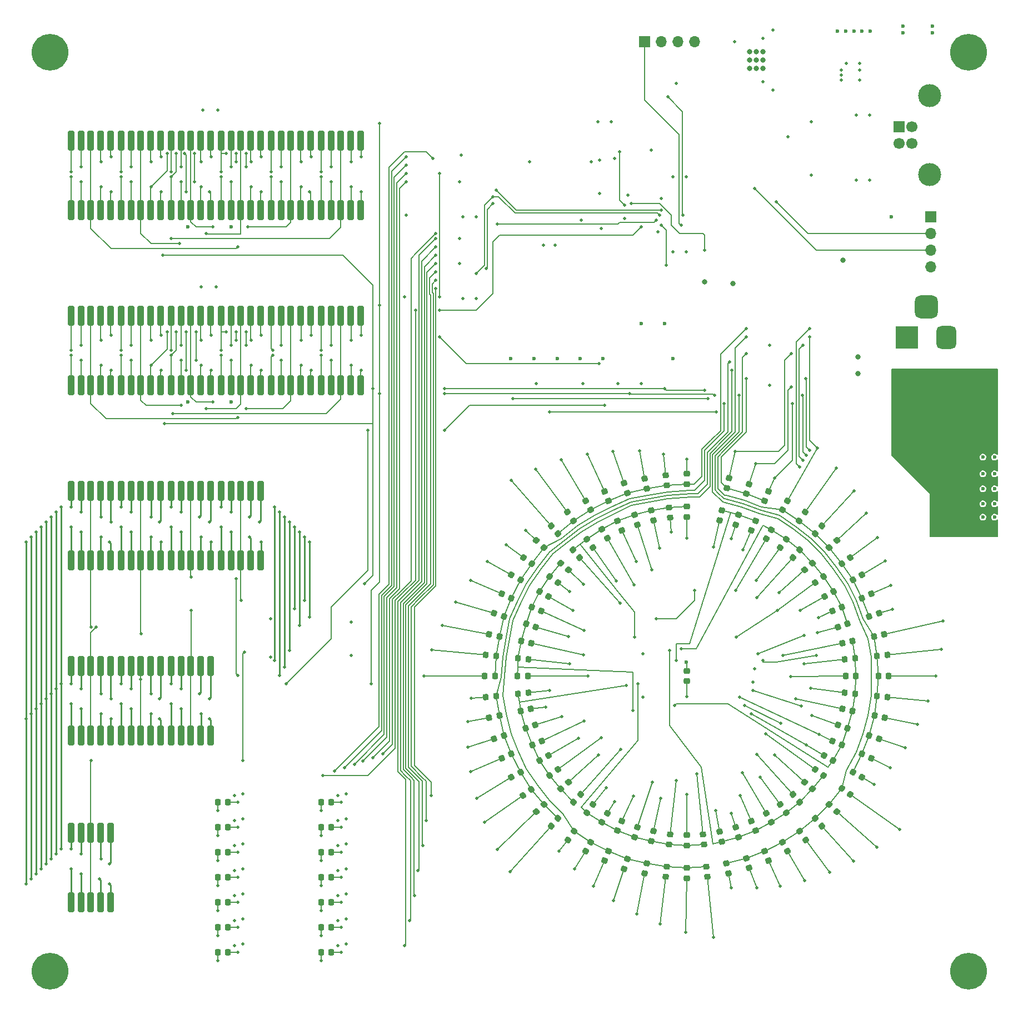
<source format=gbr>
%TF.GenerationSoftware,KiCad,Pcbnew,6.0.7-f9a2dced07~116~ubuntu20.04.1*%
%TF.CreationDate,2022-10-07T18:50:10+02:00*%
%TF.ProjectId,dcf77,64636637-372e-46b6-9963-61645f706362,rev?*%
%TF.SameCoordinates,Original*%
%TF.FileFunction,Copper,L4,Bot*%
%TF.FilePolarity,Positive*%
%FSLAX46Y46*%
G04 Gerber Fmt 4.6, Leading zero omitted, Abs format (unit mm)*
G04 Created by KiCad (PCBNEW 6.0.7-f9a2dced07~116~ubuntu20.04.1) date 2022-10-07 18:50:10*
%MOMM*%
%LPD*%
G01*
G04 APERTURE LIST*
G04 Aperture macros list*
%AMRoundRect*
0 Rectangle with rounded corners*
0 $1 Rounding radius*
0 $2 $3 $4 $5 $6 $7 $8 $9 X,Y pos of 4 corners*
0 Add a 4 corners polygon primitive as box body*
4,1,4,$2,$3,$4,$5,$6,$7,$8,$9,$2,$3,0*
0 Add four circle primitives for the rounded corners*
1,1,$1+$1,$2,$3*
1,1,$1+$1,$4,$5*
1,1,$1+$1,$6,$7*
1,1,$1+$1,$8,$9*
0 Add four rect primitives between the rounded corners*
20,1,$1+$1,$2,$3,$4,$5,0*
20,1,$1+$1,$4,$5,$6,$7,0*
20,1,$1+$1,$6,$7,$8,$9,0*
20,1,$1+$1,$8,$9,$2,$3,0*%
G04 Aperture macros list end*
%TA.AperFunction,ComponentPad*%
%ADD10R,3.500000X3.500000*%
%TD*%
%TA.AperFunction,ComponentPad*%
%ADD11RoundRect,0.750000X0.750000X1.000000X-0.750000X1.000000X-0.750000X-1.000000X0.750000X-1.000000X0*%
%TD*%
%TA.AperFunction,ComponentPad*%
%ADD12RoundRect,0.875000X0.875000X0.875000X-0.875000X0.875000X-0.875000X-0.875000X0.875000X-0.875000X0*%
%TD*%
%TA.AperFunction,ComponentPad*%
%ADD13C,5.600000*%
%TD*%
%TA.AperFunction,ComponentPad*%
%ADD14R,1.700000X1.700000*%
%TD*%
%TA.AperFunction,ComponentPad*%
%ADD15C,1.700000*%
%TD*%
%TA.AperFunction,ComponentPad*%
%ADD16C,3.500000*%
%TD*%
%TA.AperFunction,ComponentPad*%
%ADD17O,1.700000X1.700000*%
%TD*%
%TA.AperFunction,SMDPad,CuDef*%
%ADD18RoundRect,0.218750X0.112544X-0.317568X0.331294X0.061318X-0.112544X0.317568X-0.331294X-0.061318X0*%
%TD*%
%TA.AperFunction,SMDPad,CuDef*%
%ADD19RoundRect,0.218750X0.078733X-0.327592X0.335889X0.026352X-0.078733X0.327592X-0.335889X-0.026352X0*%
%TD*%
%TA.AperFunction,SMDPad,CuDef*%
%ADD20RoundRect,0.218750X0.128858X0.311306X-0.287229X0.176111X-0.128858X-0.311306X0.287229X-0.176111X0*%
%TD*%
%TA.AperFunction,SMDPad,CuDef*%
%ADD21RoundRect,0.218750X-0.287229X-0.176111X0.128858X-0.311306X0.287229X0.176111X-0.128858X0.311306X0*%
%TD*%
%TA.AperFunction,SMDPad,CuDef*%
%ADD22RoundRect,0.250000X0.250000X1.250000X-0.250000X1.250000X-0.250000X-1.250000X0.250000X-1.250000X0*%
%TD*%
%TA.AperFunction,SMDPad,CuDef*%
%ADD23RoundRect,0.218750X0.317568X0.112544X-0.061318X0.331294X-0.317568X-0.112544X0.061318X-0.331294X0*%
%TD*%
%TA.AperFunction,SMDPad,CuDef*%
%ADD24RoundRect,0.218750X-0.044059X0.334028X-0.336803X0.008902X0.044059X-0.334028X0.336803X-0.008902X0*%
%TD*%
%TA.AperFunction,SMDPad,CuDef*%
%ADD25RoundRect,0.218750X0.176111X-0.287229X0.311306X0.128858X-0.176111X0.287229X-0.311306X-0.128858X0*%
%TD*%
%TA.AperFunction,SMDPad,CuDef*%
%ADD26RoundRect,0.218750X0.218750X0.256250X-0.218750X0.256250X-0.218750X-0.256250X0.218750X-0.256250X0*%
%TD*%
%TA.AperFunction,SMDPad,CuDef*%
%ADD27RoundRect,0.218750X0.026352X0.335889X-0.327592X0.078733X-0.026352X-0.335889X0.327592X-0.078733X0*%
%TD*%
%TA.AperFunction,SMDPad,CuDef*%
%ADD28RoundRect,0.218750X0.205170X-0.267247X0.296131X0.160692X-0.205170X0.267247X-0.296131X-0.160692X0*%
%TD*%
%TA.AperFunction,SMDPad,CuDef*%
%ADD29RoundRect,0.218750X0.331294X-0.061318X0.112544X0.317568X-0.331294X0.061318X-0.112544X-0.317568X0*%
%TD*%
%TA.AperFunction,SMDPad,CuDef*%
%ADD30RoundRect,0.218750X-0.334028X-0.044059X-0.008902X-0.336803X0.334028X0.044059X0.008902X0.336803X0*%
%TD*%
%TA.AperFunction,SMDPad,CuDef*%
%ADD31RoundRect,0.218750X0.256250X-0.218750X0.256250X0.218750X-0.256250X0.218750X-0.256250X-0.218750X0*%
%TD*%
%TA.AperFunction,SMDPad,CuDef*%
%ADD32RoundRect,0.218750X0.336803X0.008902X0.044059X0.334028X-0.336803X-0.008902X-0.044059X-0.334028X0*%
%TD*%
%TA.AperFunction,SMDPad,CuDef*%
%ADD33RoundRect,0.218750X0.190766X0.277712X-0.244337X0.231981X-0.190766X-0.277712X0.244337X-0.231981X0*%
%TD*%
%TA.AperFunction,SMDPad,CuDef*%
%ADD34RoundRect,0.218750X0.334028X0.044059X0.008902X0.336803X-0.334028X-0.044059X-0.008902X-0.336803X0*%
%TD*%
%TA.AperFunction,SMDPad,CuDef*%
%ADD35RoundRect,0.218750X0.304064X0.145122X-0.095612X0.323070X-0.304064X-0.145122X0.095612X-0.323070X0*%
%TD*%
%TA.AperFunction,SMDPad,CuDef*%
%ADD36RoundRect,0.218750X-0.218750X-0.256250X0.218750X-0.256250X0.218750X0.256250X-0.218750X0.256250X0*%
%TD*%
%TA.AperFunction,SMDPad,CuDef*%
%ADD37RoundRect,0.218750X-0.176111X0.287229X-0.311306X-0.128858X0.176111X-0.287229X0.311306X0.128858X0*%
%TD*%
%TA.AperFunction,SMDPad,CuDef*%
%ADD38RoundRect,0.218750X0.277712X-0.190766X0.231981X0.244337X-0.277712X0.190766X-0.231981X-0.244337X0*%
%TD*%
%TA.AperFunction,SMDPad,CuDef*%
%ADD39RoundRect,0.218750X-0.008902X0.336803X-0.334028X0.044059X0.008902X-0.336803X0.334028X-0.044059X0*%
%TD*%
%TA.AperFunction,SMDPad,CuDef*%
%ADD40RoundRect,0.218750X-0.128858X-0.311306X0.287229X-0.176111X0.128858X0.311306X-0.287229X0.176111X0*%
%TD*%
%TA.AperFunction,SMDPad,CuDef*%
%ADD41RoundRect,0.218750X0.296131X-0.160692X0.205170X0.267247X-0.296131X0.160692X-0.205170X-0.267247X0*%
%TD*%
%TA.AperFunction,SMDPad,CuDef*%
%ADD42RoundRect,0.218750X-0.311306X0.128858X-0.176111X-0.287229X0.311306X-0.128858X0.176111X0.287229X0*%
%TD*%
%TA.AperFunction,SMDPad,CuDef*%
%ADD43RoundRect,0.218750X0.160692X0.296131X-0.267247X0.205170X-0.160692X-0.296131X0.267247X-0.205170X0*%
%TD*%
%TA.AperFunction,SMDPad,CuDef*%
%ADD44RoundRect,0.218750X-0.190766X-0.277712X0.244337X-0.231981X0.190766X0.277712X-0.244337X0.231981X0*%
%TD*%
%TA.AperFunction,SMDPad,CuDef*%
%ADD45RoundRect,0.218750X0.008902X-0.336803X0.334028X-0.044059X-0.008902X0.336803X-0.334028X0.044059X0*%
%TD*%
%TA.AperFunction,SMDPad,CuDef*%
%ADD46RoundRect,0.218750X0.327592X0.078733X-0.026352X0.335889X-0.327592X-0.078733X0.026352X-0.335889X0*%
%TD*%
%TA.AperFunction,SMDPad,CuDef*%
%ADD47RoundRect,0.218750X-0.145122X0.304064X-0.323070X-0.095612X0.145122X-0.304064X0.323070X0.095612X0*%
%TD*%
%TA.AperFunction,SMDPad,CuDef*%
%ADD48RoundRect,0.218750X-0.244337X-0.231981X0.190766X-0.277712X0.244337X0.231981X-0.190766X0.277712X0*%
%TD*%
%TA.AperFunction,SMDPad,CuDef*%
%ADD49RoundRect,0.218750X-0.026352X-0.335889X0.327592X-0.078733X0.026352X0.335889X-0.327592X0.078733X0*%
%TD*%
%TA.AperFunction,SMDPad,CuDef*%
%ADD50RoundRect,0.218750X-0.277712X0.190766X-0.231981X-0.244337X0.277712X-0.190766X0.231981X0.244337X0*%
%TD*%
%TA.AperFunction,SMDPad,CuDef*%
%ADD51RoundRect,0.218750X-0.095612X-0.323070X0.304064X-0.145122X0.095612X0.323070X-0.304064X0.145122X0*%
%TD*%
%TA.AperFunction,SMDPad,CuDef*%
%ADD52RoundRect,0.218750X0.095612X0.323070X-0.304064X0.145122X-0.095612X-0.323070X0.304064X-0.145122X0*%
%TD*%
%TA.AperFunction,SMDPad,CuDef*%
%ADD53RoundRect,0.218750X-0.112544X0.317568X-0.331294X-0.061318X0.112544X-0.317568X0.331294X0.061318X0*%
%TD*%
%TA.AperFunction,SMDPad,CuDef*%
%ADD54RoundRect,0.218750X-0.160692X-0.296131X0.267247X-0.205170X0.160692X0.296131X-0.267247X0.205170X0*%
%TD*%
%TA.AperFunction,SMDPad,CuDef*%
%ADD55RoundRect,0.218750X0.061318X0.331294X-0.317568X0.112544X-0.061318X-0.331294X0.317568X-0.112544X0*%
%TD*%
%TA.AperFunction,SMDPad,CuDef*%
%ADD56RoundRect,0.218750X-0.078733X0.327592X-0.335889X-0.026352X0.078733X-0.327592X0.335889X0.026352X0*%
%TD*%
%TA.AperFunction,SMDPad,CuDef*%
%ADD57RoundRect,0.218750X-0.331294X0.061318X-0.112544X-0.317568X0.331294X-0.061318X0.112544X0.317568X0*%
%TD*%
%TA.AperFunction,SMDPad,CuDef*%
%ADD58RoundRect,0.218750X-0.327592X-0.078733X0.026352X-0.335889X0.327592X0.078733X-0.026352X0.335889X0*%
%TD*%
%TA.AperFunction,SMDPad,CuDef*%
%ADD59RoundRect,0.218750X-0.317568X-0.112544X0.061318X-0.331294X0.317568X0.112544X-0.061318X0.331294X0*%
%TD*%
%TA.AperFunction,SMDPad,CuDef*%
%ADD60RoundRect,0.218750X0.145122X-0.304064X0.323070X0.095612X-0.145122X0.304064X-0.323070X-0.095612X0*%
%TD*%
%TA.AperFunction,SMDPad,CuDef*%
%ADD61RoundRect,0.218750X-0.304064X-0.145122X0.095612X-0.323070X0.304064X0.145122X-0.095612X0.323070X0*%
%TD*%
%TA.AperFunction,SMDPad,CuDef*%
%ADD62RoundRect,0.218750X0.311306X-0.128858X0.176111X0.287229X-0.311306X0.128858X-0.176111X-0.287229X0*%
%TD*%
%TA.AperFunction,SMDPad,CuDef*%
%ADD63RoundRect,0.218750X-0.296131X0.160692X-0.205170X-0.267247X0.296131X-0.160692X0.205170X0.267247X0*%
%TD*%
%TA.AperFunction,SMDPad,CuDef*%
%ADD64RoundRect,0.218750X0.323070X-0.095612X0.145122X0.304064X-0.323070X0.095612X-0.145122X-0.304064X0*%
%TD*%
%TA.AperFunction,SMDPad,CuDef*%
%ADD65RoundRect,0.218750X0.267247X0.205170X-0.160692X0.296131X-0.267247X-0.205170X0.160692X-0.296131X0*%
%TD*%
%TA.AperFunction,SMDPad,CuDef*%
%ADD66RoundRect,0.218750X0.287229X0.176111X-0.128858X0.311306X-0.287229X-0.176111X0.128858X-0.311306X0*%
%TD*%
%TA.AperFunction,SMDPad,CuDef*%
%ADD67RoundRect,0.218750X0.335889X-0.026352X0.078733X0.327592X-0.335889X0.026352X-0.078733X-0.327592X0*%
%TD*%
%TA.AperFunction,SMDPad,CuDef*%
%ADD68RoundRect,0.218750X0.044059X-0.334028X0.336803X-0.008902X-0.044059X0.334028X-0.336803X0.008902X0*%
%TD*%
%TA.AperFunction,SMDPad,CuDef*%
%ADD69RoundRect,0.218750X0.231981X-0.244337X0.277712X0.190766X-0.231981X0.244337X-0.277712X-0.190766X0*%
%TD*%
%TA.AperFunction,SMDPad,CuDef*%
%ADD70RoundRect,0.218750X-0.336803X-0.008902X-0.044059X-0.334028X0.336803X0.008902X0.044059X0.334028X0*%
%TD*%
%TA.AperFunction,SMDPad,CuDef*%
%ADD71RoundRect,0.218750X-0.205170X0.267247X-0.296131X-0.160692X0.205170X-0.267247X0.296131X0.160692X0*%
%TD*%
%TA.AperFunction,SMDPad,CuDef*%
%ADD72RoundRect,0.218750X-0.256250X0.218750X-0.256250X-0.218750X0.256250X-0.218750X0.256250X0.218750X0*%
%TD*%
%TA.AperFunction,SMDPad,CuDef*%
%ADD73RoundRect,0.218750X0.244337X0.231981X-0.190766X0.277712X-0.244337X-0.231981X0.190766X-0.277712X0*%
%TD*%
%TA.AperFunction,SMDPad,CuDef*%
%ADD74RoundRect,0.218750X-0.335889X0.026352X-0.078733X-0.327592X0.335889X-0.026352X0.078733X0.327592X0*%
%TD*%
%TA.AperFunction,SMDPad,CuDef*%
%ADD75RoundRect,0.218750X-0.267247X-0.205170X0.160692X-0.296131X0.267247X0.205170X-0.160692X0.296131X0*%
%TD*%
%TA.AperFunction,SMDPad,CuDef*%
%ADD76RoundRect,0.218750X-0.231981X0.244337X-0.277712X-0.190766X0.231981X-0.244337X0.277712X0.190766X0*%
%TD*%
%TA.AperFunction,SMDPad,CuDef*%
%ADD77RoundRect,0.218750X-0.323070X0.095612X-0.145122X-0.304064X0.323070X-0.095612X0.145122X0.304064X0*%
%TD*%
%TA.AperFunction,SMDPad,CuDef*%
%ADD78RoundRect,0.218750X-0.061318X-0.331294X0.317568X-0.112544X0.061318X0.331294X-0.317568X0.112544X0*%
%TD*%
%TA.AperFunction,ViaPad*%
%ADD79C,0.600000*%
%TD*%
%TA.AperFunction,ViaPad*%
%ADD80C,0.500000*%
%TD*%
%TA.AperFunction,ViaPad*%
%ADD81C,0.800000*%
%TD*%
%TA.AperFunction,Conductor*%
%ADD82C,0.200000*%
%TD*%
%TA.AperFunction,Conductor*%
%ADD83C,0.250000*%
%TD*%
G04 APERTURE END LIST*
D10*
%TO.P,J501,1*%
%TO.N,Net-(D502-Pad2)*%
X156560000Y-71442500D03*
D11*
%TO.P,J501,2*%
%TO.N,GND*%
X162560000Y-71442500D03*
D12*
%TO.P,J501,3*%
%TO.N,N/C*%
X159560000Y-66742500D03*
%TD*%
D13*
%TO.P,REF\u002A\u002A,1*%
%TO.N,N/C*%
X26000000Y-28000000D03*
%TD*%
%TO.P,REF\u002A\u002A,1*%
%TO.N,N/C*%
X166000000Y-168000000D03*
%TD*%
D14*
%TO.P,J504,1,VBUS*%
%TO.N,Net-(C517-Pad1)*%
X155347500Y-39390000D03*
D15*
%TO.P,J504,2,D-*%
%TO.N,Net-(D506-Pad3)*%
X155347500Y-41890000D03*
%TO.P,J504,3,D+*%
%TO.N,Net-(D505-Pad3)*%
X157347500Y-41890000D03*
%TO.P,J504,4,GND*%
%TO.N,GND*%
X157347500Y-39390000D03*
D16*
%TO.P,J504,5,Shield*%
X160057500Y-46660000D03*
X160057500Y-34620000D03*
%TD*%
D14*
%TO.P,J502,1,Pin_1*%
%TO.N,Net-(J502-Pad1)*%
X116596000Y-26416000D03*
D17*
%TO.P,J502,2,Pin_2*%
%TO.N,Net-(J502-Pad2)*%
X119136000Y-26416000D03*
%TO.P,J502,3,Pin_3*%
%TO.N,GND*%
X121676000Y-26416000D03*
%TO.P,J502,4,Pin_4*%
%TO.N,+3V3*%
X124216000Y-26416000D03*
%TD*%
D13*
%TO.P,REF\u002A\u002A,1*%
%TO.N,N/C*%
X26000000Y-168000000D03*
%TD*%
%TO.P,REF\u002A\u002A,1*%
%TO.N,N/C*%
X166000000Y-28000000D03*
%TD*%
D14*
%TO.P,J503,1,Pin_1*%
%TO.N,+3V3*%
X160217000Y-53096000D03*
D17*
%TO.P,J503,2,Pin_2*%
%TO.N,SWIO*%
X160217000Y-55636000D03*
%TO.P,J503,3,Pin_3*%
%TO.N,SWCLK*%
X160217000Y-58176000D03*
%TO.P,J503,4,Pin_4*%
%TO.N,GND*%
X160217000Y-60716000D03*
%TD*%
D18*
%TO.P,D356,1,K*%
%TO.N,Net-(D349-Pad1)*%
X137606250Y-97681995D03*
%TO.P,D356,2,A*%
%TO.N,Net-(D308-Pad2)*%
X138393750Y-96318005D03*
%TD*%
D19*
%TO.P,D355,1,K*%
%TO.N,Net-(D349-Pad1)*%
X140137119Y-99337101D03*
%TO.P,D355,2,A*%
%TO.N,Net-(D307-Pad2)*%
X141062881Y-98062899D03*
%TD*%
D20*
%TO.P,D249,1,K*%
%TO.N,Net-(D249-Pad1)*%
X147548957Y-115056649D03*
%TO.P,D249,2,A*%
%TO.N,Net-(D201-Pad2)*%
X146051043Y-115543351D03*
%TD*%
D21*
%TO.P,D343,1,K*%
%TO.N,Net-(D341-Pad1)*%
X150851043Y-132056649D03*
%TO.P,D343,2,A*%
%TO.N,Net-(D303-Pad2)*%
X152348957Y-132543351D03*
%TD*%
D22*
%TO.P,AFF406,1,e*%
%TO.N,Net-(AFF402-Pad1)*%
X58070000Y-78740000D03*
%TO.P,AFF406,2,d*%
%TO.N,Net-(AFF402-Pad2)*%
X56570000Y-78740000D03*
%TO.P,AFF406,3,C.K.*%
%TO.N,Net-(AFF406-Pad3)*%
X55070000Y-78740000D03*
%TO.P,AFF406,4,c*%
%TO.N,Net-(AFF402-Pad4)*%
X53570000Y-78740000D03*
%TO.P,AFF406,5,DP*%
%TO.N,Net-(AFF402-Pad5)*%
X52070000Y-78740000D03*
%TO.P,AFF406,6,b*%
%TO.N,Net-(AFF402-Pad6)*%
X52070000Y-68140000D03*
%TO.P,AFF406,7,a*%
%TO.N,Net-(AFF402-Pad7)*%
X53570000Y-68140000D03*
%TO.P,AFF406,8,C.K.*%
%TO.N,Net-(AFF406-Pad3)*%
X55070000Y-68140000D03*
%TO.P,AFF406,9,f*%
%TO.N,Net-(AFF402-Pad9)*%
X56570000Y-68140000D03*
%TO.P,AFF406,10,g*%
%TO.N,Net-(AFF402-Pad10)*%
X58070000Y-68140000D03*
%TD*%
D23*
%TO.P,D241,1,K*%
%TO.N,Net-(D241-Pad1)*%
X145281995Y-135893750D03*
%TO.P,D241,2,A*%
%TO.N,Net-(D201-Pad2)*%
X143918005Y-135106250D03*
%TD*%
D24*
%TO.P,D254,1,K*%
%TO.N,Net-(D249-Pad1)*%
X140226940Y-103814773D03*
%TO.P,D254,2,A*%
%TO.N,Net-(D206-Pad2)*%
X139173060Y-104985227D03*
%TD*%
D20*
%TO.P,D319,1,K*%
%TO.N,Net-(D317-Pad1)*%
X95148957Y-132056649D03*
%TO.P,D319,2,A*%
%TO.N,Net-(D303-Pad2)*%
X93651043Y-132543351D03*
%TD*%
D25*
%TO.P,D358,1,K*%
%TO.N,Net-(D357-Pad1)*%
X132056649Y-95248957D03*
%TO.P,D358,2,A*%
%TO.N,Net-(D302-Pad2)*%
X132543351Y-93751043D03*
%TD*%
D26*
%TO.P,D316,1,K*%
%TO.N,Net-(D309-Pad1)*%
X93787500Y-123000000D03*
%TO.P,D316,2,A*%
%TO.N,Net-(D308-Pad2)*%
X92212500Y-123000000D03*
%TD*%
D27*
%TO.P,D322,1,K*%
%TO.N,Net-(D317-Pad1)*%
X99337101Y-140237119D03*
%TO.P,D322,2,A*%
%TO.N,Net-(D306-Pad2)*%
X98062899Y-141162881D03*
%TD*%
D28*
%TO.P,D359,1,K*%
%TO.N,Net-(D357-Pad1)*%
X129136270Y-94370291D03*
%TO.P,D359,2,A*%
%TO.N,Net-(D303-Pad2)*%
X129463730Y-92829709D03*
%TD*%
D29*
%TO.P,D306,1,K*%
%TO.N,Net-(D301-Pad1)*%
X108393750Y-97681995D03*
%TO.P,D306,2,A*%
%TO.N,Net-(D306-Pad2)*%
X107606250Y-96318005D03*
%TD*%
D30*
%TO.P,D339,1,K*%
%TO.N,Net-(D333-Pad1)*%
X144714773Y-142573060D03*
%TO.P,D339,2,A*%
%TO.N,Net-(D307-Pad2)*%
X145885227Y-143626940D03*
%TD*%
D31*
%TO.P,D504,1,K*%
%TO.N,Net-(D504-Pad1)*%
X123000000Y-123787500D03*
%TO.P,D504,2,A*%
%TO.N,+5V*%
X123000000Y-122212500D03*
%TD*%
D32*
%TO.P,D238,1,K*%
%TO.N,Net-(D233-Pad1)*%
X140226940Y-142185227D03*
%TO.P,D238,2,A*%
%TO.N,Net-(D206-Pad2)*%
X139173060Y-141014773D03*
%TD*%
D33*
%TO.P,D317,1,K*%
%TO.N,Net-(D317-Pad1)*%
X93983186Y-126017684D03*
%TO.P,D317,2,A*%
%TO.N,Net-(D301-Pad2)*%
X92416814Y-126182316D03*
%TD*%
D34*
%TO.P,D309,1,K*%
%TO.N,Net-(D309-Pad1)*%
X101285227Y-103426940D03*
%TO.P,D309,2,A*%
%TO.N,Net-(D301-Pad2)*%
X100114773Y-102373060D03*
%TD*%
D35*
%TO.P,D312,1,K*%
%TO.N,Net-(D309-Pad1)*%
X96319417Y-111120305D03*
%TO.P,D312,2,A*%
%TO.N,Net-(D304-Pad2)*%
X94880583Y-110479695D03*
%TD*%
D36*
%TO.P,D346,1,K*%
%TO.N,Net-(D341-Pad1)*%
X152212500Y-123000000D03*
%TO.P,D346,2,A*%
%TO.N,Net-(D306-Pad2)*%
X153787500Y-123000000D03*
%TD*%
D37*
%TO.P,D328,1,K*%
%TO.N,Net-(D325-Pad1)*%
X113943351Y-150851043D03*
%TO.P,D328,2,A*%
%TO.N,Net-(D304-Pad2)*%
X113456649Y-152348957D03*
%TD*%
D38*
%TO.P,D232,1,K*%
%TO.N,Net-(D225-Pad1)*%
X125682316Y-148683186D03*
%TO.P,D232,2,A*%
%TO.N,Net-(D208-Pad2)*%
X125517684Y-147116814D03*
%TD*%
D26*
%TO.P,D401,1,K*%
%TO.N,Net-(D401-Pad1)*%
X68885000Y-142240000D03*
%TO.P,D401,2,A*%
%TO.N,Net-(D401-Pad2)*%
X67310000Y-142240000D03*
%TD*%
D39*
%TO.P,D323,1,K*%
%TO.N,Net-(D317-Pad1)*%
X101285227Y-142573060D03*
%TO.P,D323,2,A*%
%TO.N,Net-(D307-Pad2)*%
X100114773Y-143626940D03*
%TD*%
D30*
%TO.P,D209,1,K*%
%TO.N,Net-(D209-Pad1)*%
X103814773Y-105773060D03*
%TO.P,D209,2,A*%
%TO.N,Net-(D201-Pad2)*%
X104985227Y-106826940D03*
%TD*%
D26*
%TO.P,D407,1,K*%
%TO.N,Net-(D407-Pad1)*%
X68885000Y-165100000D03*
%TO.P,D407,2,A*%
%TO.N,Net-(D407-Pad2)*%
X67310000Y-165100000D03*
%TD*%
D40*
%TO.P,D349,1,K*%
%TO.N,Net-(D349-Pad1)*%
X150851043Y-113943351D03*
%TO.P,D349,2,A*%
%TO.N,Net-(D301-Pad2)*%
X152348957Y-113456649D03*
%TD*%
D22*
%TO.P,AFF419,1,e*%
%TO.N,Net-(AFF413-Pad1)*%
X35210000Y-132080000D03*
%TO.P,AFF419,2,d*%
%TO.N,Net-(AFF413-Pad2)*%
X33710000Y-132080000D03*
%TO.P,AFF419,3,C.K.*%
%TO.N,Net-(AFF419-Pad3)*%
X32210000Y-132080000D03*
%TO.P,AFF419,4,c*%
%TO.N,Net-(AFF413-Pad4)*%
X30710000Y-132080000D03*
%TO.P,AFF419,5,DP*%
%TO.N,Net-(AFF413-Pad5)*%
X29210000Y-132080000D03*
%TO.P,AFF419,6,b*%
%TO.N,Net-(AFF413-Pad6)*%
X29210000Y-121480000D03*
%TO.P,AFF419,7,a*%
%TO.N,Net-(AFF413-Pad7)*%
X30710000Y-121480000D03*
%TO.P,AFF419,8,C.K.*%
%TO.N,Net-(AFF419-Pad3)*%
X32210000Y-121480000D03*
%TO.P,AFF419,9,f*%
%TO.N,Net-(AFF413-Pad9)*%
X33710000Y-121480000D03*
%TO.P,AFF419,10,g*%
%TO.N,Net-(AFF413-Pad10)*%
X35210000Y-121480000D03*
%TD*%
D41*
%TO.P,D303,1,K*%
%TO.N,Net-(D301-Pad1)*%
X116963730Y-94470291D03*
%TO.P,D303,2,A*%
%TO.N,Net-(D303-Pad2)*%
X116636270Y-92929709D03*
%TD*%
D42*
%TO.P,D334,1,K*%
%TO.N,Net-(D333-Pad1)*%
X132056649Y-150751043D03*
%TO.P,D334,2,A*%
%TO.N,Net-(D302-Pad2)*%
X132543351Y-152248957D03*
%TD*%
D43*
%TO.P,D318,1,K*%
%TO.N,Net-(D317-Pad1)*%
X94470291Y-129036270D03*
%TO.P,D318,2,A*%
%TO.N,Net-(D302-Pad2)*%
X92929709Y-129363730D03*
%TD*%
D26*
%TO.P,D403,1,K*%
%TO.N,Net-(D403-Pad1)*%
X68885000Y-149860000D03*
%TO.P,D403,2,A*%
%TO.N,Net-(D403-Pad2)*%
X67310000Y-149860000D03*
%TD*%
D39*
%TO.P,D253,1,K*%
%TO.N,Net-(D249-Pad1)*%
X142185227Y-105773060D03*
%TO.P,D253,2,A*%
%TO.N,Net-(D205-Pad2)*%
X141014773Y-106826940D03*
%TD*%
D44*
%TO.P,D217,1,K*%
%TO.N,Net-(D217-Pad1)*%
X97316814Y-125682316D03*
%TO.P,D217,2,A*%
%TO.N,Net-(D201-Pad2)*%
X98883186Y-125517684D03*
%TD*%
D45*
%TO.P,D353,1,K*%
%TO.N,Net-(D349-Pad1)*%
X144714773Y-103426940D03*
%TO.P,D353,2,A*%
%TO.N,Net-(D305-Pad2)*%
X145885227Y-102373060D03*
%TD*%
D22*
%TO.P,AFF411,1,e*%
%TO.N,Net-(AFF401-Pad1)*%
X35210000Y-52070000D03*
%TO.P,AFF411,2,d*%
%TO.N,Net-(AFF401-Pad2)*%
X33710000Y-52070000D03*
%TO.P,AFF411,3,C.K.*%
%TO.N,Net-(AFF411-Pad3)*%
X32210000Y-52070000D03*
%TO.P,AFF411,4,c*%
%TO.N,Net-(AFF401-Pad4)*%
X30710000Y-52070000D03*
%TO.P,AFF411,5,DP*%
%TO.N,Net-(AFF401-Pad5)*%
X29210000Y-52070000D03*
%TO.P,AFF411,6,b*%
%TO.N,Net-(AFF401-Pad6)*%
X29210000Y-41470000D03*
%TO.P,AFF411,7,a*%
%TO.N,Net-(AFF401-Pad7)*%
X30710000Y-41470000D03*
%TO.P,AFF411,8,C.K.*%
%TO.N,Net-(AFF411-Pad3)*%
X32210000Y-41470000D03*
%TO.P,AFF411,9,f*%
%TO.N,Net-(AFF401-Pad9)*%
X33710000Y-41470000D03*
%TO.P,AFF411,10,g*%
%TO.N,Net-(AFF401-Pad10)*%
X35210000Y-41470000D03*
%TD*%
D46*
%TO.P,D240,1,K*%
%TO.N,Net-(D233-Pad1)*%
X143837101Y-138162881D03*
%TO.P,D240,2,A*%
%TO.N,Net-(D208-Pad2)*%
X142562899Y-137237119D03*
%TD*%
D47*
%TO.P,D257,1,K*%
%TO.N,Net-(D257-Pad1)*%
X133520305Y-99380583D03*
%TO.P,D257,2,A*%
%TO.N,Net-(D201-Pad2)*%
X132879695Y-100819417D03*
%TD*%
D48*
%TO.P,D215,1,K*%
%TO.N,Net-(D209-Pad1)*%
X97316814Y-120317684D03*
%TO.P,D215,2,A*%
%TO.N,Net-(D207-Pad2)*%
X98883186Y-120482316D03*
%TD*%
D31*
%TO.P,D301,1,K*%
%TO.N,Net-(D301-Pad1)*%
X123000000Y-93787500D03*
%TO.P,D301,2,A*%
%TO.N,Net-(D301-Pad2)*%
X123000000Y-92212500D03*
%TD*%
D49*
%TO.P,D352,1,K*%
%TO.N,Net-(D349-Pad1)*%
X146662899Y-105862881D03*
%TO.P,D352,2,A*%
%TO.N,Net-(D304-Pad2)*%
X147937101Y-104937119D03*
%TD*%
D50*
%TO.P,D202,1,K*%
%TO.N,Net-(D201-Pad1)*%
X120317684Y-97316814D03*
%TO.P,D202,2,A*%
%TO.N,Net-(D202-Pad2)*%
X120482316Y-98883186D03*
%TD*%
D51*
%TO.P,D220,1,K*%
%TO.N,Net-(D217-Pad1)*%
X99480583Y-133520305D03*
%TO.P,D220,2,A*%
%TO.N,Net-(D204-Pad2)*%
X100919417Y-132879695D03*
%TD*%
D38*
%TO.P,D302,1,K*%
%TO.N,Net-(D301-Pad1)*%
X119982316Y-93983186D03*
%TO.P,D302,2,A*%
%TO.N,Net-(D302-Pad2)*%
X119817684Y-92416814D03*
%TD*%
D52*
%TO.P,D250,1,K*%
%TO.N,Net-(D249-Pad1)*%
X146619417Y-112479695D03*
%TO.P,D250,2,A*%
%TO.N,Net-(D202-Pad2)*%
X145180583Y-113120305D03*
%TD*%
D53*
%TO.P,D326,1,K*%
%TO.N,Net-(D325-Pad1)*%
X108393750Y-148318005D03*
%TO.P,D326,2,A*%
%TO.N,Net-(D302-Pad2)*%
X107606250Y-149681995D03*
%TD*%
D26*
%TO.P,D404,1,K*%
%TO.N,Net-(D404-Pad1)*%
X68885000Y-153670000D03*
%TO.P,D404,2,A*%
%TO.N,Net-(D404-Pad2)*%
X67310000Y-153670000D03*
%TD*%
D54*
%TO.P,D218,1,K*%
%TO.N,Net-(D217-Pad1)*%
X97729709Y-128363730D03*
%TO.P,D218,2,A*%
%TO.N,Net-(D202-Pad2)*%
X99270291Y-128036270D03*
%TD*%
D55*
%TO.P,D251,1,K*%
%TO.N,Net-(D249-Pad1)*%
X145381995Y-110106250D03*
%TO.P,D251,2,A*%
%TO.N,Net-(D203-Pad2)*%
X144018005Y-110893750D03*
%TD*%
D56*
%TO.P,D325,1,K*%
%TO.N,Net-(D325-Pad1)*%
X105862881Y-146662899D03*
%TO.P,D325,2,A*%
%TO.N,Net-(D301-Pad2)*%
X104937119Y-147937101D03*
%TD*%
D57*
%TO.P,D206,1,K*%
%TO.N,Net-(D201-Pad1)*%
X110106250Y-100618005D03*
%TO.P,D206,2,A*%
%TO.N,Net-(D206-Pad2)*%
X110893750Y-101981995D03*
%TD*%
D36*
%TO.P,D216,1,K*%
%TO.N,Net-(D209-Pad1)*%
X97212500Y-123000000D03*
%TO.P,D216,2,A*%
%TO.N,Net-(D208-Pad2)*%
X98787500Y-123000000D03*
%TD*%
D58*
%TO.P,D340,1,K*%
%TO.N,Net-(D333-Pad1)*%
X146662899Y-140137119D03*
%TO.P,D340,2,A*%
%TO.N,Net-(D308-Pad2)*%
X147937101Y-141062881D03*
%TD*%
D59*
%TO.P,D341,1,K*%
%TO.N,Net-(D341-Pad1)*%
X148318005Y-137606250D03*
%TO.P,D341,2,A*%
%TO.N,Net-(D301-Pad2)*%
X149681995Y-138393750D03*
%TD*%
D26*
%TO.P,D405,1,K*%
%TO.N,Net-(D405-Pad1)*%
X68885000Y-157480000D03*
%TO.P,D405,2,A*%
%TO.N,Net-(D405-Pad2)*%
X67310000Y-157480000D03*
%TD*%
D60*
%TO.P,D227,1,K*%
%TO.N,Net-(D225-Pad1)*%
X112479695Y-146519417D03*
%TO.P,D227,2,A*%
%TO.N,Net-(D203-Pad2)*%
X113120305Y-145080583D03*
%TD*%
D22*
%TO.P,AFF403,1,e*%
%TO.N,Net-(AFF401-Pad1)*%
X65690000Y-52070000D03*
%TO.P,AFF403,2,d*%
%TO.N,Net-(AFF401-Pad2)*%
X64190000Y-52070000D03*
%TO.P,AFF403,3,C.K.*%
%TO.N,Net-(AFF403-Pad3)*%
X62690000Y-52070000D03*
%TO.P,AFF403,4,c*%
%TO.N,Net-(AFF401-Pad4)*%
X61190000Y-52070000D03*
%TO.P,AFF403,5,DP*%
%TO.N,Net-(AFF401-Pad5)*%
X59690000Y-52070000D03*
%TO.P,AFF403,6,b*%
%TO.N,Net-(AFF401-Pad6)*%
X59690000Y-41470000D03*
%TO.P,AFF403,7,a*%
%TO.N,Net-(AFF401-Pad7)*%
X61190000Y-41470000D03*
%TO.P,AFF403,8,C.K.*%
%TO.N,Net-(AFF403-Pad3)*%
X62690000Y-41470000D03*
%TO.P,AFF403,9,f*%
%TO.N,Net-(AFF401-Pad9)*%
X64190000Y-41470000D03*
%TO.P,AFF403,10,g*%
%TO.N,Net-(AFF401-Pad10)*%
X65690000Y-41470000D03*
%TD*%
D32*
%TO.P,D308,1,K*%
%TO.N,Net-(D301-Pad1)*%
X103426940Y-101285227D03*
%TO.P,D308,2,A*%
%TO.N,Net-(D308-Pad2)*%
X102373060Y-100114773D03*
%TD*%
D61*
%TO.P,D212,1,K*%
%TO.N,Net-(D209-Pad1)*%
X99380583Y-112479695D03*
%TO.P,D212,2,A*%
%TO.N,Net-(D204-Pad2)*%
X100819417Y-113120305D03*
%TD*%
D62*
%TO.P,D234,1,K*%
%TO.N,Net-(D233-Pad1)*%
X130943351Y-147548957D03*
%TO.P,D234,2,A*%
%TO.N,Net-(D202-Pad2)*%
X130456649Y-146051043D03*
%TD*%
D52*
%TO.P,D320,1,K*%
%TO.N,Net-(D317-Pad1)*%
X96319417Y-134879695D03*
%TO.P,D320,2,A*%
%TO.N,Net-(D304-Pad2)*%
X94880583Y-135520305D03*
%TD*%
D22*
%TO.P,AFF409,1,e*%
%TO.N,Net-(AFF401-Pad1)*%
X42830000Y-52070000D03*
%TO.P,AFF409,2,d*%
%TO.N,Net-(AFF401-Pad2)*%
X41330000Y-52070000D03*
%TO.P,AFF409,3,C.K.*%
%TO.N,Net-(AFF409-Pad3)*%
X39830000Y-52070000D03*
%TO.P,AFF409,4,c*%
%TO.N,Net-(AFF401-Pad4)*%
X38330000Y-52070000D03*
%TO.P,AFF409,5,DP*%
%TO.N,Net-(AFF401-Pad5)*%
X36830000Y-52070000D03*
%TO.P,AFF409,6,b*%
%TO.N,Net-(AFF401-Pad6)*%
X36830000Y-41470000D03*
%TO.P,AFF409,7,a*%
%TO.N,Net-(AFF401-Pad7)*%
X38330000Y-41470000D03*
%TO.P,AFF409,8,C.K.*%
%TO.N,Net-(AFF409-Pad3)*%
X39830000Y-41470000D03*
%TO.P,AFF409,9,f*%
%TO.N,Net-(AFF401-Pad9)*%
X41330000Y-41470000D03*
%TO.P,AFF409,10,g*%
%TO.N,Net-(AFF401-Pad10)*%
X42830000Y-41470000D03*
%TD*%
D26*
%TO.P,D409,1,K*%
%TO.N,Net-(D409-Pad1)*%
X53137000Y-146050000D03*
%TO.P,D409,2,A*%
%TO.N,Net-(D409-Pad2)*%
X51562000Y-146050000D03*
%TD*%
D24*
%TO.P,D324,1,K*%
%TO.N,Net-(D317-Pad1)*%
X103426940Y-144714773D03*
%TO.P,D324,2,A*%
%TO.N,Net-(D308-Pad2)*%
X102373060Y-145885227D03*
%TD*%
D53*
%TO.P,D256,1,K*%
%TO.N,Net-(D249-Pad1)*%
X135893750Y-100718005D03*
%TO.P,D256,2,A*%
%TO.N,Net-(D208-Pad2)*%
X135106250Y-102081995D03*
%TD*%
D63*
%TO.P,D333,1,K*%
%TO.N,Net-(D333-Pad1)*%
X129036270Y-151529709D03*
%TO.P,D333,2,A*%
%TO.N,Net-(D301-Pad2)*%
X129363730Y-153070291D03*
%TD*%
D57*
%TO.P,D336,1,K*%
%TO.N,Net-(D333-Pad1)*%
X137606250Y-148318005D03*
%TO.P,D336,2,A*%
%TO.N,Net-(D304-Pad2)*%
X138393750Y-149681995D03*
%TD*%
D28*
%TO.P,D229,1,K*%
%TO.N,Net-(D225-Pad1)*%
X117636270Y-148170291D03*
%TO.P,D229,2,A*%
%TO.N,Net-(D205-Pad2)*%
X117963730Y-146629709D03*
%TD*%
D62*
%TO.P,D304,1,K*%
%TO.N,Net-(D301-Pad1)*%
X113943351Y-95148957D03*
%TO.P,D304,2,A*%
%TO.N,Net-(D304-Pad2)*%
X113456649Y-93651043D03*
%TD*%
D60*
%TO.P,D357,1,K*%
%TO.N,Net-(D357-Pad1)*%
X134879695Y-96319417D03*
%TO.P,D357,2,A*%
%TO.N,Net-(D301-Pad2)*%
X135520305Y-94880583D03*
%TD*%
D22*
%TO.P,AFF414,1,e*%
%TO.N,Net-(AFF413-Pad1)*%
X50450000Y-105410000D03*
%TO.P,AFF414,2,d*%
%TO.N,Net-(AFF413-Pad2)*%
X48950000Y-105410000D03*
%TO.P,AFF414,3,C.K.*%
%TO.N,Net-(AFF414-Pad3)*%
X47450000Y-105410000D03*
%TO.P,AFF414,4,c*%
%TO.N,Net-(AFF413-Pad4)*%
X45950000Y-105410000D03*
%TO.P,AFF414,5,DP*%
%TO.N,Net-(AFF413-Pad5)*%
X44450000Y-105410000D03*
%TO.P,AFF414,6,b*%
%TO.N,Net-(AFF413-Pad6)*%
X44450000Y-94810000D03*
%TO.P,AFF414,7,a*%
%TO.N,Net-(AFF413-Pad7)*%
X45950000Y-94810000D03*
%TO.P,AFF414,8,C.K.*%
%TO.N,Net-(AFF414-Pad3)*%
X47450000Y-94810000D03*
%TO.P,AFF414,9,f*%
%TO.N,Net-(AFF413-Pad9)*%
X48950000Y-94810000D03*
%TO.P,AFF414,10,g*%
%TO.N,Net-(AFF413-Pad10)*%
X50450000Y-94810000D03*
%TD*%
D54*
%TO.P,D348,1,K*%
%TO.N,Net-(D341-Pad1)*%
X151529709Y-116963730D03*
%TO.P,D348,2,A*%
%TO.N,Net-(D308-Pad2)*%
X153070291Y-116636270D03*
%TD*%
D64*
%TO.P,D305,1,K*%
%TO.N,Net-(D301-Pad1)*%
X111120305Y-96319417D03*
%TO.P,D305,2,A*%
%TO.N,Net-(D305-Pad2)*%
X110479695Y-94880583D03*
%TD*%
D23*
%TO.P,D311,1,K*%
%TO.N,Net-(D309-Pad1)*%
X97681995Y-108393750D03*
%TO.P,D311,2,A*%
%TO.N,Net-(D303-Pad2)*%
X96318005Y-107606250D03*
%TD*%
D22*
%TO.P,AFF412,1,e*%
%TO.N,Net-(AFF402-Pad1)*%
X35210000Y-78740000D03*
%TO.P,AFF412,2,d*%
%TO.N,Net-(AFF402-Pad2)*%
X33710000Y-78740000D03*
%TO.P,AFF412,3,C.K.*%
%TO.N,Net-(AFF412-Pad3)*%
X32210000Y-78740000D03*
%TO.P,AFF412,4,c*%
%TO.N,Net-(AFF402-Pad4)*%
X30710000Y-78740000D03*
%TO.P,AFF412,5,DP*%
%TO.N,Net-(AFF402-Pad5)*%
X29210000Y-78740000D03*
%TO.P,AFF412,6,b*%
%TO.N,Net-(AFF402-Pad6)*%
X29210000Y-68140000D03*
%TO.P,AFF412,7,a*%
%TO.N,Net-(AFF402-Pad7)*%
X30710000Y-68140000D03*
%TO.P,AFF412,8,C.K.*%
%TO.N,Net-(AFF412-Pad3)*%
X32210000Y-68140000D03*
%TO.P,AFF412,9,f*%
%TO.N,Net-(AFF402-Pad9)*%
X33710000Y-68140000D03*
%TO.P,AFF412,10,g*%
%TO.N,Net-(AFF402-Pad10)*%
X35210000Y-68140000D03*
%TD*%
D26*
%TO.P,D408,1,K*%
%TO.N,Net-(D408-Pad1)*%
X53137000Y-142240000D03*
%TO.P,D408,2,A*%
%TO.N,Net-(D408-Pad2)*%
X51562000Y-142240000D03*
%TD*%
D61*
%TO.P,D342,1,K*%
%TO.N,Net-(D341-Pad1)*%
X149680583Y-134879695D03*
%TO.P,D342,2,A*%
%TO.N,Net-(D302-Pad2)*%
X151119417Y-135520305D03*
%TD*%
D65*
%TO.P,D314,1,K*%
%TO.N,Net-(D309-Pad1)*%
X94470291Y-116963730D03*
%TO.P,D314,2,A*%
%TO.N,Net-(D306-Pad2)*%
X92929709Y-116636270D03*
%TD*%
D27*
%TO.P,D252,1,K*%
%TO.N,Net-(D249-Pad1)*%
X143837101Y-107837119D03*
%TO.P,D252,2,A*%
%TO.N,Net-(D204-Pad2)*%
X142562899Y-108762881D03*
%TD*%
D66*
%TO.P,D243,1,K*%
%TO.N,Net-(D241-Pad1)*%
X147548957Y-130943351D03*
%TO.P,D243,2,A*%
%TO.N,Net-(D203-Pad2)*%
X146051043Y-130456649D03*
%TD*%
%TO.P,D313,1,K*%
%TO.N,Net-(D309-Pad1)*%
X95148957Y-113943351D03*
%TO.P,D313,2,A*%
%TO.N,Net-(D305-Pad2)*%
X93651043Y-113456649D03*
%TD*%
D67*
%TO.P,D237,1,K*%
%TO.N,Net-(D233-Pad1)*%
X138162881Y-143837101D03*
%TO.P,D237,2,A*%
%TO.N,Net-(D205-Pad2)*%
X137237119Y-142562899D03*
%TD*%
D64*
%TO.P,D235,1,K*%
%TO.N,Net-(D233-Pad1)*%
X133520305Y-146519417D03*
%TO.P,D235,2,A*%
%TO.N,Net-(D203-Pad2)*%
X132879695Y-145080583D03*
%TD*%
D22*
%TO.P,AFF408,1,e*%
%TO.N,Net-(AFF402-Pad1)*%
X50450000Y-78740000D03*
%TO.P,AFF408,2,d*%
%TO.N,Net-(AFF402-Pad2)*%
X48950000Y-78740000D03*
%TO.P,AFF408,3,C.K.*%
%TO.N,Net-(AFF408-Pad3)*%
X47450000Y-78740000D03*
%TO.P,AFF408,4,c*%
%TO.N,Net-(AFF402-Pad4)*%
X45950000Y-78740000D03*
%TO.P,AFF408,5,DP*%
%TO.N,Net-(AFF402-Pad5)*%
X44450000Y-78740000D03*
%TO.P,AFF408,6,b*%
%TO.N,Net-(AFF402-Pad6)*%
X44450000Y-68140000D03*
%TO.P,AFF408,7,a*%
%TO.N,Net-(AFF402-Pad7)*%
X45950000Y-68140000D03*
%TO.P,AFF408,8,C.K.*%
%TO.N,Net-(AFF408-Pad3)*%
X47450000Y-68140000D03*
%TO.P,AFF408,9,f*%
%TO.N,Net-(AFF402-Pad9)*%
X48950000Y-68140000D03*
%TO.P,AFF408,10,g*%
%TO.N,Net-(AFF402-Pad10)*%
X50450000Y-68140000D03*
%TD*%
D68*
%TO.P,D354,1,K*%
%TO.N,Net-(D349-Pad1)*%
X142573060Y-101285227D03*
%TO.P,D354,2,A*%
%TO.N,Net-(D306-Pad2)*%
X143626940Y-100114773D03*
%TD*%
D40*
%TO.P,D219,1,K*%
%TO.N,Net-(D217-Pad1)*%
X98451043Y-130943351D03*
%TO.P,D219,2,A*%
%TO.N,Net-(D203-Pad2)*%
X99948957Y-130456649D03*
%TD*%
D26*
%TO.P,D246,1,K*%
%TO.N,Net-(D241-Pad1)*%
X148787500Y-123000000D03*
%TO.P,D246,2,A*%
%TO.N,Net-(D206-Pad2)*%
X147212500Y-123000000D03*
%TD*%
%TO.P,D406,1,K*%
%TO.N,Net-(D406-Pad1)*%
X68885000Y-161290000D03*
%TO.P,D406,2,A*%
%TO.N,Net-(D406-Pad2)*%
X67310000Y-161290000D03*
%TD*%
D45*
%TO.P,D223,1,K*%
%TO.N,Net-(D217-Pad1)*%
X103814773Y-140226940D03*
%TO.P,D223,2,A*%
%TO.N,Net-(D207-Pad2)*%
X104985227Y-139173060D03*
%TD*%
D31*
%TO.P,D231,1,K*%
%TO.N,Net-(D225-Pad1)*%
X123000000Y-148787500D03*
%TO.P,D231,2,A*%
%TO.N,Net-(D207-Pad2)*%
X123000000Y-147212500D03*
%TD*%
D69*
%TO.P,D230,1,K*%
%TO.N,Net-(D225-Pad1)*%
X120335370Y-148666370D03*
%TO.P,D230,2,A*%
%TO.N,Net-(D206-Pad2)*%
X120500002Y-147099998D03*
%TD*%
D22*
%TO.P,AFF415,1,e*%
%TO.N,Net-(AFF413-Pad1)*%
X42830000Y-105410000D03*
%TO.P,AFF415,2,d*%
%TO.N,Net-(AFF413-Pad2)*%
X41330000Y-105410000D03*
%TO.P,AFF415,3,C.K.*%
%TO.N,Net-(AFF415-Pad3)*%
X39830000Y-105410000D03*
%TO.P,AFF415,4,c*%
%TO.N,Net-(AFF413-Pad4)*%
X38330000Y-105410000D03*
%TO.P,AFF415,5,DP*%
%TO.N,Net-(AFF413-Pad5)*%
X36830000Y-105410000D03*
%TO.P,AFF415,6,b*%
%TO.N,Net-(AFF413-Pad6)*%
X36830000Y-94810000D03*
%TO.P,AFF415,7,a*%
%TO.N,Net-(AFF413-Pad7)*%
X38330000Y-94810000D03*
%TO.P,AFF415,8,C.K.*%
%TO.N,Net-(AFF415-Pad3)*%
X39830000Y-94810000D03*
%TO.P,AFF415,9,f*%
%TO.N,Net-(AFF413-Pad9)*%
X41330000Y-94810000D03*
%TO.P,AFF415,10,g*%
%TO.N,Net-(AFF413-Pad10)*%
X42830000Y-94810000D03*
%TD*%
D42*
%TO.P,D204,1,K*%
%TO.N,Net-(D201-Pad1)*%
X115056649Y-98451043D03*
%TO.P,D204,2,A*%
%TO.N,Net-(D204-Pad2)*%
X115543351Y-99948957D03*
%TD*%
D35*
%TO.P,D242,1,K*%
%TO.N,Net-(D241-Pad1)*%
X146619417Y-133520305D03*
%TO.P,D242,2,A*%
%TO.N,Net-(D202-Pad2)*%
X145180583Y-132879695D03*
%TD*%
D22*
%TO.P,AFF420,1,e*%
%TO.N,Net-(AFF413-Pad1)*%
X35210000Y-157480000D03*
%TO.P,AFF420,2,d*%
%TO.N,Net-(AFF413-Pad2)*%
X33710000Y-157480000D03*
%TO.P,AFF420,3,C.K.*%
%TO.N,Net-(AFF420-Pad3)*%
X32210000Y-157480000D03*
%TO.P,AFF420,4,c*%
%TO.N,Net-(AFF413-Pad4)*%
X30710000Y-157480000D03*
%TO.P,AFF420,5,DP*%
%TO.N,Net-(AFF413-Pad5)*%
X29210000Y-157480000D03*
%TO.P,AFF420,6,b*%
%TO.N,Net-(AFF413-Pad6)*%
X29210000Y-146880000D03*
%TO.P,AFF420,7,a*%
%TO.N,Net-(AFF413-Pad7)*%
X30710000Y-146880000D03*
%TO.P,AFF420,8,C.K.*%
%TO.N,Net-(AFF420-Pad3)*%
X32210000Y-146880000D03*
%TO.P,AFF420,9,f*%
%TO.N,Net-(AFF413-Pad9)*%
X33710000Y-146880000D03*
%TO.P,AFF420,10,g*%
%TO.N,Net-(AFF413-Pad10)*%
X35210000Y-146880000D03*
%TD*%
D19*
%TO.P,D225,1,K*%
%TO.N,Net-(D225-Pad1)*%
X107837119Y-143837101D03*
%TO.P,D225,2,A*%
%TO.N,Net-(D201-Pad2)*%
X108762881Y-142562899D03*
%TD*%
D58*
%TO.P,D210,1,K*%
%TO.N,Net-(D209-Pad1)*%
X102162899Y-107837119D03*
%TO.P,D210,2,A*%
%TO.N,Net-(D202-Pad2)*%
X103437101Y-108762881D03*
%TD*%
D21*
%TO.P,D213,1,K*%
%TO.N,Net-(D209-Pad1)*%
X98551043Y-115056649D03*
%TO.P,D213,2,A*%
%TO.N,Net-(D205-Pad2)*%
X100048957Y-115543351D03*
%TD*%
D26*
%TO.P,D503,1,K*%
%TO.N,Net-(D503-Pad1)*%
X53137000Y-165100000D03*
%TO.P,D503,2,A*%
%TO.N,Net-(D503-Pad2)*%
X51562000Y-165100000D03*
%TD*%
D70*
%TO.P,D208,1,K*%
%TO.N,Net-(D201-Pad1)*%
X105673060Y-103814773D03*
%TO.P,D208,2,A*%
%TO.N,Net-(D208-Pad2)*%
X106726940Y-104985227D03*
%TD*%
D22*
%TO.P,AFF402,1,e*%
%TO.N,Net-(AFF402-Pad1)*%
X73310000Y-78740000D03*
%TO.P,AFF402,2,d*%
%TO.N,Net-(AFF402-Pad2)*%
X71810000Y-78740000D03*
%TO.P,AFF402,3,C.K.*%
%TO.N,Net-(AFF402-Pad3)*%
X70310000Y-78740000D03*
%TO.P,AFF402,4,c*%
%TO.N,Net-(AFF402-Pad4)*%
X68810000Y-78740000D03*
%TO.P,AFF402,5,DP*%
%TO.N,Net-(AFF402-Pad5)*%
X67310000Y-78740000D03*
%TO.P,AFF402,6,b*%
%TO.N,Net-(AFF402-Pad6)*%
X67310000Y-68140000D03*
%TO.P,AFF402,7,a*%
%TO.N,Net-(AFF402-Pad7)*%
X68810000Y-68140000D03*
%TO.P,AFF402,8,C.K.*%
%TO.N,Net-(AFF402-Pad3)*%
X70310000Y-68140000D03*
%TO.P,AFF402,9,f*%
%TO.N,Net-(AFF402-Pad9)*%
X71810000Y-68140000D03*
%TO.P,AFF402,10,g*%
%TO.N,Net-(AFF402-Pad10)*%
X73310000Y-68140000D03*
%TD*%
D26*
%TO.P,D410,1,K*%
%TO.N,Net-(D410-Pad1)*%
X53137000Y-149860000D03*
%TO.P,D410,2,A*%
%TO.N,Net-(D410-Pad2)*%
X51562000Y-149860000D03*
%TD*%
D68*
%TO.P,D224,1,K*%
%TO.N,Net-(D217-Pad1)*%
X105773060Y-142185227D03*
%TO.P,D224,2,A*%
%TO.N,Net-(D208-Pad2)*%
X106826940Y-141014773D03*
%TD*%
D71*
%TO.P,D329,1,K*%
%TO.N,Net-(D325-Pad1)*%
X116963730Y-151529709D03*
%TO.P,D329,2,A*%
%TO.N,Net-(D305-Pad2)*%
X116636270Y-153070291D03*
%TD*%
D41*
%TO.P,D233,1,K*%
%TO.N,Net-(D233-Pad1)*%
X128363730Y-148270291D03*
%TO.P,D233,2,A*%
%TO.N,Net-(D201-Pad2)*%
X128036270Y-146729709D03*
%TD*%
D63*
%TO.P,D203,1,K*%
%TO.N,Net-(D201-Pad1)*%
X117636270Y-97729709D03*
%TO.P,D203,2,A*%
%TO.N,Net-(D203-Pad2)*%
X117963730Y-99270291D03*
%TD*%
D55*
%TO.P,D321,1,K*%
%TO.N,Net-(D317-Pad1)*%
X97681995Y-137606250D03*
%TO.P,D321,2,A*%
%TO.N,Net-(D305-Pad2)*%
X96318005Y-138393750D03*
%TD*%
D26*
%TO.P,D413,1,K*%
%TO.N,Net-(D413-Pad1)*%
X53137000Y-161290000D03*
%TO.P,D413,2,A*%
%TO.N,Net-(D413-Pad2)*%
X51562000Y-161290000D03*
%TD*%
%TO.P,D402,1,K*%
%TO.N,Net-(D402-Pad1)*%
X68885000Y-146050000D03*
%TO.P,D402,2,A*%
%TO.N,Net-(D402-Pad2)*%
X67310000Y-146050000D03*
%TD*%
D22*
%TO.P,AFF407,1,e*%
%TO.N,Net-(AFF401-Pad1)*%
X50450000Y-52070000D03*
%TO.P,AFF407,2,d*%
%TO.N,Net-(AFF401-Pad2)*%
X48950000Y-52070000D03*
%TO.P,AFF407,3,C.K.*%
%TO.N,Net-(AFF407-Pad3)*%
X47450000Y-52070000D03*
%TO.P,AFF407,4,c*%
%TO.N,Net-(AFF401-Pad4)*%
X45950000Y-52070000D03*
%TO.P,AFF407,5,DP*%
%TO.N,Net-(AFF401-Pad5)*%
X44450000Y-52070000D03*
%TO.P,AFF407,6,b*%
%TO.N,Net-(AFF401-Pad6)*%
X44450000Y-41470000D03*
%TO.P,AFF407,7,a*%
%TO.N,Net-(AFF401-Pad7)*%
X45950000Y-41470000D03*
%TO.P,AFF407,8,C.K.*%
%TO.N,Net-(AFF407-Pad3)*%
X47450000Y-41470000D03*
%TO.P,AFF407,9,f*%
%TO.N,Net-(AFF401-Pad9)*%
X48950000Y-41470000D03*
%TO.P,AFF407,10,g*%
%TO.N,Net-(AFF401-Pad10)*%
X50450000Y-41470000D03*
%TD*%
%TO.P,AFF417,1,e*%
%TO.N,Net-(AFF413-Pad1)*%
X50450000Y-132080000D03*
%TO.P,AFF417,2,d*%
%TO.N,Net-(AFF413-Pad2)*%
X48950000Y-132080000D03*
%TO.P,AFF417,3,C.K.*%
%TO.N,Net-(AFF417-Pad3)*%
X47450000Y-132080000D03*
%TO.P,AFF417,4,c*%
%TO.N,Net-(AFF413-Pad4)*%
X45950000Y-132080000D03*
%TO.P,AFF417,5,DP*%
%TO.N,Net-(AFF413-Pad5)*%
X44450000Y-132080000D03*
%TO.P,AFF417,6,b*%
%TO.N,Net-(AFF413-Pad6)*%
X44450000Y-121480000D03*
%TO.P,AFF417,7,a*%
%TO.N,Net-(AFF413-Pad7)*%
X45950000Y-121480000D03*
%TO.P,AFF417,8,C.K.*%
%TO.N,Net-(AFF417-Pad3)*%
X47450000Y-121480000D03*
%TO.P,AFF417,9,f*%
%TO.N,Net-(AFF413-Pad9)*%
X48950000Y-121480000D03*
%TO.P,AFF417,10,g*%
%TO.N,Net-(AFF413-Pad10)*%
X50450000Y-121480000D03*
%TD*%
%TO.P,AFF410,1,e*%
%TO.N,Net-(AFF402-Pad1)*%
X42830000Y-78740000D03*
%TO.P,AFF410,2,d*%
%TO.N,Net-(AFF402-Pad2)*%
X41330000Y-78740000D03*
%TO.P,AFF410,3,C.K.*%
%TO.N,Net-(AFF410-Pad3)*%
X39830000Y-78740000D03*
%TO.P,AFF410,4,c*%
%TO.N,Net-(AFF402-Pad4)*%
X38330000Y-78740000D03*
%TO.P,AFF410,5,DP*%
%TO.N,Net-(AFF402-Pad5)*%
X36830000Y-78740000D03*
%TO.P,AFF410,6,b*%
%TO.N,Net-(AFF402-Pad6)*%
X36830000Y-68140000D03*
%TO.P,AFF410,7,a*%
%TO.N,Net-(AFF402-Pad7)*%
X38330000Y-68140000D03*
%TO.P,AFF410,8,C.K.*%
%TO.N,Net-(AFF410-Pad3)*%
X39830000Y-68140000D03*
%TO.P,AFF410,9,f*%
%TO.N,Net-(AFF402-Pad9)*%
X41330000Y-68140000D03*
%TO.P,AFF410,10,g*%
%TO.N,Net-(AFF402-Pad10)*%
X42830000Y-68140000D03*
%TD*%
D50*
%TO.P,D332,1,K*%
%TO.N,Net-(D325-Pad1)*%
X126017684Y-152016814D03*
%TO.P,D332,2,A*%
%TO.N,Net-(D308-Pad2)*%
X126182316Y-153583186D03*
%TD*%
D72*
%TO.P,D331,1,K*%
%TO.N,Net-(D325-Pad1)*%
X123000000Y-152212500D03*
%TO.P,D331,2,A*%
%TO.N,Net-(D307-Pad2)*%
X123000000Y-153787500D03*
%TD*%
D22*
%TO.P,AFF418,1,e*%
%TO.N,Net-(AFF413-Pad1)*%
X42830000Y-132080000D03*
%TO.P,AFF418,2,d*%
%TO.N,Net-(AFF413-Pad2)*%
X41330000Y-132080000D03*
%TO.P,AFF418,3,C.K.*%
%TO.N,Net-(AFF418-Pad3)*%
X39830000Y-132080000D03*
%TO.P,AFF418,4,c*%
%TO.N,Net-(AFF413-Pad4)*%
X38330000Y-132080000D03*
%TO.P,AFF418,5,DP*%
%TO.N,Net-(AFF413-Pad5)*%
X36830000Y-132080000D03*
%TO.P,AFF418,6,b*%
%TO.N,Net-(AFF413-Pad6)*%
X36830000Y-121480000D03*
%TO.P,AFF418,7,a*%
%TO.N,Net-(AFF413-Pad7)*%
X38330000Y-121480000D03*
%TO.P,AFF418,8,C.K.*%
%TO.N,Net-(AFF418-Pad3)*%
X39830000Y-121480000D03*
%TO.P,AFF418,9,f*%
%TO.N,Net-(AFF413-Pad9)*%
X41330000Y-121480000D03*
%TO.P,AFF418,10,g*%
%TO.N,Net-(AFF413-Pad10)*%
X42830000Y-121480000D03*
%TD*%
D29*
%TO.P,D236,1,K*%
%TO.N,Net-(D233-Pad1)*%
X135893750Y-145281995D03*
%TO.P,D236,2,A*%
%TO.N,Net-(D204-Pad2)*%
X135106250Y-143918005D03*
%TD*%
D26*
%TO.P,D412,1,K*%
%TO.N,Net-(D412-Pad1)*%
X53137000Y-157480000D03*
%TO.P,D412,2,A*%
%TO.N,Net-(D412-Pad2)*%
X51562000Y-157480000D03*
%TD*%
D22*
%TO.P,AFF405,1,e*%
%TO.N,Net-(AFF401-Pad1)*%
X58070000Y-52070000D03*
%TO.P,AFF405,2,d*%
%TO.N,Net-(AFF401-Pad2)*%
X56570000Y-52070000D03*
%TO.P,AFF405,3,C.K.*%
%TO.N,Net-(AFF405-Pad3)*%
X55070000Y-52070000D03*
%TO.P,AFF405,4,c*%
%TO.N,Net-(AFF401-Pad4)*%
X53570000Y-52070000D03*
%TO.P,AFF405,5,DP*%
%TO.N,Net-(AFF401-Pad5)*%
X52070000Y-52070000D03*
%TO.P,AFF405,6,b*%
%TO.N,Net-(AFF401-Pad6)*%
X52070000Y-41470000D03*
%TO.P,AFF405,7,a*%
%TO.N,Net-(AFF401-Pad7)*%
X53570000Y-41470000D03*
%TO.P,AFF405,8,C.K.*%
%TO.N,Net-(AFF405-Pad3)*%
X55070000Y-41470000D03*
%TO.P,AFF405,9,f*%
%TO.N,Net-(AFF401-Pad9)*%
X56570000Y-41470000D03*
%TO.P,AFF405,10,g*%
%TO.N,Net-(AFF401-Pad10)*%
X58070000Y-41470000D03*
%TD*%
D43*
%TO.P,D248,1,K*%
%TO.N,Net-(D241-Pad1)*%
X148270291Y-117636270D03*
%TO.P,D248,2,A*%
%TO.N,Net-(D208-Pad2)*%
X146729709Y-117963730D03*
%TD*%
D71*
%TO.P,D259,1,K*%
%TO.N,Net-(D257-Pad1)*%
X128363730Y-97729709D03*
%TO.P,D259,2,A*%
%TO.N,Net-(D203-Pad2)*%
X128036270Y-99270291D03*
%TD*%
D56*
%TO.P,D255,1,K*%
%TO.N,Net-(D249-Pad1)*%
X138162881Y-102162899D03*
%TO.P,D255,2,A*%
%TO.N,Net-(D207-Pad2)*%
X137237119Y-103437101D03*
%TD*%
D73*
%TO.P,D315,1,K*%
%TO.N,Net-(D309-Pad1)*%
X93983186Y-119982316D03*
%TO.P,D315,2,A*%
%TO.N,Net-(D307-Pad2)*%
X92416814Y-119817684D03*
%TD*%
D49*
%TO.P,D222,1,K*%
%TO.N,Net-(D217-Pad1)*%
X102162899Y-138162881D03*
%TO.P,D222,2,A*%
%TO.N,Net-(D206-Pad2)*%
X103437101Y-137237119D03*
%TD*%
D72*
%TO.P,D201,1,K*%
%TO.N,Net-(D201-Pad1)*%
X123000000Y-97212500D03*
%TO.P,D201,2,A*%
%TO.N,Net-(D201-Pad2)*%
X123000000Y-98787500D03*
%TD*%
D74*
%TO.P,D207,1,K*%
%TO.N,Net-(D201-Pad1)*%
X107837119Y-102162899D03*
%TO.P,D207,2,A*%
%TO.N,Net-(D207-Pad2)*%
X108762881Y-103437101D03*
%TD*%
D67*
%TO.P,D307,1,K*%
%TO.N,Net-(D301-Pad1)*%
X105762881Y-99337101D03*
%TO.P,D307,2,A*%
%TO.N,Net-(D307-Pad2)*%
X104837119Y-98062899D03*
%TD*%
D22*
%TO.P,AFF416,1,e*%
%TO.N,Net-(AFF413-Pad1)*%
X35210000Y-105410000D03*
%TO.P,AFF416,2,d*%
%TO.N,Net-(AFF413-Pad2)*%
X33710000Y-105410000D03*
%TO.P,AFF416,3,C.K.*%
%TO.N,Net-(AFF416-Pad3)*%
X32210000Y-105410000D03*
%TO.P,AFF416,4,c*%
%TO.N,Net-(AFF413-Pad4)*%
X30710000Y-105410000D03*
%TO.P,AFF416,5,DP*%
%TO.N,Net-(AFF413-Pad5)*%
X29210000Y-105410000D03*
%TO.P,AFF416,6,b*%
%TO.N,Net-(AFF413-Pad6)*%
X29210000Y-94810000D03*
%TO.P,AFF416,7,a*%
%TO.N,Net-(AFF413-Pad7)*%
X30710000Y-94810000D03*
%TO.P,AFF416,8,C.K.*%
%TO.N,Net-(AFF416-Pad3)*%
X32210000Y-94810000D03*
%TO.P,AFF416,9,f*%
%TO.N,Net-(AFF413-Pad9)*%
X33710000Y-94810000D03*
%TO.P,AFF416,10,g*%
%TO.N,Net-(AFF413-Pad10)*%
X35210000Y-94810000D03*
%TD*%
D44*
%TO.P,D347,1,K*%
%TO.N,Net-(D341-Pad1)*%
X152016814Y-119982316D03*
%TO.P,D347,2,A*%
%TO.N,Net-(D307-Pad2)*%
X153583186Y-119817684D03*
%TD*%
D51*
%TO.P,D350,1,K*%
%TO.N,Net-(D349-Pad1)*%
X149680583Y-111120305D03*
%TO.P,D350,2,A*%
%TO.N,Net-(D302-Pad2)*%
X151119417Y-110479695D03*
%TD*%
D74*
%TO.P,D337,1,K*%
%TO.N,Net-(D333-Pad1)*%
X140237119Y-146662899D03*
%TO.P,D337,2,A*%
%TO.N,Net-(D305-Pad2)*%
X141162881Y-147937101D03*
%TD*%
D33*
%TO.P,D247,1,K*%
%TO.N,Net-(D241-Pad1)*%
X148683186Y-120317684D03*
%TO.P,D247,2,A*%
%TO.N,Net-(D207-Pad2)*%
X147116814Y-120482316D03*
%TD*%
D59*
%TO.P,D211,1,K*%
%TO.N,Net-(D209-Pad1)*%
X100618005Y-110106250D03*
%TO.P,D211,2,A*%
%TO.N,Net-(D203-Pad2)*%
X101981995Y-110893750D03*
%TD*%
D34*
%TO.P,D239,1,K*%
%TO.N,Net-(D233-Pad1)*%
X142185227Y-140226940D03*
%TO.P,D239,2,A*%
%TO.N,Net-(D207-Pad2)*%
X141014773Y-139173060D03*
%TD*%
D26*
%TO.P,D411,1,K*%
%TO.N,Net-(D411-Pad1)*%
X53137000Y-153670000D03*
%TO.P,D411,2,A*%
%TO.N,Net-(D411-Pad2)*%
X51562000Y-153670000D03*
%TD*%
D22*
%TO.P,AFF401,1,e*%
%TO.N,Net-(AFF401-Pad1)*%
X73310000Y-52070000D03*
%TO.P,AFF401,2,d*%
%TO.N,Net-(AFF401-Pad2)*%
X71810000Y-52070000D03*
%TO.P,AFF401,3,C.K.*%
%TO.N,Net-(AFF401-Pad3)*%
X70310000Y-52070000D03*
%TO.P,AFF401,4,c*%
%TO.N,Net-(AFF401-Pad4)*%
X68810000Y-52070000D03*
%TO.P,AFF401,5,DP*%
%TO.N,Net-(AFF401-Pad5)*%
X67310000Y-52070000D03*
%TO.P,AFF401,6,b*%
%TO.N,Net-(AFF401-Pad6)*%
X67310000Y-41470000D03*
%TO.P,AFF401,7,a*%
%TO.N,Net-(AFF401-Pad7)*%
X68810000Y-41470000D03*
%TO.P,AFF401,8,C.K.*%
%TO.N,Net-(AFF401-Pad3)*%
X70310000Y-41470000D03*
%TO.P,AFF401,9,f*%
%TO.N,Net-(AFF401-Pad9)*%
X71810000Y-41470000D03*
%TO.P,AFF401,10,g*%
%TO.N,Net-(AFF401-Pad10)*%
X73310000Y-41470000D03*
%TD*%
D25*
%TO.P,D228,1,K*%
%TO.N,Net-(D225-Pad1)*%
X115056649Y-147548957D03*
%TO.P,D228,2,A*%
%TO.N,Net-(D204-Pad2)*%
X115543351Y-146051043D03*
%TD*%
D18*
%TO.P,D226,1,K*%
%TO.N,Net-(D225-Pad1)*%
X110106250Y-145281995D03*
%TO.P,D226,2,A*%
%TO.N,Net-(D202-Pad2)*%
X110893750Y-143918005D03*
%TD*%
D22*
%TO.P,AFF404,1,e*%
%TO.N,Net-(AFF402-Pad1)*%
X65690000Y-78740000D03*
%TO.P,AFF404,2,d*%
%TO.N,Net-(AFF402-Pad2)*%
X64190000Y-78740000D03*
%TO.P,AFF404,3,C.K.*%
%TO.N,Net-(AFF404-Pad3)*%
X62690000Y-78740000D03*
%TO.P,AFF404,4,c*%
%TO.N,Net-(AFF402-Pad4)*%
X61190000Y-78740000D03*
%TO.P,AFF404,5,DP*%
%TO.N,Net-(AFF402-Pad5)*%
X59690000Y-78740000D03*
%TO.P,AFF404,6,b*%
%TO.N,Net-(AFF402-Pad6)*%
X59690000Y-68140000D03*
%TO.P,AFF404,7,a*%
%TO.N,Net-(AFF402-Pad7)*%
X61190000Y-68140000D03*
%TO.P,AFF404,8,C.K.*%
%TO.N,Net-(AFF404-Pad3)*%
X62690000Y-68140000D03*
%TO.P,AFF404,9,f*%
%TO.N,Net-(AFF402-Pad9)*%
X64190000Y-68140000D03*
%TO.P,AFF404,10,g*%
%TO.N,Net-(AFF402-Pad10)*%
X65690000Y-68140000D03*
%TD*%
D70*
%TO.P,D338,1,K*%
%TO.N,Net-(D333-Pad1)*%
X142573060Y-144714773D03*
%TO.P,D338,2,A*%
%TO.N,Net-(D306-Pad2)*%
X143626940Y-145885227D03*
%TD*%
D47*
%TO.P,D327,1,K*%
%TO.N,Net-(D325-Pad1)*%
X111120305Y-149680583D03*
%TO.P,D327,2,A*%
%TO.N,Net-(D303-Pad2)*%
X110479695Y-151119417D03*
%TD*%
D73*
%TO.P,D245,1,K*%
%TO.N,Net-(D241-Pad1)*%
X148683186Y-125682316D03*
%TO.P,D245,2,A*%
%TO.N,Net-(D205-Pad2)*%
X147116814Y-125517684D03*
%TD*%
D75*
%TO.P,D344,1,K*%
%TO.N,Net-(D341-Pad1)*%
X151629709Y-129036270D03*
%TO.P,D344,2,A*%
%TO.N,Net-(D304-Pad2)*%
X153170291Y-129363730D03*
%TD*%
D76*
%TO.P,D330,1,K*%
%TO.N,Net-(D325-Pad1)*%
X119982316Y-152016814D03*
%TO.P,D330,2,A*%
%TO.N,Net-(D306-Pad2)*%
X119817684Y-153583186D03*
%TD*%
D77*
%TO.P,D205,1,K*%
%TO.N,Net-(D201-Pad1)*%
X112479695Y-99380583D03*
%TO.P,D205,2,A*%
%TO.N,Net-(D205-Pad2)*%
X113120305Y-100819417D03*
%TD*%
D78*
%TO.P,D221,1,K*%
%TO.N,Net-(D217-Pad1)*%
X100618005Y-135893750D03*
%TO.P,D221,2,A*%
%TO.N,Net-(D205-Pad2)*%
X101981995Y-135106250D03*
%TD*%
D77*
%TO.P,D335,1,K*%
%TO.N,Net-(D333-Pad1)*%
X134879695Y-149680583D03*
%TO.P,D335,2,A*%
%TO.N,Net-(D303-Pad2)*%
X135520305Y-151119417D03*
%TD*%
D65*
%TO.P,D244,1,K*%
%TO.N,Net-(D241-Pad1)*%
X148270291Y-128363730D03*
%TO.P,D244,2,A*%
%TO.N,Net-(D204-Pad2)*%
X146729709Y-128036270D03*
%TD*%
D78*
%TO.P,D351,1,K*%
%TO.N,Net-(D349-Pad1)*%
X148318005Y-108393750D03*
%TO.P,D351,2,A*%
%TO.N,Net-(D303-Pad2)*%
X149681995Y-107606250D03*
%TD*%
D37*
%TO.P,D258,1,K*%
%TO.N,Net-(D257-Pad1)*%
X130943351Y-98451043D03*
%TO.P,D258,2,A*%
%TO.N,Net-(D202-Pad2)*%
X130456649Y-99948957D03*
%TD*%
D22*
%TO.P,AFF413,1,e*%
%TO.N,Net-(AFF413-Pad1)*%
X58070000Y-105410000D03*
%TO.P,AFF413,2,d*%
%TO.N,Net-(AFF413-Pad2)*%
X56570000Y-105410000D03*
%TO.P,AFF413,3,C.K.*%
%TO.N,Net-(AFF413-Pad3)*%
X55070000Y-105410000D03*
%TO.P,AFF413,4,c*%
%TO.N,Net-(AFF413-Pad4)*%
X53570000Y-105410000D03*
%TO.P,AFF413,5,DP*%
%TO.N,Net-(AFF413-Pad5)*%
X52070000Y-105410000D03*
%TO.P,AFF413,6,b*%
%TO.N,Net-(AFF413-Pad6)*%
X52070000Y-94810000D03*
%TO.P,AFF413,7,a*%
%TO.N,Net-(AFF413-Pad7)*%
X53570000Y-94810000D03*
%TO.P,AFF413,8,C.K.*%
%TO.N,Net-(AFF413-Pad3)*%
X55070000Y-94810000D03*
%TO.P,AFF413,9,f*%
%TO.N,Net-(AFF413-Pad9)*%
X56570000Y-94810000D03*
%TO.P,AFF413,10,g*%
%TO.N,Net-(AFF413-Pad10)*%
X58070000Y-94810000D03*
%TD*%
D48*
%TO.P,D345,1,K*%
%TO.N,Net-(D341-Pad1)*%
X152016814Y-126017684D03*
%TO.P,D345,2,A*%
%TO.N,Net-(D305-Pad2)*%
X153583186Y-126182316D03*
%TD*%
D75*
%TO.P,D214,1,K*%
%TO.N,Net-(D209-Pad1)*%
X97829709Y-117636270D03*
%TO.P,D214,2,A*%
%TO.N,Net-(D206-Pad2)*%
X99370291Y-117963730D03*
%TD*%
D46*
%TO.P,D310,1,K*%
%TO.N,Net-(D309-Pad1)*%
X99437101Y-105862881D03*
%TO.P,D310,2,A*%
%TO.N,Net-(D302-Pad2)*%
X98162899Y-104937119D03*
%TD*%
D79*
%TO.N,GND*%
X163322000Y-101346000D03*
X164846000Y-101346000D03*
X155702000Y-85598000D03*
X155702000Y-83566000D03*
X155702000Y-80264000D03*
X155702000Y-78740000D03*
X155702000Y-76962000D03*
X157480000Y-76962000D03*
X159258000Y-76962000D03*
X161036000Y-76962000D03*
X162814000Y-76962000D03*
X164592000Y-76962000D03*
X166370000Y-76962000D03*
X168148000Y-76962000D03*
X169926000Y-76962000D03*
X169926000Y-78994000D03*
X169926000Y-81280000D03*
X169926000Y-83820000D03*
X169926000Y-85598000D03*
X169926000Y-87630000D03*
X163322000Y-88646000D03*
X164846000Y-88646000D03*
X164846000Y-89662000D03*
X163322000Y-89662000D03*
X163322000Y-90678000D03*
X164846000Y-90678000D03*
X164846000Y-91694000D03*
X163322000Y-91694000D03*
X163322000Y-92710000D03*
X164846000Y-92710000D03*
X164846000Y-93980000D03*
X163322000Y-93980000D03*
X163322000Y-100330000D03*
X164846000Y-100330000D03*
X164846000Y-95250000D03*
X163322000Y-95250000D03*
%TO.N,+5V*%
X169926000Y-94488000D03*
X169926000Y-92202000D03*
X169926000Y-89662000D03*
X168148000Y-89662000D03*
X168148000Y-94488000D03*
X168148000Y-92202000D03*
X169926000Y-98806000D03*
X169926000Y-96774000D03*
X168148000Y-96774000D03*
X168148000Y-98806000D03*
D80*
%TO.N,Net-(AFF401-Pad1)*%
X42926000Y-49276000D03*
X73406000Y-49276000D03*
X50292000Y-49276000D03*
X65532000Y-49276000D03*
X58166000Y-49276000D03*
X46736000Y-49276000D03*
X35306000Y-49276000D03*
X46499500Y-43392500D03*
%TO.N,Net-(AFF401-Pad2)*%
X43900500Y-43392500D03*
X64262000Y-48514000D03*
X56642000Y-48514000D03*
X49022000Y-48514000D03*
X41402000Y-48514000D03*
X33782000Y-48514000D03*
X71882000Y-48514000D03*
%TO.N,Net-(AFF401-Pad3)*%
X44450000Y-56388000D03*
%TO.N,Net-(AFF401-Pad4)*%
X48006000Y-43392500D03*
X48006000Y-47752000D03*
X38354000Y-47752000D03*
X53594000Y-47752000D03*
X30734000Y-47752000D03*
X61214000Y-47752000D03*
X45974000Y-47752000D03*
X68834000Y-47752000D03*
%TO.N,Net-(AFF401-Pad5)*%
X59690000Y-46990000D03*
X52070000Y-46990000D03*
X44450000Y-46990000D03*
X36830000Y-46990000D03*
X29210000Y-46990000D03*
X67310000Y-46990000D03*
X45212000Y-43392500D03*
%TO.N,Net-(AFF401-Pad6)*%
X52832000Y-43392500D03*
X36830000Y-46228000D03*
X29210000Y-46228000D03*
X67310000Y-46228000D03*
X44450000Y-46228000D03*
X59690000Y-46228000D03*
X52070000Y-46228000D03*
%TO.N,Net-(AFF401-Pad7)*%
X55880000Y-43392500D03*
X68834000Y-45466000D03*
X61214000Y-45466000D03*
X53594000Y-45466000D03*
X45974000Y-45466000D03*
X38354000Y-45466000D03*
X30734000Y-45466000D03*
X55880000Y-45466000D03*
%TO.N,Net-(AFF401-Pad9)*%
X41402000Y-44704000D03*
X33782000Y-44704000D03*
X71882000Y-44704000D03*
X54356000Y-43392500D03*
X54356000Y-44704000D03*
X64262000Y-44704000D03*
X56642000Y-44704000D03*
X49022000Y-44704000D03*
%TO.N,Net-(AFF401-Pad10)*%
X42926000Y-43942000D03*
X73406000Y-43942000D03*
X65786000Y-43942000D03*
X35306000Y-43942000D03*
X50546000Y-43942000D03*
X58166000Y-43942000D03*
%TO.N,Net-(AFF402-Pad1)*%
X65786000Y-76454000D03*
X46736000Y-76454000D03*
X58166000Y-76454000D03*
X50546000Y-76454000D03*
X73406000Y-76454000D03*
X35306000Y-76454000D03*
X42926000Y-76454000D03*
X46736000Y-70570500D03*
%TO.N,Net-(AFF402-Pad2)*%
X43900500Y-70570500D03*
X56642000Y-75692000D03*
X49022000Y-75692000D03*
X71882000Y-75692000D03*
X41402000Y-75692000D03*
X33782000Y-75692000D03*
X64262000Y-75692000D03*
%TO.N,Net-(AFF402-Pad3)*%
X44704000Y-83058000D03*
%TO.N,Net-(AFF402-Pad4)*%
X48260000Y-74930000D03*
X68834000Y-74930000D03*
X48260000Y-70570500D03*
X53594000Y-74930000D03*
X30734000Y-74930000D03*
X45974000Y-74930000D03*
X38354000Y-74930000D03*
X61214000Y-74930000D03*
%TO.N,Net-(AFF402-Pad5)*%
X59944000Y-74168000D03*
X44450000Y-74168000D03*
X52070000Y-74168000D03*
X67310000Y-74168000D03*
X29210000Y-74168000D03*
X36830000Y-74168000D03*
X45212000Y-70570500D03*
%TO.N,Net-(AFF402-Pad6)*%
X67310000Y-73406000D03*
X52832000Y-70570500D03*
X44450000Y-73406000D03*
X59944000Y-73406000D03*
X52070000Y-73406000D03*
X36830000Y-73406000D03*
X29210000Y-73406000D03*
%TO.N,Net-(AFF402-Pad7)*%
X45974000Y-72644000D03*
X61214000Y-72644000D03*
X55880000Y-70570500D03*
X30734000Y-72644000D03*
X53594000Y-72644000D03*
X55880000Y-72644000D03*
X38354000Y-72644000D03*
X68834000Y-72644000D03*
%TO.N,Net-(AFF402-Pad9)*%
X71882000Y-71882000D03*
X41402000Y-71882000D03*
X33782000Y-71882000D03*
X54356000Y-71882000D03*
X54356000Y-70570500D03*
X49022000Y-71882000D03*
X56642000Y-71882000D03*
X64262000Y-71882000D03*
%TO.N,Net-(AFF402-Pad10)*%
X50546000Y-71120000D03*
X42926000Y-71120000D03*
X73406000Y-71120000D03*
X35306000Y-71120000D03*
X65786000Y-71120000D03*
X58166000Y-71120000D03*
%TO.N,Net-(AFF403-Pad3)*%
X56134000Y-54610000D03*
%TO.N,Net-(AFF404-Pad3)*%
X55880000Y-82296000D03*
%TO.N,Net-(AFF405-Pad3)*%
X49784000Y-55626000D03*
%TO.N,Net-(AFF406-Pad3)*%
X49784000Y-82296000D03*
%TO.N,Net-(AFF407-Pad3)*%
X50800000Y-54610000D03*
%TO.N,Net-(AFF408-Pad3)*%
X50800000Y-81280000D03*
%TO.N,Net-(AFF409-Pad3)*%
X45720000Y-57150000D03*
%TO.N,Net-(AFF410-Pad3)*%
X45974000Y-81788000D03*
%TO.N,Net-(AFF411-Pad3)*%
X54610000Y-57658000D03*
%TO.N,Net-(AFF412-Pad3)*%
X54610000Y-83607500D03*
%TO.N,Net-(AFF413-Pad3)*%
X55118000Y-111506000D03*
%TO.N,Net-(AFF413-Pad5)*%
X44450000Y-127254000D03*
X36830000Y-127254000D03*
X52070000Y-100330000D03*
X63246000Y-100330000D03*
X24638000Y-100330000D03*
X36830000Y-100330000D03*
X44450000Y-100330000D03*
X29210000Y-100330000D03*
X24638000Y-152400000D03*
X29210000Y-127254000D03*
X63246000Y-112776000D03*
X29210000Y-152400000D03*
X24638000Y-127254000D03*
%TO.N,Net-(AFF414-Pad3)*%
X47498000Y-107950000D03*
X54610000Y-122936000D03*
X54356000Y-108204000D03*
%TO.N,Net-(AFF413-Pad1)*%
X35052000Y-154686000D03*
X22352000Y-154686000D03*
X58166000Y-102616000D03*
X50292000Y-129540000D03*
X35306000Y-129540000D03*
X65532000Y-102616000D03*
X42672000Y-129540000D03*
X65532000Y-114046000D03*
X50546000Y-102616000D03*
X42926000Y-102616000D03*
X22352000Y-129540000D03*
X35052000Y-102616000D03*
X22352000Y-102616000D03*
%TO.N,Net-(AFF413-Pad2)*%
X33782000Y-101854000D03*
X23114000Y-128778000D03*
X33782000Y-128778000D03*
X23114000Y-153924000D03*
X33528000Y-153924000D03*
X41402000Y-128778000D03*
X64770000Y-111506000D03*
X64770000Y-101854000D03*
X49022000Y-128778000D03*
X23114000Y-101854000D03*
X56388000Y-101854000D03*
X41402000Y-101854000D03*
X49022000Y-101854000D03*
%TO.N,Net-(AFF415-Pad3)*%
X39878000Y-116586000D03*
%TO.N,Net-(AFF413-Pad4)*%
X30734000Y-128016000D03*
X23876000Y-153162000D03*
X45974000Y-101092000D03*
X23876000Y-101092000D03*
X30734000Y-101092000D03*
X38354000Y-128016000D03*
X64008000Y-115316000D03*
X64008000Y-101092000D03*
X30734000Y-153162000D03*
X38354000Y-101092000D03*
X53594000Y-101092000D03*
X23876000Y-128016000D03*
X45974000Y-128016000D03*
%TO.N,Net-(AFF413-Pad6)*%
X29210000Y-97282000D03*
X60198000Y-120650000D03*
X52070000Y-97282000D03*
X27686000Y-124206000D03*
X27686000Y-149352000D03*
X29210000Y-124206000D03*
X36830000Y-97282000D03*
X60198000Y-97282000D03*
X36830000Y-124206000D03*
X44450000Y-97282000D03*
X29210000Y-149352000D03*
X44450000Y-124206000D03*
X27686000Y-97282000D03*
%TO.N,Net-(AFF413-Pad7)*%
X26924000Y-98044000D03*
X30734000Y-98044000D03*
X30734000Y-150114000D03*
X38354000Y-124968000D03*
X30734000Y-124930500D03*
X53594000Y-98044000D03*
X45974000Y-98044000D03*
X60960000Y-98044000D03*
X26924000Y-150114000D03*
X26924000Y-124968000D03*
X60960000Y-122936000D03*
X45974000Y-124968000D03*
X38354000Y-98044000D03*
%TO.N,Net-(AFF413-Pad9)*%
X61722000Y-98806000D03*
X33782000Y-98806000D03*
X26162000Y-125730000D03*
X56388000Y-98806000D03*
X33782000Y-150876000D03*
X41402000Y-98806000D03*
X33782000Y-125730000D03*
X26162000Y-98806000D03*
X26162000Y-150876000D03*
X48768000Y-125730000D03*
X41402000Y-125730000D03*
X61722000Y-121666000D03*
X48768000Y-98806000D03*
%TO.N,Net-(AFF413-Pad10)*%
X25400000Y-151638000D03*
X50292000Y-126492000D03*
X25400000Y-126492000D03*
X35052000Y-151638000D03*
X57912000Y-99568000D03*
X42672000Y-126492000D03*
X35306000Y-99568000D03*
X62484000Y-99568000D03*
X50292000Y-99568000D03*
X25400000Y-99568000D03*
X42672000Y-99568000D03*
X35306000Y-126492000D03*
X62484000Y-119126000D03*
%TO.N,Net-(AFF416-Pad3)*%
X32250444Y-115562444D03*
%TO.N,Net-(D504-Pad1)*%
X123000000Y-126174000D03*
%TO.N,Net-(AFF417-Pad3)*%
X47498000Y-113030000D03*
%TO.N,Net-(AFF418-Pad3)*%
X39830000Y-123492000D03*
%TO.N,Net-(AFF419-Pad3)*%
X33020000Y-115570000D03*
%TO.N,Net-(AFF420-Pad3)*%
X55372000Y-135890000D03*
X55626000Y-119380000D03*
X32258000Y-135890000D03*
%TO.N,+5V*%
X54102000Y-156464000D03*
D81*
X149098000Y-76962000D03*
D80*
X69850000Y-141224000D03*
X54102000Y-160274000D03*
X54102000Y-145034000D03*
D79*
X148500000Y-24750000D03*
D80*
X71882000Y-119888000D03*
X51308000Y-63754000D03*
X54102000Y-152654000D03*
D79*
X151000000Y-24750000D03*
D80*
X69850000Y-148844000D03*
X69850000Y-152654000D03*
X133096000Y-123952000D03*
X54102000Y-148844000D03*
X69850000Y-156464000D03*
X69850000Y-145034000D03*
D79*
X122936000Y-120904000D03*
D80*
X100076000Y-78486000D03*
D79*
X147250000Y-24750000D03*
D80*
X107188000Y-78486000D03*
X54102000Y-164084000D03*
X69850000Y-160274000D03*
X54102000Y-141224000D03*
D79*
X146000000Y-24750000D03*
D80*
X116078000Y-78486000D03*
X51562000Y-36830000D03*
X69850000Y-164084000D03*
D79*
X149750000Y-24750000D03*
D80*
X112522000Y-78486000D03*
D79*
%TO.N,GND*%
X99718500Y-74655500D03*
X160500000Y-25000000D03*
D80*
X59623500Y-120142000D03*
X119126000Y-50292000D03*
D81*
X149098000Y-74422000D03*
D80*
X71120000Y-152400000D03*
X122936000Y-46990000D03*
X134620000Y-32512000D03*
X113538000Y-53340000D03*
X80264000Y-52832000D03*
X88392000Y-60198000D03*
X146558000Y-31496000D03*
X88392000Y-47752000D03*
X55372000Y-148590000D03*
X149352000Y-29718000D03*
D79*
X160500000Y-24000000D03*
D80*
X141986000Y-46736000D03*
X147320000Y-29718000D03*
X71120000Y-160020000D03*
X49022000Y-63754000D03*
X59623500Y-114300000D03*
X49276000Y-36830000D03*
X101219000Y-57404000D03*
X130302000Y-26416000D03*
X122936000Y-58420000D03*
X71882000Y-114808000D03*
D79*
X53594000Y-81280000D03*
D80*
X71120000Y-163830000D03*
X116332000Y-126238000D03*
D79*
X106783500Y-74676000D03*
D80*
X118618000Y-55372000D03*
X106934000Y-53594000D03*
X136144000Y-24638000D03*
D79*
X46990000Y-54610000D03*
X120904000Y-74676000D03*
D80*
X150876000Y-37592000D03*
X148844000Y-47498000D03*
X109728000Y-49530000D03*
D79*
X103274500Y-74655500D03*
X110236000Y-74676000D03*
D80*
X117602000Y-42926000D03*
X55372000Y-156210000D03*
X109728000Y-44450000D03*
X136144000Y-33782000D03*
X90932000Y-65532000D03*
X121412000Y-32766000D03*
X90932000Y-53086000D03*
X146558000Y-30734000D03*
X146558000Y-32258000D03*
D79*
X96162500Y-74655500D03*
D80*
X55372000Y-144780000D03*
D79*
X156000000Y-25000000D03*
D80*
X71120000Y-156210000D03*
D79*
X154178000Y-53086000D03*
D80*
X99060000Y-44704000D03*
X135636000Y-78740000D03*
X149352000Y-30734000D03*
X149352000Y-32258000D03*
X55372000Y-163830000D03*
X114046000Y-49784000D03*
D79*
X156000000Y-24000000D03*
D80*
X55372000Y-160020000D03*
D79*
X53594000Y-54610000D03*
D80*
X55372000Y-140970000D03*
D81*
X125730000Y-62992000D03*
D80*
X108458000Y-44704000D03*
X133350000Y-121920000D03*
X71120000Y-148590000D03*
X80010000Y-65278000D03*
X71120000Y-140970000D03*
X102997000Y-57404000D03*
X55372000Y-152400000D03*
X135636000Y-72644000D03*
X116332000Y-119634000D03*
X141986000Y-38608000D03*
D79*
X46990000Y-81280000D03*
D80*
X134620000Y-25908000D03*
X71120000Y-144780000D03*
X111506000Y-38608000D03*
D81*
X146812000Y-59690000D03*
D80*
%TO.N,+3V3*%
X88392000Y-56388000D03*
X148844000Y-37592000D03*
D81*
X132588000Y-27940000D03*
X133604000Y-27940000D03*
X133604000Y-29210000D03*
D80*
X88900000Y-65532000D03*
X120904000Y-46990000D03*
X88646000Y-43688000D03*
X109982000Y-54864000D03*
X138430000Y-40894000D03*
D79*
X119634000Y-69342000D03*
D81*
X134620000Y-27940000D03*
X134620000Y-29210000D03*
D80*
X112014000Y-44196000D03*
D81*
X132588000Y-29210000D03*
D80*
X88900000Y-53086000D03*
X120904000Y-58420000D03*
X150876000Y-47498000D03*
X109474000Y-38608000D03*
D81*
X130048000Y-63246000D03*
D79*
X116078000Y-69342000D03*
D81*
X132588000Y-30480000D03*
X133604000Y-30480000D03*
X134620000Y-30480000D03*
D80*
%TO.N,Net-(C501-Pad1)*%
X114554000Y-51054000D03*
X125730000Y-58166000D03*
%TO.N,Net-(C508-Pad1)*%
X112776000Y-43180000D03*
X113538000Y-51308000D03*
%TO.N,Net-(D201-Pad1)*%
X115062000Y-117094000D03*
%TO.N,Net-(D201-Pad2)*%
X102100000Y-125200000D03*
X141200000Y-133500000D03*
X127400000Y-143500000D03*
X142900000Y-116400000D03*
X107300000Y-109000000D03*
X123000000Y-102000000D03*
X110800000Y-140000000D03*
X131600000Y-103800000D03*
X132842000Y-128778000D03*
%TO.N,Net-(D202-Pad2)*%
X131064000Y-126238000D03*
X143100000Y-114100000D03*
X129800000Y-143900000D03*
X105200000Y-110100000D03*
X129800000Y-102100000D03*
X112000000Y-142100000D03*
X101500000Y-127700000D03*
X143200000Y-131900000D03*
X120700000Y-101100000D03*
%TO.N,Net-(D203-Pad2)*%
X118900000Y-103500000D03*
X134620000Y-120650000D03*
X142748235Y-119888235D03*
X105700000Y-113000000D03*
X131200000Y-141200000D03*
X142100000Y-129000000D03*
X140300000Y-113000000D03*
X127100000Y-103400000D03*
X114900000Y-141300000D03*
X104000000Y-129200000D03*
%TO.N,Net-(D204-Pad2)*%
X136800000Y-113000000D03*
X139600000Y-126500000D03*
X117800000Y-139200000D03*
X117700000Y-106800000D03*
X107400000Y-129900000D03*
X107400000Y-116100000D03*
X130556000Y-117094000D03*
X131500000Y-137700000D03*
%TO.N,Net-(D205-Pad2)*%
X134200000Y-138400000D03*
X105000000Y-117000000D03*
X141900000Y-124900000D03*
X140924167Y-116794167D03*
X119100000Y-141600000D03*
X133858000Y-119634000D03*
X137100000Y-110300000D03*
X106500000Y-132500000D03*
X115300000Y-105600000D03*
%TO.N,Net-(D206-Pad2)*%
X110000000Y-132400000D03*
X131826000Y-127508000D03*
X133700000Y-111100000D03*
X138900000Y-123100000D03*
X133700000Y-134900000D03*
X121400000Y-138900000D03*
X137321565Y-130209565D03*
X107300000Y-119800000D03*
X115000000Y-109100000D03*
%TO.N,Net-(D207-Pad2)*%
X140485000Y-127531000D03*
X136400000Y-135000000D03*
X140900000Y-121100000D03*
X123000000Y-141000000D03*
X109600000Y-135000000D03*
X133096000Y-125222000D03*
X133600000Y-108400000D03*
X105200000Y-121100000D03*
X112300000Y-108500000D03*
%TO.N,Net-(D208-Pad2)*%
X124600000Y-137900000D03*
X130500000Y-110000000D03*
X108000000Y-123000000D03*
X135100000Y-131800000D03*
X137700000Y-119900000D03*
X112900000Y-111900000D03*
X113000000Y-134200000D03*
%TO.N,Net-(D209-Pad1)*%
X114808000Y-128270000D03*
%TO.N,Net-(D217-Pad1)*%
X113792000Y-124460000D03*
%TO.N,Net-(D225-Pad1)*%
X115570000Y-124206000D03*
%TO.N,Net-(D233-Pad1)*%
X120396000Y-119126000D03*
%TO.N,Net-(D241-Pad1)*%
X121158000Y-127508000D03*
%TO.N,Net-(D249-Pad1)*%
X122174000Y-118872000D03*
%TO.N,Net-(D257-Pad1)*%
X121412000Y-120650000D03*
%TO.N,Net-(D301-Pad1)*%
X132080000Y-70104000D03*
%TO.N,Net-(D301-Pad2)*%
X129800000Y-155300000D03*
X139150500Y-81534000D03*
X98500000Y-100800000D03*
X103600000Y-149700000D03*
X123000000Y-90000000D03*
X151600000Y-139500000D03*
X90193939Y-126393939D03*
X136400000Y-92900000D03*
X154400000Y-112800000D03*
%TO.N,Net-(D302-Pad2)*%
X119500000Y-89200000D03*
X133500000Y-90700000D03*
X154033333Y-136933333D03*
X138938000Y-78994000D03*
X89675000Y-129925000D03*
X105977551Y-152422449D03*
X154100000Y-109200000D03*
X95544444Y-103044444D03*
X133700000Y-155300000D03*
%TO.N,Net-(D303-Pad2)*%
X156300000Y-133900000D03*
X115800000Y-88700000D03*
X137300000Y-155000000D03*
X92639216Y-105539216D03*
X138938000Y-73914000D03*
X108832000Y-154968000D03*
X153300000Y-105500000D03*
X130400000Y-88800000D03*
X89678723Y-133821277D03*
%TO.N,Net-(D304-Pad2)*%
X111800000Y-88800000D03*
X152100000Y-101900000D03*
X90100000Y-108400000D03*
X111900000Y-157200000D03*
X90100000Y-137600000D03*
X141732000Y-70104000D03*
X158200000Y-130400000D03*
X140208000Y-91186000D03*
X141000000Y-154200000D03*
%TO.N,Net-(D305-Pad2)*%
X144800000Y-152900000D03*
X91000000Y-141600000D03*
X159800000Y-126800000D03*
X115400000Y-159200000D03*
X87800000Y-111700000D03*
X107900000Y-89200000D03*
X140716000Y-90170000D03*
X150400000Y-98200000D03*
X140716000Y-72644000D03*
%TO.N,Net-(D306-Pad2)*%
X85800000Y-115300000D03*
X140674500Y-80264000D03*
X103900000Y-90100000D03*
X119000000Y-160800000D03*
X161000000Y-123000000D03*
X141224000Y-89408000D03*
X92200000Y-145300000D03*
X148400000Y-151200000D03*
X148500000Y-94800000D03*
%TO.N,Net-(D307-Pad2)*%
X161800000Y-118900000D03*
X141182500Y-77724000D03*
X100000000Y-91500000D03*
X84200000Y-119000000D03*
X94200000Y-149400000D03*
X152000000Y-149100000D03*
X122900000Y-162000000D03*
X141732000Y-88646000D03*
X145800000Y-91300000D03*
%TO.N,Net-(D308-Pad2)*%
X127100000Y-162800000D03*
X83000000Y-123000000D03*
X142900000Y-88300000D03*
X96300000Y-93200000D03*
X162100000Y-114600000D03*
X141732000Y-71374000D03*
X155500000Y-146400000D03*
X96100000Y-152800000D03*
%TO.N,Net-(D309-Pad1)*%
X128736500Y-81534000D03*
%TO.N,Net-(D317-Pad1)*%
X129540000Y-75184000D03*
%TO.N,Net-(D325-Pad1)*%
X129881000Y-76454000D03*
%TO.N,Net-(D333-Pad1)*%
X132080000Y-71374000D03*
%TO.N,Net-(D341-Pad1)*%
X130980500Y-80264000D03*
%TO.N,Net-(D349-Pad1)*%
X132080000Y-73914000D03*
%TO.N,Net-(D357-Pad1)*%
X132080000Y-77724000D03*
%TO.N,Net-(D401-Pad1)*%
X70358000Y-142240000D03*
%TO.N,Net-(D401-Pad2)*%
X67310000Y-143510000D03*
%TO.N,Net-(D402-Pad1)*%
X70358000Y-146050000D03*
%TO.N,Net-(D402-Pad2)*%
X67310000Y-147320000D03*
%TO.N,Net-(D403-Pad1)*%
X70358000Y-149860000D03*
%TO.N,Net-(D403-Pad2)*%
X67310000Y-151130000D03*
%TO.N,Net-(D404-Pad1)*%
X70358000Y-153670000D03*
%TO.N,Net-(D404-Pad2)*%
X67310000Y-154940000D03*
%TO.N,Net-(D405-Pad1)*%
X70358000Y-157480000D03*
%TO.N,Net-(D405-Pad2)*%
X67310000Y-158750000D03*
%TO.N,Net-(D406-Pad1)*%
X70358000Y-161290000D03*
%TO.N,Net-(D406-Pad2)*%
X67310000Y-162560000D03*
%TO.N,Net-(D407-Pad1)*%
X70358000Y-165100000D03*
%TO.N,Net-(D407-Pad2)*%
X67310000Y-166370000D03*
%TO.N,Net-(D408-Pad1)*%
X54610000Y-142240000D03*
%TO.N,Net-(D408-Pad2)*%
X51562000Y-143510000D03*
%TO.N,Net-(D409-Pad1)*%
X54610000Y-146050000D03*
%TO.N,Net-(D409-Pad2)*%
X51562000Y-147320000D03*
%TO.N,Net-(D410-Pad1)*%
X54610000Y-149860000D03*
%TO.N,Net-(D410-Pad2)*%
X51562000Y-151130000D03*
%TO.N,Net-(D411-Pad1)*%
X54610000Y-153670000D03*
%TO.N,Net-(D411-Pad2)*%
X51562000Y-154940000D03*
%TO.N,Net-(D412-Pad1)*%
X54610000Y-157480000D03*
%TO.N,Net-(D412-Pad2)*%
X51562000Y-158750000D03*
%TO.N,Net-(D413-Pad1)*%
X54610000Y-161290000D03*
%TO.N,Net-(D413-Pad2)*%
X51562000Y-162560000D03*
%TO.N,Net-(D503-Pad1)*%
X54610000Y-165100000D03*
%TO.N,Net-(D503-Pad2)*%
X51562000Y-166370000D03*
%TO.N,Net-(J502-Pad1)*%
X122174000Y-54356000D03*
%TO.N,SWIO*%
X136652000Y-50800000D03*
%TO.N,SWCLK*%
X133350000Y-48768000D03*
%TO.N,/CPU/CLK*%
X86106000Y-80010000D03*
X76200000Y-80010000D03*
X74930000Y-124206000D03*
X114300000Y-80010000D03*
X127254000Y-80264000D03*
X76200000Y-66548000D03*
X76200000Y-38862000D03*
%TO.N,Net-(Q505-Pad3)*%
X119126000Y-54356000D03*
X119888000Y-60452000D03*
X120142000Y-34798000D03*
X122428000Y-52832000D03*
%TO.N,/CPU/MOSI*%
X125730000Y-79502000D03*
X75184000Y-79248000D03*
X86106000Y-79248000D03*
X119634000Y-79248000D03*
X124206000Y-109982000D03*
X43180000Y-58928000D03*
X118364000Y-114300000D03*
X43434000Y-84582000D03*
X73914000Y-108966000D03*
%TO.N,Net-(R414-Pad1)*%
X84794500Y-55626000D03*
X76708000Y-134874000D03*
%TO.N,Net-(R416-Pad1)*%
X80010000Y-164084000D03*
X84794500Y-56388000D03*
%TO.N,Net-(R418-Pad1)*%
X80772000Y-160274000D03*
X84794500Y-57658000D03*
%TO.N,Net-(R420-Pad1)*%
X81534000Y-156464000D03*
X84794500Y-58928000D03*
%TO.N,Net-(R422-Pad1)*%
X82042000Y-152654000D03*
X84794500Y-60198000D03*
%TO.N,Net-(R424-Pad1)*%
X69342000Y-137497000D03*
X84328000Y-44196000D03*
%TO.N,Net-(R426-Pad1)*%
X82804000Y-148844000D03*
X84794500Y-61468000D03*
%TO.N,Net-(R430-Pad1)*%
X80264000Y-43942000D03*
X70866000Y-136947500D03*
%TO.N,Net-(R432-Pad1)*%
X83312000Y-145034000D03*
X84794500Y-62738000D03*
%TO.N,Net-(R434-Pad1)*%
X80264000Y-45212000D03*
X72390000Y-136439500D03*
%TO.N,Net-(R436-Pad1)*%
X84794500Y-64008000D03*
X84074000Y-141224000D03*
%TO.N,Net-(R438-Pad1)*%
X80264000Y-46482000D03*
X73660000Y-135973000D03*
%TO.N,Net-(R440-Pad1)*%
X75184000Y-135423500D03*
X80264000Y-47752000D03*
%TO.N,Net-(R529-Pad2)*%
X67564000Y-138176000D03*
X81695000Y-67310000D03*
X85344000Y-67310000D03*
X116078000Y-54610000D03*
%TO.N,/CPU/{slash}CS_Outer*%
X96520000Y-80772000D03*
X126279500Y-80772000D03*
%TO.N,/CPU/{slash}CS_Inner*%
X127508000Y-82804000D03*
X102108000Y-82804000D03*
%TO.N,Net-(U401-Pad9)*%
X85344000Y-46482000D03*
X85344000Y-65278000D03*
%TO.N,/CPU/SER_CLK*%
X93472000Y-50038000D03*
X118872000Y-52832000D03*
X90932000Y-61722000D03*
%TO.N,/CPU/SER_Latch*%
X119126000Y-52070000D03*
X93472000Y-51054000D03*
X92463556Y-60967556D03*
X93980000Y-49022000D03*
%TO.N,/CPU/SER_Data*%
X118364000Y-53594000D03*
X94192000Y-54144000D03*
%TO.N,/CPU/{slash}CS_Time*%
X109700000Y-75438000D03*
X85344000Y-71374000D03*
%TO.N,/CPU/{slash}CS_pulse*%
X110490000Y-81788000D03*
X61976000Y-124206000D03*
X86106000Y-85598000D03*
X74422000Y-85598000D03*
%TD*%
D82*
%TO.N,Net-(AFF401-Pad1)*%
X42830000Y-52070000D02*
X42830000Y-49372000D01*
X42830000Y-49372000D02*
X42926000Y-49276000D01*
X35210000Y-49372000D02*
X35306000Y-49276000D01*
X58070000Y-49372000D02*
X58166000Y-49276000D01*
X46499500Y-43392500D02*
X46736000Y-43629000D01*
X58070000Y-52070000D02*
X58070000Y-49372000D01*
X46736000Y-43629000D02*
X46736000Y-49276000D01*
X50450000Y-49434000D02*
X50292000Y-49276000D01*
X65690000Y-49434000D02*
X65532000Y-49276000D01*
X35210000Y-52070000D02*
X35210000Y-49372000D01*
X73406000Y-51974000D02*
X73310000Y-52070000D01*
X65690000Y-52070000D02*
X65690000Y-49434000D01*
X73406000Y-49276000D02*
X73406000Y-51974000D01*
X50450000Y-52070000D02*
X50450000Y-49434000D01*
%TO.N,Net-(AFF401-Pad2)*%
X64190000Y-52070000D02*
X64190000Y-48586000D01*
X41330000Y-52070000D02*
X41330000Y-48586000D01*
X56570000Y-52070000D02*
X56570000Y-48586000D01*
X43900500Y-43392500D02*
X43900500Y-46015500D01*
X33710000Y-48586000D02*
X33782000Y-48514000D01*
X56570000Y-48586000D02*
X56642000Y-48514000D01*
X48950000Y-48586000D02*
X49022000Y-48514000D01*
X71882000Y-48514000D02*
X71882000Y-51998000D01*
X64190000Y-48586000D02*
X64262000Y-48514000D01*
X43900500Y-46015500D02*
X41402000Y-48514000D01*
X41330000Y-48586000D02*
X41402000Y-48514000D01*
X33710000Y-52070000D02*
X33710000Y-48586000D01*
X71882000Y-51998000D02*
X71810000Y-52070000D01*
X48950000Y-52070000D02*
X48950000Y-48586000D01*
%TO.N,Net-(AFF401-Pad3)*%
X68580000Y-56388000D02*
X44450000Y-56388000D01*
X70310000Y-52070000D02*
X70310000Y-54658000D01*
X70310000Y-54658000D02*
X68580000Y-56388000D01*
X70310000Y-41470000D02*
X70310000Y-52070000D01*
%TO.N,Net-(AFF401-Pad4)*%
X53570000Y-48030000D02*
X53570000Y-52070000D01*
X45950000Y-52070000D02*
X45950000Y-47776000D01*
X38330000Y-52070000D02*
X38330000Y-47776000D01*
X68834000Y-47752000D02*
X68834000Y-52046000D01*
X68834000Y-52046000D02*
X68810000Y-52070000D01*
X30710000Y-52070000D02*
X30710000Y-47776000D01*
X48006000Y-43392500D02*
X48006000Y-47752000D01*
X38330000Y-47776000D02*
X38354000Y-47752000D01*
X30710000Y-47776000D02*
X30734000Y-47752000D01*
X61190000Y-47776000D02*
X61214000Y-47752000D01*
X45950000Y-47776000D02*
X45974000Y-47752000D01*
X53594000Y-47752000D02*
X53570000Y-48030000D01*
X61190000Y-52070000D02*
X61190000Y-47776000D01*
%TO.N,Net-(AFF401-Pad5)*%
X45212000Y-46243818D02*
X45212000Y-43392500D01*
X67310000Y-46990000D02*
X67310000Y-52070000D01*
X29210000Y-52070000D02*
X29210000Y-46990000D01*
X59690000Y-52070000D02*
X59690000Y-46990000D01*
X44450000Y-46990000D02*
X44465818Y-46990000D01*
X52070000Y-52070000D02*
X52070000Y-46990000D01*
X44450000Y-52070000D02*
X44450000Y-46990000D01*
X44465818Y-46990000D02*
X45212000Y-46243818D01*
X36830000Y-52070000D02*
X36830000Y-46990000D01*
%TO.N,Net-(AFF401-Pad6)*%
X52070000Y-43434000D02*
X52070000Y-46228000D01*
X44450000Y-41470000D02*
X44450000Y-46228000D01*
X67310000Y-41470000D02*
X67310000Y-46228000D01*
X36830000Y-41470000D02*
X36830000Y-46228000D01*
X52832000Y-43392500D02*
X52111500Y-43392500D01*
X52111500Y-43392500D02*
X52070000Y-43434000D01*
X52070000Y-41470000D02*
X52070000Y-43434000D01*
X59690000Y-41470000D02*
X59690000Y-46228000D01*
X29210000Y-41470000D02*
X29210000Y-46228000D01*
%TO.N,Net-(AFF401-Pad7)*%
X38354000Y-45466000D02*
X38354000Y-41494000D01*
X55880000Y-43392500D02*
X55880000Y-45466000D01*
X30710000Y-45442000D02*
X30734000Y-45466000D01*
X53570000Y-45442000D02*
X53594000Y-45466000D01*
X68834000Y-41494000D02*
X68810000Y-41470000D01*
X61190000Y-45442000D02*
X61214000Y-45466000D01*
X45950000Y-45442000D02*
X45974000Y-45466000D01*
X45950000Y-41470000D02*
X45950000Y-45442000D01*
X61190000Y-41470000D02*
X61190000Y-45442000D01*
X68834000Y-45466000D02*
X68834000Y-41494000D01*
X30710000Y-41470000D02*
X30710000Y-45442000D01*
X38354000Y-41494000D02*
X38330000Y-41470000D01*
X53570000Y-41470000D02*
X53570000Y-45442000D01*
%TO.N,Net-(AFF401-Pad9)*%
X56570000Y-41470000D02*
X56570000Y-44632000D01*
X54356000Y-43392500D02*
X54356000Y-44704000D01*
X48950000Y-44632000D02*
X49022000Y-44704000D01*
X71882000Y-41542000D02*
X71810000Y-41470000D01*
X56570000Y-44632000D02*
X56642000Y-44704000D01*
X41330000Y-44632000D02*
X41402000Y-44704000D01*
X41330000Y-41470000D02*
X41330000Y-44632000D01*
X33710000Y-44632000D02*
X33782000Y-44704000D01*
X33710000Y-41470000D02*
X33710000Y-44632000D01*
X71882000Y-44704000D02*
X71882000Y-41542000D01*
X48950000Y-41470000D02*
X48950000Y-44632000D01*
X64190000Y-44632000D02*
X64262000Y-44704000D01*
X64190000Y-41470000D02*
X64190000Y-44632000D01*
%TO.N,Net-(AFF401-Pad10)*%
X35210000Y-41470000D02*
X35210000Y-43846000D01*
X50450000Y-43846000D02*
X50546000Y-43942000D01*
X73406000Y-43942000D02*
X73406000Y-41566000D01*
X58070000Y-41470000D02*
X58070000Y-43846000D01*
X50450000Y-41470000D02*
X50450000Y-43846000D01*
X58070000Y-43846000D02*
X58166000Y-43942000D01*
X42830000Y-43846000D02*
X42926000Y-43942000D01*
X65690000Y-41470000D02*
X65690000Y-43846000D01*
X65690000Y-43846000D02*
X65786000Y-43942000D01*
X42830000Y-41470000D02*
X42830000Y-43846000D01*
X35210000Y-43846000D02*
X35306000Y-43942000D01*
%TO.N,Net-(AFF402-Pad1)*%
X65690000Y-76550000D02*
X65786000Y-76454000D01*
X42830000Y-76550000D02*
X42926000Y-76454000D01*
X35210000Y-78740000D02*
X35210000Y-76550000D01*
X73406000Y-76454000D02*
X73310000Y-76550000D01*
X46736000Y-70570500D02*
X46736000Y-76454000D01*
X42830000Y-78740000D02*
X42830000Y-76550000D01*
X35210000Y-76550000D02*
X35306000Y-76454000D01*
X50450000Y-76550000D02*
X50546000Y-76454000D01*
X73310000Y-76550000D02*
X73310000Y-78740000D01*
X50450000Y-78740000D02*
X50450000Y-76550000D01*
X58070000Y-78740000D02*
X58070000Y-76550000D01*
X65690000Y-78740000D02*
X65690000Y-76550000D01*
X58070000Y-76550000D02*
X58166000Y-76454000D01*
%TO.N,Net-(AFF402-Pad2)*%
X43900500Y-73193500D02*
X41402000Y-75692000D01*
X33710000Y-75764000D02*
X33782000Y-75692000D01*
X43900500Y-70570500D02*
X43900500Y-73193500D01*
X41330000Y-75764000D02*
X41402000Y-75692000D01*
X64190000Y-78740000D02*
X64190000Y-75764000D01*
X71882000Y-78668000D02*
X71810000Y-78740000D01*
X56570000Y-78740000D02*
X56570000Y-75764000D01*
X71882000Y-75692000D02*
X71882000Y-78668000D01*
X64190000Y-75764000D02*
X64262000Y-75692000D01*
X48950000Y-75764000D02*
X49022000Y-75692000D01*
X56570000Y-75764000D02*
X56642000Y-75692000D01*
X48950000Y-78740000D02*
X48950000Y-75764000D01*
X41330000Y-78740000D02*
X41330000Y-75764000D01*
X33710000Y-78740000D02*
X33710000Y-75764000D01*
%TO.N,Net-(AFF402-Pad3)*%
X70310000Y-80820000D02*
X68072000Y-83058000D01*
X70310000Y-78740000D02*
X70310000Y-80820000D01*
X68072000Y-83058000D02*
X44704000Y-83058000D01*
X70310000Y-78740000D02*
X70310000Y-68140000D01*
%TO.N,Net-(AFF402-Pad4)*%
X38330000Y-78740000D02*
X38330000Y-74954000D01*
X61190000Y-74954000D02*
X61214000Y-74930000D01*
X30710000Y-74954000D02*
X30734000Y-74930000D01*
X68834000Y-74930000D02*
X68834000Y-78716000D01*
X68834000Y-78716000D02*
X68810000Y-78740000D01*
X53570000Y-74954000D02*
X53594000Y-74930000D01*
X53570000Y-78740000D02*
X53570000Y-74954000D01*
X45950000Y-78740000D02*
X45974000Y-78716000D01*
X45974000Y-78716000D02*
X45974000Y-74930000D01*
X30710000Y-78740000D02*
X30710000Y-74954000D01*
X61190000Y-78740000D02*
X61190000Y-74954000D01*
X48260000Y-70570500D02*
X48260000Y-74930000D01*
X38330000Y-74954000D02*
X38354000Y-74930000D01*
%TO.N,Net-(AFF402-Pad5)*%
X59690000Y-78740000D02*
X59690000Y-74422000D01*
X29210000Y-78740000D02*
X29210000Y-74168000D01*
X44450000Y-78740000D02*
X44450000Y-74168000D01*
X67310000Y-74168000D02*
X67310000Y-78740000D01*
X45212000Y-73421818D02*
X44465818Y-74168000D01*
X36830000Y-78740000D02*
X36830000Y-74168000D01*
X59690000Y-74422000D02*
X59944000Y-74168000D01*
X44465818Y-74168000D02*
X44450000Y-74168000D01*
X52070000Y-78740000D02*
X52070000Y-74168000D01*
X45212000Y-70570500D02*
X45212000Y-73421818D01*
%TO.N,Net-(AFF402-Pad6)*%
X44450000Y-68140000D02*
X44450000Y-73406000D01*
X52070000Y-70612000D02*
X52070000Y-73406000D01*
X29210000Y-68140000D02*
X29210000Y-73406000D01*
X52070000Y-68140000D02*
X52070000Y-70612000D01*
X67310000Y-73406000D02*
X67310000Y-68140000D01*
X52832000Y-70570500D02*
X52111500Y-70570500D01*
X52111500Y-70570500D02*
X52070000Y-70612000D01*
X59690000Y-73152000D02*
X59944000Y-73406000D01*
X59690000Y-68140000D02*
X59690000Y-73152000D01*
X36830000Y-68140000D02*
X36830000Y-73406000D01*
%TO.N,Net-(AFF402-Pad7)*%
X30710000Y-68140000D02*
X30710000Y-72620000D01*
X68834000Y-72644000D02*
X68834000Y-68164000D01*
X45950000Y-72620000D02*
X45974000Y-72644000D01*
X61190000Y-68140000D02*
X61190000Y-72620000D01*
X30710000Y-72620000D02*
X30734000Y-72644000D01*
X38330000Y-72620000D02*
X38354000Y-72644000D01*
X68834000Y-68164000D02*
X68810000Y-68140000D01*
X38330000Y-68140000D02*
X38330000Y-72620000D01*
X53570000Y-68140000D02*
X53570000Y-72620000D01*
X55880000Y-70570500D02*
X55880000Y-72644000D01*
X53570000Y-72620000D02*
X53594000Y-72644000D01*
X61190000Y-72620000D02*
X61214000Y-72644000D01*
X45950000Y-68140000D02*
X45950000Y-72620000D01*
%TO.N,Net-(AFF402-Pad9)*%
X71882000Y-71882000D02*
X71882000Y-68212000D01*
X41330000Y-68140000D02*
X41330000Y-71810000D01*
X56570000Y-68140000D02*
X56570000Y-71810000D01*
X54356000Y-70570500D02*
X54356000Y-71882000D01*
X71882000Y-68212000D02*
X71810000Y-68140000D01*
X56570000Y-71810000D02*
X56642000Y-71882000D01*
X64262000Y-68212000D02*
X64262000Y-71882000D01*
X33710000Y-68140000D02*
X33710000Y-71810000D01*
X64190000Y-68140000D02*
X64262000Y-68212000D01*
X48950000Y-68140000D02*
X48950000Y-71810000D01*
X41330000Y-71810000D02*
X41402000Y-71882000D01*
X48950000Y-71810000D02*
X49022000Y-71882000D01*
X33710000Y-71810000D02*
X33782000Y-71882000D01*
%TO.N,Net-(AFF402-Pad10)*%
X50450000Y-71024000D02*
X50546000Y-71120000D01*
X35210000Y-68140000D02*
X35210000Y-71024000D01*
X35210000Y-71024000D02*
X35306000Y-71120000D01*
X65690000Y-68140000D02*
X65786000Y-68236000D01*
X42830000Y-68140000D02*
X42830000Y-71024000D01*
X73406000Y-71120000D02*
X73406000Y-68236000D01*
X42830000Y-71024000D02*
X42926000Y-71120000D01*
X50450000Y-68140000D02*
X50450000Y-71024000D01*
X73406000Y-68236000D02*
X73310000Y-68140000D01*
X65786000Y-68236000D02*
X65786000Y-71120000D01*
X58070000Y-68140000D02*
X58070000Y-71024000D01*
X58070000Y-71024000D02*
X58166000Y-71120000D01*
%TO.N,Net-(AFF403-Pad3)*%
X62690000Y-53896000D02*
X61976000Y-54610000D01*
X62690000Y-41470000D02*
X62690000Y-52070000D01*
X61976000Y-54610000D02*
X56134000Y-54610000D01*
X62690000Y-52070000D02*
X62690000Y-53896000D01*
%TO.N,Net-(AFF404-Pad3)*%
X62690000Y-78740000D02*
X62690000Y-68140000D01*
X62690000Y-81074000D02*
X61468000Y-82296000D01*
X62690000Y-78740000D02*
X62690000Y-81074000D01*
X61468000Y-82296000D02*
X55880000Y-82296000D01*
%TO.N,Net-(AFF405-Pad3)*%
X55070000Y-52070000D02*
X55070000Y-55674000D01*
X55070000Y-41470000D02*
X55070000Y-52070000D01*
X49832000Y-55674000D02*
X49784000Y-55626000D01*
X55070000Y-55674000D02*
X49832000Y-55674000D01*
%TO.N,Net-(AFF406-Pad3)*%
X55070000Y-81582000D02*
X54356000Y-82296000D01*
X55070000Y-78740000D02*
X55070000Y-68140000D01*
X55070000Y-78740000D02*
X55070000Y-81582000D01*
X54356000Y-82296000D02*
X49784000Y-82296000D01*
%TO.N,Net-(AFF407-Pad3)*%
X47450000Y-53800000D02*
X48260000Y-54610000D01*
X47498000Y-52895817D02*
X47498000Y-53498000D01*
X47450000Y-53546000D02*
X47450000Y-52070000D01*
X47450000Y-52070000D02*
X47450000Y-53800000D01*
X47450000Y-52847817D02*
X47498000Y-52895817D01*
X47498000Y-53498000D02*
X47450000Y-53546000D01*
X48260000Y-54610000D02*
X50800000Y-54610000D01*
X47450000Y-41470000D02*
X47450000Y-52070000D01*
%TO.N,Net-(AFF408-Pad3)*%
X48260000Y-81280000D02*
X50800000Y-81280000D01*
X47450000Y-80470000D02*
X48260000Y-81280000D01*
X47450000Y-78740000D02*
X47450000Y-68140000D01*
X47450000Y-78740000D02*
X47450000Y-80470000D01*
%TO.N,Net-(AFF409-Pad3)*%
X41402000Y-57150000D02*
X45720000Y-57150000D01*
X39830000Y-55578000D02*
X41402000Y-57150000D01*
X39830000Y-52070000D02*
X39830000Y-55578000D01*
X39830000Y-41470000D02*
X39830000Y-52070000D01*
%TO.N,Net-(AFF410-Pad3)*%
X45974000Y-81788000D02*
X40640000Y-81788000D01*
X40640000Y-81788000D02*
X39830000Y-80978000D01*
X39830000Y-78740000D02*
X39830000Y-68140000D01*
X39830000Y-80978000D02*
X39830000Y-78740000D01*
%TO.N,Net-(AFF411-Pad3)*%
X54356000Y-57912000D02*
X54610000Y-57658000D01*
X32210000Y-41470000D02*
X32210000Y-52070000D01*
X32210000Y-54816000D02*
X35306000Y-57912000D01*
X32210000Y-52070000D02*
X32210000Y-54816000D01*
X35306000Y-57912000D02*
X54356000Y-57912000D01*
%TO.N,Net-(AFF412-Pad3)*%
X32210000Y-81486000D02*
X32210000Y-78740000D01*
X54610000Y-83607500D02*
X54397500Y-83820000D01*
X54397500Y-83820000D02*
X34544000Y-83820000D01*
X32210000Y-78740000D02*
X32210000Y-68140000D01*
X34544000Y-83820000D02*
X32210000Y-81486000D01*
%TO.N,Net-(AFF413-Pad3)*%
X55070000Y-105410000D02*
X55070000Y-111458000D01*
X55070000Y-111458000D02*
X55118000Y-111506000D01*
X55070000Y-94810000D02*
X55070000Y-105410000D01*
D83*
%TO.N,Net-(AFF413-Pad5)*%
X52070000Y-100330000D02*
X52070000Y-105410000D01*
X24638000Y-152400000D02*
X24638000Y-127254000D01*
X24638000Y-127254000D02*
X24638000Y-100330000D01*
X63246000Y-100330000D02*
X63246000Y-112776000D01*
X44450000Y-127254000D02*
X44450000Y-132080000D01*
X29210000Y-157480000D02*
X29210000Y-152400000D01*
X36830000Y-105410000D02*
X36830000Y-100330000D01*
X44450000Y-105410000D02*
X44450000Y-100330000D01*
X29210000Y-105410000D02*
X29210000Y-100330000D01*
X36830000Y-132080000D02*
X36830000Y-127254000D01*
X29210000Y-132080000D02*
X29210000Y-127254000D01*
D82*
%TO.N,Net-(AFF414-Pad3)*%
X54356000Y-108204000D02*
X54356000Y-122682000D01*
X47450000Y-94810000D02*
X47450000Y-105410000D01*
X54356000Y-122682000D02*
X54610000Y-122936000D01*
X47450000Y-105410000D02*
X47450000Y-107902000D01*
X47450000Y-107902000D02*
X47498000Y-107950000D01*
D83*
%TO.N,Net-(AFF413-Pad1)*%
X58166000Y-105314000D02*
X58070000Y-105410000D01*
X42830000Y-105410000D02*
X42830000Y-102712000D01*
X22352000Y-154686000D02*
X22352000Y-129540000D01*
X50450000Y-129698000D02*
X50450000Y-132080000D01*
X50450000Y-102712000D02*
X50546000Y-102616000D01*
X65532000Y-102616000D02*
X65532000Y-114046000D01*
X50450000Y-105410000D02*
X50450000Y-102712000D01*
X42830000Y-129698000D02*
X42672000Y-129540000D01*
X35210000Y-129636000D02*
X35306000Y-129540000D01*
X50292000Y-129540000D02*
X50450000Y-129698000D01*
X22352000Y-129540000D02*
X22352000Y-102616000D01*
X35210000Y-154844000D02*
X35052000Y-154686000D01*
X42830000Y-132080000D02*
X42830000Y-129698000D01*
X58166000Y-102616000D02*
X58166000Y-105314000D01*
X35210000Y-157480000D02*
X35210000Y-154844000D01*
X42830000Y-102712000D02*
X42926000Y-102616000D01*
X35210000Y-105410000D02*
X35210000Y-102774000D01*
X35210000Y-132080000D02*
X35210000Y-129636000D01*
X35210000Y-102774000D02*
X35052000Y-102616000D01*
%TO.N,Net-(AFF413-Pad2)*%
X41330000Y-132080000D02*
X41330000Y-128850000D01*
X33710000Y-154106000D02*
X33528000Y-153924000D01*
X33710000Y-128850000D02*
X33782000Y-128778000D01*
X33710000Y-157480000D02*
X33710000Y-154106000D01*
X56570000Y-102036000D02*
X56570000Y-105410000D01*
X33710000Y-101926000D02*
X33782000Y-101854000D01*
X41330000Y-101926000D02*
X41402000Y-101854000D01*
X49022000Y-132008000D02*
X48950000Y-132080000D01*
X23114000Y-128778000D02*
X23114000Y-101854000D01*
X64770000Y-101854000D02*
X64770000Y-111506000D01*
X48950000Y-105410000D02*
X48950000Y-101926000D01*
X48950000Y-101926000D02*
X49022000Y-101854000D01*
X49022000Y-128778000D02*
X49022000Y-132008000D01*
X56388000Y-101854000D02*
X56570000Y-102036000D01*
X23114000Y-153924000D02*
X23114000Y-128778000D01*
X41330000Y-128850000D02*
X41402000Y-128778000D01*
X33710000Y-105410000D02*
X33710000Y-101926000D01*
X33710000Y-132080000D02*
X33710000Y-128850000D01*
X41330000Y-105410000D02*
X41330000Y-101926000D01*
D82*
%TO.N,Net-(AFF415-Pad3)*%
X39830000Y-105410000D02*
X39830000Y-116538000D01*
X39830000Y-94810000D02*
X39830000Y-105410000D01*
X39830000Y-116538000D02*
X39878000Y-116586000D01*
D83*
%TO.N,Net-(AFF413-Pad4)*%
X38330000Y-132080000D02*
X38330000Y-128040000D01*
X38330000Y-101116000D02*
X38354000Y-101092000D01*
X38330000Y-128040000D02*
X38354000Y-128016000D01*
X30710000Y-157480000D02*
X30710000Y-153186000D01*
X30710000Y-128040000D02*
X30734000Y-128016000D01*
X30710000Y-132080000D02*
X30710000Y-128040000D01*
X30710000Y-105410000D02*
X30710000Y-101116000D01*
X38330000Y-105410000D02*
X38330000Y-101116000D01*
X53594000Y-105386000D02*
X53570000Y-105410000D01*
X64008000Y-101092000D02*
X64008000Y-115316000D01*
X23876000Y-128016000D02*
X23876000Y-101092000D01*
X45950000Y-101116000D02*
X45974000Y-101092000D01*
X53594000Y-101092000D02*
X53594000Y-105386000D01*
X45974000Y-128016000D02*
X45974000Y-132056000D01*
X45950000Y-105410000D02*
X45950000Y-101116000D01*
X45974000Y-132056000D02*
X45950000Y-132080000D01*
X30710000Y-153186000D02*
X30734000Y-153162000D01*
X23876000Y-153162000D02*
X23876000Y-128016000D01*
X30710000Y-101116000D02*
X30734000Y-101092000D01*
%TO.N,Net-(AFF413-Pad6)*%
X36830000Y-94810000D02*
X36830000Y-97282000D01*
X44450000Y-94810000D02*
X44450000Y-97282000D01*
X27686000Y-124206000D02*
X27686000Y-97282000D01*
X29210000Y-146880000D02*
X29210000Y-149352000D01*
X29210000Y-94810000D02*
X29210000Y-97282000D01*
X52070000Y-97282000D02*
X52070000Y-94810000D01*
X36830000Y-121480000D02*
X36830000Y-124206000D01*
X60198000Y-97282000D02*
X60198000Y-120650000D01*
X27686000Y-149352000D02*
X27686000Y-124206000D01*
X29210000Y-121480000D02*
X29210000Y-124206000D01*
X44450000Y-124206000D02*
X44450000Y-121480000D01*
%TO.N,Net-(AFF413-Pad7)*%
X53594000Y-98044000D02*
X53594000Y-94834000D01*
X30710000Y-124906500D02*
X30734000Y-124930500D01*
X30710000Y-146880000D02*
X30710000Y-150090000D01*
X38330000Y-121480000D02*
X38330000Y-124944000D01*
X45950000Y-98020000D02*
X45974000Y-98044000D01*
X26924000Y-124968000D02*
X26924000Y-98044000D01*
X30710000Y-150090000D02*
X30734000Y-150114000D01*
X26924000Y-150114000D02*
X26924000Y-124968000D01*
X45974000Y-124968000D02*
X45974000Y-121504000D01*
X38330000Y-98020000D02*
X38354000Y-98044000D01*
X30710000Y-94810000D02*
X30710000Y-98020000D01*
X30710000Y-121480000D02*
X30710000Y-124906500D01*
X53594000Y-94834000D02*
X53570000Y-94810000D01*
X38330000Y-94810000D02*
X38330000Y-98020000D01*
X45950000Y-94810000D02*
X45950000Y-98020000D01*
X38330000Y-124944000D02*
X38354000Y-124968000D01*
X45974000Y-121504000D02*
X45950000Y-121480000D01*
X60960000Y-98044000D02*
X60960000Y-122936000D01*
X30710000Y-98020000D02*
X30734000Y-98044000D01*
%TO.N,Net-(AFF413-Pad9)*%
X33710000Y-125658000D02*
X33782000Y-125730000D01*
X48950000Y-94810000D02*
X48950000Y-98624000D01*
X56570000Y-98624000D02*
X56570000Y-94810000D01*
X48950000Y-125548000D02*
X48950000Y-121480000D01*
X33710000Y-146880000D02*
X33710000Y-150804000D01*
X61722000Y-98806000D02*
X61722000Y-121666000D01*
X48768000Y-125730000D02*
X48950000Y-125548000D01*
X33710000Y-98734000D02*
X33782000Y-98806000D01*
X41330000Y-125658000D02*
X41402000Y-125730000D01*
X41402000Y-94882000D02*
X41402000Y-98806000D01*
X26162000Y-150876000D02*
X26162000Y-125730000D01*
X56388000Y-98806000D02*
X56570000Y-98624000D01*
X41330000Y-94810000D02*
X41402000Y-94882000D01*
X33710000Y-150804000D02*
X33782000Y-150876000D01*
X48950000Y-98624000D02*
X48768000Y-98806000D01*
X41330000Y-121480000D02*
X41330000Y-125658000D01*
X33710000Y-94810000D02*
X33710000Y-98734000D01*
X26162000Y-125730000D02*
X26162000Y-98806000D01*
X33710000Y-121480000D02*
X33710000Y-125658000D01*
%TO.N,Net-(AFF413-Pad10)*%
X50292000Y-126492000D02*
X50450000Y-126334000D01*
X35210000Y-121480000D02*
X35210000Y-126396000D01*
X50450000Y-99410000D02*
X50292000Y-99568000D01*
X35210000Y-126396000D02*
X35306000Y-126492000D01*
X57912000Y-99568000D02*
X58070000Y-99410000D01*
X50450000Y-126334000D02*
X50450000Y-121480000D01*
X25400000Y-126492000D02*
X25400000Y-99568000D01*
X42830000Y-99410000D02*
X42672000Y-99568000D01*
X35210000Y-146880000D02*
X35210000Y-151480000D01*
X50450000Y-94810000D02*
X50450000Y-99410000D01*
X25400000Y-151638000D02*
X25400000Y-126492000D01*
X35210000Y-151480000D02*
X35052000Y-151638000D01*
X42830000Y-126334000D02*
X42672000Y-126492000D01*
X35210000Y-99472000D02*
X35306000Y-99568000D01*
X42830000Y-94810000D02*
X42830000Y-99410000D01*
X35210000Y-94810000D02*
X35210000Y-99472000D01*
X42830000Y-121480000D02*
X42830000Y-126334000D01*
X58070000Y-99410000D02*
X58070000Y-94810000D01*
X62484000Y-99568000D02*
X62484000Y-119126000D01*
D82*
%TO.N,Net-(AFF416-Pad3)*%
X32210000Y-94810000D02*
X32210000Y-105410000D01*
X32250444Y-115562444D02*
X32210000Y-115522000D01*
X32210000Y-115522000D02*
X32210000Y-105410000D01*
%TO.N,Net-(D504-Pad1)*%
X123000000Y-123787500D02*
X123000000Y-126174000D01*
%TO.N,Net-(AFF417-Pad3)*%
X47498000Y-121432000D02*
X47450000Y-121480000D01*
X47498000Y-113030000D02*
X47498000Y-121432000D01*
X47450000Y-121480000D02*
X47450000Y-132080000D01*
%TO.N,Net-(AFF418-Pad3)*%
X39830000Y-121480000D02*
X39830000Y-123492000D01*
X39830000Y-123492000D02*
X39830000Y-132080000D01*
%TO.N,Net-(AFF419-Pad3)*%
X32210000Y-121480000D02*
X32210000Y-132080000D01*
X32210000Y-116380000D02*
X33020000Y-115570000D01*
X32210000Y-121480000D02*
X32210000Y-116380000D01*
%TO.N,Net-(AFF420-Pad3)*%
X32210000Y-146880000D02*
X32210000Y-135938000D01*
X32210000Y-135938000D02*
X32258000Y-135890000D01*
X55372000Y-135890000D02*
X55372000Y-119634000D01*
X55372000Y-119634000D02*
X55626000Y-119380000D01*
X32210000Y-146880000D02*
X32210000Y-157480000D01*
%TO.N,+5V*%
X123000000Y-122212500D02*
X123000000Y-120968000D01*
X123000000Y-120968000D02*
X122936000Y-120904000D01*
%TO.N,Net-(C501-Pad1)*%
X118887818Y-51054000D02*
X120650000Y-52816182D01*
X114554000Y-51054000D02*
X118887818Y-51054000D01*
X120650000Y-52816182D02*
X120650000Y-54356000D01*
X120650000Y-54356000D02*
X121920000Y-55626000D01*
X125476000Y-55626000D02*
X125730000Y-55880000D01*
X121920000Y-55626000D02*
X125476000Y-55626000D01*
X125730000Y-55880000D02*
X125730000Y-58166000D01*
%TO.N,Net-(C508-Pad1)*%
X112776000Y-43180000D02*
X112776000Y-50546000D01*
X112776000Y-50546000D02*
X113538000Y-51308000D01*
%TO.N,Net-(D201-Pad1)*%
X112479695Y-99380583D02*
X110106250Y-100618005D01*
X123000000Y-97212500D02*
X120317684Y-97316814D01*
X106779899Y-102969899D02*
X112776000Y-110490000D01*
X112776000Y-110490000D02*
X115062000Y-113284000D01*
X115062000Y-113284000D02*
X115062000Y-117094000D01*
X115056649Y-98451043D02*
X112479695Y-99380583D01*
X120317684Y-97316814D02*
X117636270Y-97729709D01*
X106779899Y-102969899D02*
X105673060Y-103814773D01*
X107837119Y-102162899D02*
X106779899Y-102969899D01*
X110106250Y-100618005D02*
X107837119Y-102162899D01*
X117636270Y-97729709D02*
X115056649Y-98451043D01*
%TO.N,Net-(D201-Pad2)*%
X143918005Y-135106250D02*
X141200000Y-133500000D01*
X128036270Y-146729709D02*
X127400000Y-143500000D01*
X141200000Y-133500000D02*
X132842000Y-128778000D01*
X98883186Y-125517684D02*
X102100000Y-125200000D01*
X131600000Y-103800000D02*
X132879695Y-100819417D01*
X108762881Y-142562899D02*
X110800000Y-140000000D01*
X123000000Y-98787500D02*
X123000000Y-102000000D01*
X104985227Y-106826940D02*
X107300000Y-109000000D01*
X146051043Y-115543351D02*
X142900000Y-116400000D01*
%TO.N,Net-(D202-Pad2)*%
X103437101Y-108762881D02*
X105200000Y-110100000D01*
X143200000Y-131900000D02*
X131064000Y-126238000D01*
X145180583Y-113120305D02*
X143100000Y-114100000D01*
X129800000Y-102100000D02*
X130456649Y-99948957D01*
X130456649Y-146051043D02*
X129800000Y-143900000D01*
X99270291Y-128036270D02*
X101500000Y-127700000D01*
X120482316Y-98883186D02*
X120700000Y-101100000D01*
X110893750Y-143918005D02*
X112000000Y-142100000D01*
X145180583Y-132879695D02*
X143200000Y-131900000D01*
%TO.N,Net-(D203-Pad2)*%
X117963730Y-99270291D02*
X118900000Y-103500000D01*
X127100000Y-103400000D02*
X128036270Y-99270291D01*
X146051043Y-130456649D02*
X142100000Y-129000000D01*
X99948957Y-130456649D02*
X104000000Y-129200000D01*
X144018005Y-110893750D02*
X140300000Y-113000000D01*
X136652000Y-120904000D02*
X134620000Y-120904000D01*
X132879695Y-145080583D02*
X131200000Y-141200000D01*
X113120305Y-145080583D02*
X114900000Y-141300000D01*
X136652000Y-120904000D02*
X142748235Y-119888235D01*
X134620000Y-120904000D02*
X134620000Y-120650000D01*
X101981995Y-110893750D02*
X105700000Y-113000000D01*
%TO.N,Net-(D204-Pad2)*%
X136800000Y-113000000D02*
X130556000Y-117094000D01*
X135106250Y-143918005D02*
X131500000Y-137700000D01*
X115543351Y-99948957D02*
X117700000Y-106800000D01*
X100819417Y-113120305D02*
X107400000Y-116100000D01*
X100919417Y-132879695D02*
X107400000Y-129900000D01*
X146729709Y-128036270D02*
X139600000Y-126500000D01*
X115543351Y-146051043D02*
X117800000Y-139200000D01*
X136800000Y-113000000D02*
X142562899Y-108762881D01*
%TO.N,Net-(D205-Pad2)*%
X140924167Y-116794167D02*
X133858000Y-119634000D01*
X115300000Y-105600000D02*
X113120305Y-100819417D01*
X101981995Y-135106250D02*
X106500000Y-132500000D01*
X137237119Y-142562899D02*
X134200000Y-138400000D01*
X100048957Y-115543351D02*
X105000000Y-117000000D01*
X147116814Y-125517684D02*
X141900000Y-124900000D01*
X117963730Y-146629709D02*
X119100000Y-141600000D01*
X137100000Y-110300000D02*
X141014773Y-106826940D01*
%TO.N,Net-(D206-Pad2)*%
X133700000Y-111100000D02*
X139173060Y-104985227D01*
X120500002Y-147099998D02*
X121400000Y-138900000D01*
X147212500Y-123000000D02*
X138900000Y-123100000D01*
X110893750Y-101981995D02*
X115000000Y-109100000D01*
X139173060Y-141014773D02*
X133700000Y-134900000D01*
X99370291Y-117963730D02*
X107300000Y-119800000D01*
X137321565Y-130209565D02*
X131826000Y-127508000D01*
X103437101Y-137237119D02*
X110000000Y-132400000D01*
%TO.N,Net-(D207-Pad2)*%
X108762881Y-103437101D02*
X112300000Y-108500000D01*
X140485000Y-127531000D02*
X133096000Y-125222000D01*
X98883186Y-120482316D02*
X105200000Y-121100000D01*
X141014773Y-139173060D02*
X136400000Y-135000000D01*
X137237119Y-103437101D02*
X133600000Y-108400000D01*
X147116814Y-120482316D02*
X140900000Y-121100000D01*
X104985227Y-139173060D02*
X109600000Y-135000000D01*
X123000000Y-147212500D02*
X123000000Y-141000000D01*
%TO.N,Net-(D208-Pad2)*%
X142562899Y-137237119D02*
X135100000Y-131800000D01*
X130500000Y-110000000D02*
X135106250Y-102081995D01*
X146729709Y-117963730D02*
X137700000Y-119900000D01*
X98787500Y-123000000D02*
X108000000Y-123000000D01*
X125517684Y-147116814D02*
X124600000Y-137900000D01*
X106726940Y-104985227D02*
X112900000Y-111900000D01*
X106826940Y-141014773D02*
X113000000Y-134200000D01*
%TO.N,Net-(D209-Pad1)*%
X103814773Y-105773060D02*
X102162899Y-107837119D01*
X97265038Y-121649038D02*
X97316814Y-120317684D01*
X100618005Y-110106250D02*
X102162899Y-107837119D01*
X108712000Y-122174000D02*
X114808000Y-122428000D01*
X97265038Y-121649038D02*
X108712000Y-122174000D01*
X114808000Y-122428000D02*
X114808000Y-128270000D01*
X97212500Y-123000000D02*
X97265038Y-121649038D01*
X97829709Y-117636270D02*
X98551043Y-115056649D01*
X97316814Y-120317684D02*
X97829709Y-117636270D01*
X98551043Y-115056649D02*
X99380583Y-112479695D01*
X99380583Y-112479695D02*
X100618005Y-110106250D01*
%TO.N,Net-(D217-Pad1)*%
X105773060Y-142185227D02*
X103814773Y-140226940D01*
X98451043Y-130943351D02*
X99480583Y-133520305D01*
X97521889Y-127014111D02*
X97316814Y-125682316D01*
X97521889Y-127014111D02*
X113792000Y-124460000D01*
X102162899Y-138162881D02*
X100618005Y-135893750D01*
X99480583Y-133520305D02*
X100618005Y-135893750D01*
X98451043Y-130943351D02*
X97729709Y-128363730D01*
X97729709Y-128363730D02*
X97521889Y-127014111D01*
X103814773Y-140226940D02*
X102162899Y-138162881D01*
%TO.N,Net-(D225-Pad1)*%
X106934000Y-143002000D02*
X115570000Y-132842000D01*
X110106250Y-145281995D02*
X112479695Y-146519417D01*
X115570000Y-132842000D02*
X115570000Y-124206000D01*
X115056649Y-147548957D02*
X112479695Y-146519417D01*
X115056649Y-147548957D02*
X117636270Y-148170291D01*
X125682316Y-148683186D02*
X123000000Y-148787500D01*
X107837119Y-143837101D02*
X106934000Y-143002000D01*
X117636270Y-148170291D02*
X120335370Y-148666370D01*
X107837119Y-143837101D02*
X110106250Y-145281995D01*
X123000000Y-148787500D02*
X120335370Y-148666370D01*
%TO.N,Net-(D233-Pad1)*%
X125222000Y-136906000D02*
X120396000Y-130556000D01*
X120396000Y-130556000D02*
X120396000Y-119126000D01*
X130943351Y-147548957D02*
X133520305Y-146519417D01*
X143837101Y-138162881D02*
X142185227Y-140226940D01*
X128363730Y-148270291D02*
X130943351Y-147548957D01*
X135893750Y-145281995D02*
X138162881Y-143837101D01*
X140226940Y-142185227D02*
X138162881Y-143837101D01*
X142185227Y-140226940D02*
X140226940Y-142185227D01*
X128363730Y-148270291D02*
X127000000Y-148590000D01*
X133520305Y-146519417D02*
X135893750Y-145281995D01*
X127000000Y-148590000D02*
X125222000Y-136906000D01*
%TO.N,Net-(D241-Pad1)*%
X144526000Y-136906000D02*
X137668000Y-132588000D01*
X148270291Y-128363730D02*
X148683186Y-125682316D01*
X121412000Y-127254000D02*
X121158000Y-127508000D01*
X148683186Y-125682316D02*
X148787500Y-123000000D01*
X148683186Y-120317684D02*
X148787500Y-123000000D01*
X147548957Y-130943351D02*
X148270291Y-128363730D01*
X137668000Y-132588000D02*
X129286000Y-127254000D01*
X146619417Y-133520305D02*
X147548957Y-130943351D01*
X145281995Y-135893750D02*
X144526000Y-136906000D01*
X148270291Y-117636270D02*
X148683186Y-120317684D01*
X145281995Y-135893750D02*
X146619417Y-133520305D01*
X129286000Y-127254000D02*
X121412000Y-127254000D01*
%TO.N,Net-(D249-Pad1)*%
X135893750Y-100718005D02*
X138162881Y-102162899D01*
X146619417Y-112479695D02*
X145381995Y-110106250D01*
X147548957Y-115056649D02*
X146619417Y-112479695D01*
X135893750Y-100718005D02*
X134620000Y-100076000D01*
X134620000Y-100076000D02*
X124460000Y-118872000D01*
X142185227Y-105773060D02*
X140226940Y-103814773D01*
X143837101Y-107837119D02*
X142185227Y-105773060D01*
X140226940Y-103814773D02*
X138162881Y-102162899D01*
X124460000Y-118872000D02*
X122174000Y-118872000D01*
X145381995Y-110106250D02*
X143837101Y-107837119D01*
%TO.N,Net-(D257-Pad1)*%
X127762000Y-104394000D02*
X123444000Y-118110000D01*
X128363730Y-97729709D02*
X129727065Y-98110935D01*
X121412000Y-118110000D02*
X121412000Y-120650000D01*
X129727065Y-98110935D02*
X127762000Y-104394000D01*
X133520305Y-99380583D02*
X130943351Y-98451043D01*
X123444000Y-118110000D02*
X121412000Y-118110000D01*
X129727065Y-98110935D02*
X130943351Y-98451043D01*
%TO.N,Net-(D301-Pad1)*%
X105762881Y-99337101D02*
X103426940Y-101285227D01*
X125362000Y-91440000D02*
X125362000Y-88448314D01*
X128186500Y-81534000D02*
X128186500Y-73997500D01*
X113943351Y-95148957D02*
X111120305Y-96319417D01*
X116963730Y-94470291D02*
X113943351Y-95148957D01*
X125362000Y-92570000D02*
X125362000Y-91440000D01*
X124144500Y-93787500D02*
X124968000Y-92964000D01*
X123000000Y-93787500D02*
X119982316Y-93983186D01*
X125362000Y-88448314D02*
X126717157Y-87093157D01*
X123000000Y-93787500D02*
X124144500Y-93787500D01*
X119982316Y-93983186D02*
X116963730Y-94470291D01*
X124968000Y-92964000D02*
X125362000Y-92570000D01*
X126717157Y-87093157D02*
X128186500Y-85623814D01*
X108393750Y-97681995D02*
X105762881Y-99337101D01*
X111120305Y-96319417D02*
X108393750Y-97681995D01*
X128186500Y-73997500D02*
X132080000Y-70104000D01*
X128186500Y-85623814D02*
X128186500Y-81534000D01*
%TO.N,Net-(D301-Pad2)*%
X104937119Y-147937101D02*
X103600000Y-149700000D01*
X92416814Y-126182316D02*
X90193939Y-126393939D01*
X123000000Y-92212500D02*
X123000000Y-90000000D01*
X139150500Y-90149500D02*
X139150500Y-81534000D01*
X136400000Y-92900000D02*
X135520305Y-94880583D01*
X129363730Y-153070291D02*
X129800000Y-155300000D01*
X136400000Y-92900000D02*
X139150500Y-90149500D01*
X100114773Y-102373060D02*
X98500000Y-100800000D01*
X152348957Y-113456649D02*
X154400000Y-112800000D01*
X149681995Y-138393750D02*
X151600000Y-139500000D01*
%TO.N,Net-(D302-Pad2)*%
X151119417Y-135520305D02*
X154033333Y-136933333D01*
X151119417Y-110479695D02*
X154100000Y-109200000D01*
X138430000Y-85344000D02*
X138430000Y-79502000D01*
X133500000Y-90700000D02*
X136376000Y-90700000D01*
X132543351Y-152248957D02*
X133700000Y-155300000D01*
X136376000Y-90700000D02*
X138430000Y-88646000D01*
X119817684Y-92416814D02*
X119500000Y-89200000D01*
X133500000Y-90700000D02*
X132543351Y-93751043D01*
X107606250Y-149681995D02*
X105977551Y-152422449D01*
X138430000Y-79502000D02*
X138938000Y-78994000D01*
X98162899Y-104937119D02*
X95544444Y-103044444D01*
X138430000Y-88646000D02*
X138430000Y-85344000D01*
X92929709Y-129363730D02*
X89675000Y-129925000D01*
%TO.N,Net-(D303-Pad2)*%
X137922000Y-83820000D02*
X137922000Y-74930000D01*
X93651043Y-132543351D02*
X89678723Y-133821277D01*
X135520305Y-151119417D02*
X137300000Y-155000000D01*
X130400000Y-88800000D02*
X129463730Y-92829709D01*
X137922000Y-74930000D02*
X138938000Y-73914000D01*
X137006000Y-88800000D02*
X137668000Y-88138000D01*
X110479695Y-151119417D02*
X108832000Y-154968000D01*
X149681995Y-107606250D02*
X153300000Y-105500000D01*
X96318005Y-107606250D02*
X92639216Y-105539216D01*
X130400000Y-88800000D02*
X137006000Y-88800000D01*
X152348957Y-132543351D02*
X156300000Y-133900000D01*
X137922000Y-87884000D02*
X137922000Y-83820000D01*
X137668000Y-88138000D02*
X137922000Y-87884000D01*
X116636270Y-92929709D02*
X115800000Y-88700000D01*
%TO.N,Net-(D304-Pad2)*%
X139700000Y-90678000D02*
X139700000Y-75184000D01*
X138393750Y-149681995D02*
X141000000Y-154200000D01*
X94880583Y-110479695D02*
X90100000Y-108400000D01*
X139700000Y-72136000D02*
X141732000Y-70104000D01*
X139700000Y-75184000D02*
X139700000Y-72136000D01*
X140208000Y-91186000D02*
X139700000Y-90678000D01*
X113456649Y-93651043D02*
X111800000Y-88800000D01*
X152100000Y-101900000D02*
X147937101Y-104937119D01*
X94880583Y-135520305D02*
X90100000Y-137600000D01*
X113456649Y-152348957D02*
X111900000Y-157200000D01*
X153170291Y-129363730D02*
X158200000Y-130400000D01*
%TO.N,Net-(D305-Pad2)*%
X150400000Y-98200000D02*
X145885227Y-102373060D01*
X116636270Y-153070291D02*
X115400000Y-159200000D01*
X93651043Y-113456649D02*
X87800000Y-111700000D01*
X140124500Y-89578500D02*
X140124500Y-73235500D01*
X153583186Y-126182316D02*
X159800000Y-126800000D01*
X110479695Y-94880583D02*
X107900000Y-89200000D01*
X140716000Y-90170000D02*
X140124500Y-89578500D01*
X140124500Y-73235500D02*
X140716000Y-72644000D01*
X96318005Y-138393750D02*
X91000000Y-141600000D01*
X141162881Y-147937101D02*
X144800000Y-152900000D01*
%TO.N,Net-(D306-Pad2)*%
X148500000Y-94800000D02*
X143626940Y-100114773D01*
X140716000Y-88900000D02*
X140716000Y-87376000D01*
X92929709Y-116636270D02*
X85800000Y-115300000D01*
X141224000Y-89408000D02*
X140716000Y-88900000D01*
X140716000Y-80305500D02*
X140674500Y-80264000D01*
X119817684Y-153583186D02*
X119000000Y-160800000D01*
X140716000Y-87376000D02*
X140716000Y-80305500D01*
X153787500Y-123000000D02*
X161000000Y-123000000D01*
X107606250Y-96318005D02*
X103900000Y-90100000D01*
X143626940Y-145885227D02*
X148400000Y-151200000D01*
X98062899Y-141162881D02*
X92200000Y-145300000D01*
%TO.N,Net-(D307-Pad2)*%
X141224000Y-88138000D02*
X141224000Y-85852000D01*
X141732000Y-88646000D02*
X141224000Y-88138000D01*
X100114773Y-143626940D02*
X94200000Y-149400000D01*
X92416814Y-119817684D02*
X84200000Y-119000000D01*
X153583186Y-119817684D02*
X161800000Y-118900000D01*
X145885227Y-143626940D02*
X152000000Y-149100000D01*
X141224000Y-77765500D02*
X141182500Y-77724000D01*
X145800000Y-91300000D02*
X141062881Y-98062899D01*
X123000000Y-153787500D02*
X122900000Y-162000000D01*
X141224000Y-85852000D02*
X141224000Y-77765500D01*
X104837119Y-98062899D02*
X100000000Y-91500000D01*
%TO.N,Net-(D308-Pad2)*%
X92212500Y-123000000D02*
X83000000Y-123000000D01*
X102373060Y-145885227D02*
X96100000Y-152800000D01*
X102373060Y-100114773D02*
X96300000Y-93200000D01*
X142900000Y-88300000D02*
X138393750Y-96318005D01*
X141732000Y-87132000D02*
X141732000Y-82296000D01*
X147937101Y-141062881D02*
X155500000Y-146400000D01*
X142900000Y-88300000D02*
X141732000Y-87132000D01*
X126182316Y-153583186D02*
X127100000Y-162800000D01*
X141732000Y-82296000D02*
X141732000Y-71374000D01*
X153070291Y-116636270D02*
X162100000Y-114600000D01*
%TO.N,Net-(D309-Pad1)*%
X96319417Y-111120305D02*
X95148957Y-113943351D01*
X101285227Y-103426940D02*
X103886000Y-102108000D01*
X125762000Y-92710000D02*
X125762000Y-88614000D01*
X117094000Y-95504000D02*
X120142000Y-94996000D01*
X124206000Y-94742000D02*
X125762000Y-93186000D01*
X120142000Y-94996000D02*
X123444000Y-94742000D01*
X114300000Y-96012000D02*
X117094000Y-95504000D01*
X95148957Y-113943351D02*
X94470291Y-116963730D01*
X94470291Y-116963730D02*
X93983186Y-119982316D01*
X99437101Y-105862881D02*
X97681995Y-108393750D01*
X103886000Y-102108000D02*
X106426000Y-100076000D01*
X108966000Y-98552000D02*
X111506000Y-97282000D01*
X125762000Y-88614000D02*
X127508000Y-86868000D01*
X93983186Y-119982316D02*
X93787500Y-123000000D01*
X125762000Y-93186000D02*
X125762000Y-92710000D01*
X127508000Y-86868000D02*
X128736500Y-85639500D01*
X106426000Y-100076000D02*
X108966000Y-98552000D01*
X101285227Y-103426940D02*
X99437101Y-105862881D01*
X128736500Y-85639500D02*
X128736500Y-81534000D01*
X97681995Y-108393750D02*
X96319417Y-111120305D01*
X111506000Y-97282000D02*
X114300000Y-96012000D01*
X123444000Y-94742000D02*
X124206000Y-94742000D01*
%TO.N,Net-(D317-Pad1)*%
X126162000Y-92710000D02*
X126162000Y-88941570D01*
X126162000Y-88941570D02*
X127744785Y-87358785D01*
X93983186Y-126017684D02*
X94742000Y-123190000D01*
X95504000Y-117094000D02*
X96012000Y-114300000D01*
X129286000Y-85817570D02*
X129286000Y-76454000D01*
X125984000Y-93980000D02*
X126162000Y-93802000D01*
X129286000Y-76454000D02*
X129286000Y-75438000D01*
X99337101Y-140237119D02*
X97681995Y-137606250D01*
X94470291Y-129036270D02*
X95148957Y-132056649D01*
X94742000Y-123190000D02*
X94996000Y-120142000D01*
X106680000Y-100584000D02*
X109220000Y-99060000D01*
X103426940Y-144714773D02*
X101285227Y-142573060D01*
X97282000Y-111506000D02*
X98552000Y-108966000D01*
X101285227Y-142573060D02*
X99337101Y-140237119D01*
X126162000Y-93802000D02*
X126162000Y-92710000D01*
X127744785Y-87358785D02*
X129286000Y-85817570D01*
X102108000Y-104140000D02*
X104394000Y-102362000D01*
X129286000Y-75438000D02*
X129540000Y-75184000D01*
X104394000Y-102362000D02*
X106680000Y-100584000D01*
X96012000Y-114300000D02*
X97282000Y-111506000D01*
X123698000Y-95250000D02*
X124714000Y-95250000D01*
X94996000Y-120142000D02*
X95504000Y-117094000D01*
X98552000Y-108966000D02*
X100330000Y-106426000D01*
X117348000Y-96012000D02*
X120142000Y-95504000D01*
X96319417Y-134879695D02*
X95148957Y-132056649D01*
X93983186Y-126017684D02*
X94470291Y-129036270D01*
X100330000Y-106426000D02*
X102108000Y-104140000D01*
X111760000Y-97790000D02*
X114554000Y-96520000D01*
X114554000Y-96520000D02*
X117348000Y-96012000D01*
X124714000Y-95250000D02*
X125984000Y-93980000D01*
X120142000Y-95504000D02*
X123698000Y-95250000D01*
X109220000Y-99060000D02*
X111760000Y-97790000D01*
X97681995Y-137606250D02*
X96319417Y-134879695D01*
%TO.N,Net-(D325-Pad1)*%
X126017684Y-152016814D02*
X123000000Y-152212500D01*
X100330000Y-139700000D02*
X98552000Y-137160000D01*
X126562000Y-94164000D02*
X126562000Y-93218000D01*
X98552000Y-137160000D02*
X97282000Y-134366000D01*
X114554000Y-97028000D02*
X117348000Y-96520000D01*
X123679857Y-95776143D02*
X124949857Y-95776143D01*
X128916628Y-86752628D02*
X129881000Y-85788256D01*
X109474000Y-99568000D02*
X112014000Y-98298000D01*
X112014000Y-98298000D02*
X114554000Y-97028000D01*
X108393750Y-148318005D02*
X111120305Y-149680583D01*
X96520000Y-114554000D02*
X97790000Y-111760000D01*
X102616000Y-104394000D02*
X104902000Y-102616000D01*
X97282000Y-134366000D02*
X96266000Y-131826000D01*
X105862881Y-146662899D02*
X108393750Y-148318005D01*
X120142000Y-96012000D02*
X123679857Y-95776143D01*
X126562000Y-93218000D02*
X126562000Y-89107256D01*
X105862881Y-146662899D02*
X104140000Y-144018000D01*
X94996000Y-125984000D02*
X95250000Y-122936000D01*
X95504000Y-128778000D02*
X94996000Y-125984000D01*
X111120305Y-149680583D02*
X113943351Y-150851043D01*
X126562000Y-89107256D02*
X128916628Y-86752628D01*
X97790000Y-111760000D02*
X99060000Y-109220000D01*
X104902000Y-102616000D02*
X106934000Y-101092000D01*
X95504000Y-120142000D02*
X96012000Y-117348000D01*
X124949857Y-95776143D02*
X126562000Y-94164000D01*
X104140000Y-144018000D02*
X102108000Y-141986000D01*
X113943351Y-150851043D02*
X116963730Y-151529709D01*
X96012000Y-117348000D02*
X96520000Y-114554000D01*
X129881000Y-85788256D02*
X129881000Y-76454000D01*
X119982316Y-152016814D02*
X116963730Y-151529709D01*
X96266000Y-131826000D02*
X95504000Y-128778000D01*
X99060000Y-109220000D02*
X100838000Y-106680000D01*
X100838000Y-106680000D02*
X102616000Y-104394000D01*
X102108000Y-141986000D02*
X100330000Y-139700000D01*
X95250000Y-122936000D02*
X95504000Y-120142000D01*
X117348000Y-96520000D02*
X120142000Y-96012000D01*
X123000000Y-152212500D02*
X119982316Y-152016814D01*
X106934000Y-101092000D02*
X109474000Y-99568000D01*
%TO.N,Net-(D333-Pad1)*%
X130430500Y-80264000D02*
X130430500Y-73023500D01*
X134879695Y-149680583D02*
X132056649Y-150751043D01*
X132056649Y-150751043D02*
X129036270Y-151529709D01*
X149352000Y-114554000D02*
X148336000Y-111760000D01*
X147320000Y-137414000D02*
X148844000Y-134620000D01*
X139192000Y-100584000D02*
X136906000Y-99060000D01*
X131318000Y-97282000D02*
X128524000Y-96520000D01*
X137606250Y-148318005D02*
X134620000Y-149860000D01*
X134112000Y-98298000D02*
X131318000Y-97282000D01*
X145288000Y-106680000D02*
X143510000Y-104394000D01*
X142573060Y-144714773D02*
X140237119Y-146662899D01*
X126962000Y-93980000D02*
X126962000Y-89272942D01*
X134620000Y-149860000D02*
X134879695Y-149680583D01*
X146662899Y-140137119D02*
X147320000Y-137414000D01*
X140237119Y-146662899D02*
X137606250Y-148318005D01*
X150622000Y-129032000D02*
X151130000Y-125984000D01*
X143510000Y-104394000D02*
X141478000Y-102362000D01*
X149860000Y-131826000D02*
X150622000Y-129032000D01*
X151130000Y-120142000D02*
X150622000Y-117348000D01*
X147066000Y-109220000D02*
X145288000Y-106680000D01*
X130430500Y-85804442D02*
X130430500Y-80264000D01*
X146662899Y-140137119D02*
X144714773Y-142573060D01*
X127929471Y-88305471D02*
X130430500Y-85804442D01*
X126962000Y-89272942D02*
X127929471Y-88305471D01*
X151130000Y-125984000D02*
X151130000Y-122936000D01*
X130430500Y-73023500D02*
X132080000Y-71374000D01*
X128524000Y-96520000D02*
X126962000Y-94958000D01*
X148844000Y-134620000D02*
X149860000Y-131826000D01*
X144714773Y-142573060D02*
X142573060Y-144714773D01*
X141478000Y-102362000D02*
X139192000Y-100584000D01*
X126962000Y-94958000D02*
X126962000Y-93980000D01*
X136906000Y-99060000D02*
X134112000Y-98298000D01*
X148336000Y-111760000D02*
X147066000Y-109220000D01*
X151130000Y-122936000D02*
X151130000Y-120142000D01*
X150622000Y-117348000D02*
X149352000Y-114554000D01*
%TO.N,Net-(D341-Pad1)*%
X128778000Y-96012000D02*
X128720314Y-96012000D01*
X141986000Y-102108000D02*
X139700000Y-100330000D01*
X149860000Y-114300000D02*
X148844000Y-111506000D01*
X127362000Y-89438628D02*
X128720314Y-88080314D01*
X144018000Y-104140000D02*
X141986000Y-102108000D01*
X152016814Y-119982316D02*
X152212500Y-123000000D01*
X137160000Y-98552000D02*
X134366000Y-97790000D01*
X130980500Y-85820128D02*
X130980500Y-80264000D01*
X127362000Y-92964000D02*
X127362000Y-89438628D01*
X151529709Y-116963730D02*
X149860000Y-114300000D01*
X139700000Y-100330000D02*
X137160000Y-98552000D01*
X148844000Y-111506000D02*
X147574000Y-108966000D01*
X131572000Y-96774000D02*
X128778000Y-96012000D01*
X128720314Y-88080314D02*
X130980500Y-85820128D01*
X134366000Y-97790000D02*
X131572000Y-96774000D01*
X127733157Y-95024843D02*
X127362000Y-94653685D01*
X152212500Y-123000000D02*
X152016814Y-126017684D01*
X149680583Y-134879695D02*
X150851043Y-132056649D01*
X147574000Y-108966000D02*
X145796000Y-106426000D01*
X128720314Y-96012000D02*
X127733157Y-95024843D01*
X127362000Y-94653685D02*
X127362000Y-92964000D01*
X151629709Y-129036270D02*
X150851043Y-132056649D01*
X151529709Y-116963730D02*
X152016814Y-119982316D01*
X152016814Y-126017684D02*
X151629709Y-129036270D01*
X145796000Y-106426000D02*
X144018000Y-104140000D01*
X148318005Y-137606250D02*
X149680583Y-134879695D01*
%TO.N,Net-(D349-Pad1)*%
X149680583Y-111120305D02*
X148318005Y-108393750D01*
X131530000Y-85836314D02*
X131530000Y-77724000D01*
X146662899Y-105862881D02*
X144714773Y-103426940D01*
X128778000Y-95504000D02*
X128016000Y-94742000D01*
X127762000Y-94488000D02*
X127762000Y-92456000D01*
X131826000Y-96266000D02*
X129032000Y-95504000D01*
X127762000Y-89604314D02*
X128749157Y-88617157D01*
X134366000Y-97282000D02*
X131826000Y-96266000D01*
X129032000Y-95504000D02*
X128778000Y-95504000D01*
X131530000Y-74464000D02*
X132080000Y-73914000D01*
X144714773Y-103426940D02*
X142573060Y-101285227D01*
X137606250Y-97681995D02*
X134366000Y-97282000D01*
X128749157Y-88617157D02*
X131530000Y-85836314D01*
X150851043Y-113943351D02*
X149680583Y-111120305D01*
X137606250Y-97681995D02*
X140137119Y-99337101D01*
X128016000Y-94742000D02*
X127762000Y-94488000D01*
X127762000Y-92456000D02*
X127762000Y-89604314D01*
X148318005Y-108393750D02*
X146662899Y-105862881D01*
X131530000Y-77724000D02*
X131530000Y-74464000D01*
X142573060Y-101285227D02*
X140137119Y-99337101D01*
%TO.N,Net-(D357-Pad1)*%
X128270000Y-89662000D02*
X130556000Y-87376000D01*
X134879695Y-96319417D02*
X132056649Y-95248957D01*
X128270000Y-93504021D02*
X128270000Y-93218000D01*
X132080000Y-85852000D02*
X132080000Y-77724000D01*
X128270000Y-93218000D02*
X128270000Y-89662000D01*
X129136270Y-94370291D02*
X132056649Y-95248957D01*
X130556000Y-87376000D02*
X132080000Y-85852000D01*
X129136270Y-94370291D02*
X128270000Y-93504021D01*
%TO.N,Net-(D401-Pad1)*%
X70358000Y-142240000D02*
X68885000Y-142240000D01*
%TO.N,Net-(D401-Pad2)*%
X67310000Y-142240000D02*
X67310000Y-143510000D01*
%TO.N,Net-(D402-Pad1)*%
X70358000Y-146050000D02*
X68885000Y-146050000D01*
%TO.N,Net-(D402-Pad2)*%
X67310000Y-146050000D02*
X67310000Y-147320000D01*
%TO.N,Net-(D403-Pad1)*%
X70358000Y-149860000D02*
X68885000Y-149860000D01*
%TO.N,Net-(D403-Pad2)*%
X67310000Y-149860000D02*
X67310000Y-151130000D01*
%TO.N,Net-(D404-Pad1)*%
X70358000Y-153670000D02*
X68885000Y-153670000D01*
%TO.N,Net-(D404-Pad2)*%
X67310000Y-153670000D02*
X67310000Y-154940000D01*
%TO.N,Net-(D405-Pad1)*%
X70358000Y-157480000D02*
X68885000Y-157480000D01*
%TO.N,Net-(D405-Pad2)*%
X67310000Y-157480000D02*
X67310000Y-158750000D01*
%TO.N,Net-(D406-Pad1)*%
X70358000Y-161290000D02*
X68885000Y-161290000D01*
%TO.N,Net-(D406-Pad2)*%
X67310000Y-161290000D02*
X67310000Y-162560000D01*
%TO.N,Net-(D407-Pad1)*%
X70358000Y-165100000D02*
X68885000Y-165100000D01*
%TO.N,Net-(D407-Pad2)*%
X67310000Y-165100000D02*
X67310000Y-166370000D01*
%TO.N,Net-(D408-Pad1)*%
X54610000Y-142240000D02*
X53137000Y-142240000D01*
%TO.N,Net-(D408-Pad2)*%
X51562000Y-142240000D02*
X51562000Y-143510000D01*
%TO.N,Net-(D409-Pad1)*%
X54610000Y-146050000D02*
X53137000Y-146050000D01*
%TO.N,Net-(D409-Pad2)*%
X51562000Y-146050000D02*
X51562000Y-147320000D01*
%TO.N,Net-(D410-Pad1)*%
X54610000Y-149860000D02*
X53137000Y-149860000D01*
%TO.N,Net-(D410-Pad2)*%
X51562000Y-149860000D02*
X51562000Y-151130000D01*
%TO.N,Net-(D411-Pad1)*%
X54610000Y-153670000D02*
X53137000Y-153670000D01*
%TO.N,Net-(D411-Pad2)*%
X51562000Y-153670000D02*
X51562000Y-154940000D01*
%TO.N,Net-(D412-Pad1)*%
X54610000Y-157480000D02*
X53137000Y-157480000D01*
%TO.N,Net-(D412-Pad2)*%
X51562000Y-157480000D02*
X51562000Y-158750000D01*
%TO.N,Net-(D413-Pad1)*%
X54610000Y-161290000D02*
X53137000Y-161290000D01*
%TO.N,Net-(D413-Pad2)*%
X51562000Y-161290000D02*
X51562000Y-162560000D01*
%TO.N,Net-(D503-Pad1)*%
X54610000Y-165100000D02*
X53137000Y-165100000D01*
%TO.N,Net-(D503-Pad2)*%
X51562000Y-165100000D02*
X51562000Y-166370000D01*
%TO.N,Net-(J502-Pad1)*%
X121878000Y-54060000D02*
X121878000Y-40560000D01*
X116596000Y-35278000D02*
X116596000Y-26416000D01*
X121878000Y-40560000D02*
X116596000Y-35278000D01*
X122174000Y-54356000D02*
X121878000Y-54060000D01*
%TO.N,SWIO*%
X136652000Y-50800000D02*
X141488000Y-55636000D01*
X141488000Y-55636000D02*
X160217000Y-55636000D01*
%TO.N,SWCLK*%
X142758000Y-58176000D02*
X160217000Y-58176000D01*
X133350000Y-48768000D02*
X142758000Y-58176000D01*
%TO.N,/CPU/CLK*%
X74930000Y-109982000D02*
X76200000Y-108712000D01*
X114300000Y-80010000D02*
X86106000Y-80010000D01*
X127042000Y-80052000D02*
X114342000Y-80052000D01*
X127254000Y-80264000D02*
X127042000Y-80052000D01*
X76200000Y-108712000D02*
X76200000Y-80010000D01*
X76200000Y-80010000D02*
X76200000Y-66548000D01*
X74930000Y-124206000D02*
X74930000Y-109982000D01*
X114342000Y-80052000D02*
X114300000Y-80010000D01*
X76200000Y-38862000D02*
X76200000Y-66548000D01*
%TO.N,Net-(Q505-Pad3)*%
X122386000Y-52790000D02*
X122386000Y-37042000D01*
X122428000Y-52832000D02*
X122386000Y-52790000D01*
X119888000Y-55118000D02*
X119126000Y-54356000D01*
X119888000Y-60452000D02*
X119888000Y-55118000D01*
X122386000Y-37042000D02*
X120142000Y-34798000D01*
%TO.N,/CPU/MOSI*%
X75184000Y-106172000D02*
X75184000Y-84582000D01*
X124206000Y-109982000D02*
X124200000Y-111500000D01*
X119634000Y-79248000D02*
X119888000Y-79502000D01*
X75184000Y-79248000D02*
X75184000Y-63500000D01*
X43434000Y-84582000D02*
X75184000Y-84582000D01*
X73914000Y-108966000D02*
X75184000Y-107696000D01*
X75184000Y-107696000D02*
X75184000Y-106172000D01*
X75184000Y-63500000D02*
X70612000Y-58928000D01*
X66548000Y-58928000D02*
X43180000Y-58928000D01*
X124200000Y-111500000D02*
X121400000Y-114300000D01*
X121400000Y-114300000D02*
X118364000Y-114300000D01*
X75184000Y-84582000D02*
X75184000Y-79248000D01*
X70612000Y-58928000D02*
X66548000Y-58928000D01*
X119888000Y-79502000D02*
X125730000Y-79502000D01*
X119634000Y-79248000D02*
X86106000Y-79248000D01*
%TO.N,Net-(R414-Pad1)*%
X79398256Y-110132256D02*
X78194000Y-111336514D01*
X78194000Y-133388000D02*
X76708000Y-134874000D01*
X81026000Y-108504512D02*
X79398256Y-110132256D01*
X81026000Y-67564000D02*
X81026000Y-108504512D01*
X84778682Y-55626000D02*
X81844500Y-58560182D01*
X81844500Y-58560182D02*
X81026000Y-59378682D01*
X78194000Y-113792000D02*
X78194000Y-133388000D01*
X81026000Y-59378682D02*
X81026000Y-67564000D01*
X84794500Y-55626000D02*
X84778682Y-55626000D01*
X78194000Y-111336514D02*
X78194000Y-113792000D01*
%TO.N,Net-(R416-Pad1)*%
X80222000Y-138757372D02*
X80222000Y-160274000D01*
X82244500Y-60452000D02*
X82244500Y-108417384D01*
X78994000Y-111667884D02*
X78994000Y-115316000D01*
X84794500Y-56388000D02*
X82244500Y-58938000D01*
X78994000Y-115316000D02*
X78994000Y-137529372D01*
X80222000Y-160274000D02*
X80222000Y-163872000D01*
X79952314Y-138487686D02*
X80222000Y-138757372D01*
X80222000Y-163872000D02*
X80010000Y-164084000D01*
X82244500Y-108417384D02*
X79582942Y-111078942D01*
X78994000Y-137529372D02*
X79952314Y-138487686D01*
X82244500Y-58938000D02*
X82244500Y-60452000D01*
X79582942Y-111078942D02*
X78994000Y-111667884D01*
%TO.N,Net-(R418-Pad1)*%
X82644500Y-108583070D02*
X80500785Y-110726785D01*
X84794500Y-57658000D02*
X82644500Y-59808000D01*
X80984000Y-156464000D02*
X80984000Y-160062000D01*
X80500785Y-110726785D02*
X79426000Y-111801571D01*
X82644500Y-61722000D02*
X82644500Y-108583070D01*
X80984000Y-160062000D02*
X80772000Y-160274000D01*
X80235157Y-138204843D02*
X80984000Y-138953686D01*
X79426000Y-111801571D02*
X79426000Y-137395686D01*
X79426000Y-137395686D02*
X80235157Y-138204843D01*
X82644500Y-59808000D02*
X82644500Y-61722000D01*
X80984000Y-138953686D02*
X80984000Y-156464000D01*
%TO.N,Net-(R420-Pad1)*%
X84794500Y-58928000D02*
X83044500Y-60678000D01*
X79826000Y-111967256D02*
X79826000Y-115316000D01*
X83044500Y-60678000D02*
X83044500Y-61713686D01*
X83044500Y-108748756D02*
X79826000Y-111967256D01*
X81492000Y-152654000D02*
X81492000Y-156422000D01*
X81492000Y-138896000D02*
X81492000Y-152654000D01*
X81026000Y-138430000D02*
X81492000Y-138896000D01*
X83044500Y-61713686D02*
X83044500Y-108748756D01*
X79826000Y-137230000D02*
X81026000Y-138430000D01*
X81492000Y-156422000D02*
X81534000Y-156464000D01*
X79826000Y-115316000D02*
X79826000Y-137230000D01*
%TO.N,Net-(R422-Pad1)*%
X81320471Y-138135529D02*
X82254000Y-139069058D01*
X84794500Y-60198000D02*
X83444500Y-61548000D01*
X80226000Y-113284000D02*
X80226000Y-137041058D01*
X82254000Y-148844000D02*
X82254000Y-152442000D01*
X80226000Y-137041058D02*
X81320471Y-138135529D01*
X82254000Y-139069058D02*
X82254000Y-148844000D01*
X81193471Y-111165471D02*
X80226000Y-112132944D01*
X80226000Y-112132944D02*
X80226000Y-113284000D01*
X83444500Y-62738000D02*
X83444500Y-108914442D01*
X83444500Y-108914442D02*
X81193471Y-111165471D01*
X82254000Y-152442000D02*
X82042000Y-152654000D01*
X83444500Y-61548000D02*
X83444500Y-62738000D01*
%TO.N,Net-(R424-Pad1)*%
X77648000Y-109042000D02*
X76454000Y-110236000D01*
X80010000Y-43180000D02*
X77978000Y-45212000D01*
X76124000Y-110566000D02*
X76124000Y-110909459D01*
X77978000Y-45212000D02*
X77648000Y-45542000D01*
X76454000Y-110236000D02*
X76124000Y-110566000D01*
X80518000Y-43180000D02*
X80010000Y-43180000D01*
X77648000Y-45542000D02*
X77648000Y-46990000D01*
X84328000Y-44196000D02*
X83312000Y-43180000D01*
X76124000Y-110909459D02*
X76124000Y-130715000D01*
X76124000Y-130715000D02*
X69342000Y-137497000D01*
X77648000Y-46990000D02*
X77648000Y-109042000D01*
X83312000Y-43180000D02*
X80518000Y-43180000D01*
%TO.N,Net-(R426-Pad1)*%
X82762000Y-148802000D02*
X82804000Y-148844000D01*
X80626000Y-136875372D02*
X82238314Y-138487686D01*
X81222314Y-111702314D02*
X80626000Y-112298629D01*
X80626000Y-112298629D02*
X80626000Y-113284000D01*
X82762000Y-139011372D02*
X82762000Y-145034000D01*
X80626000Y-113284000D02*
X80626000Y-136875372D01*
X83844500Y-63453686D02*
X83844500Y-64874000D01*
X84794500Y-61468000D02*
X83844500Y-62418000D01*
X83994500Y-108930128D02*
X81222314Y-111702314D01*
X82238314Y-138487686D02*
X82762000Y-139011372D01*
X83844500Y-62418000D02*
X83844500Y-63453686D01*
X82762000Y-145034000D02*
X82762000Y-148802000D01*
X83844500Y-64874000D02*
X83994500Y-65024000D01*
X83994500Y-65024000D02*
X83994500Y-108930128D01*
%TO.N,Net-(R430-Pad1)*%
X76524000Y-112014000D02*
X76524000Y-131289500D01*
X78048000Y-47193686D02*
X78048000Y-109219770D01*
X76524000Y-110743773D02*
X76524000Y-112014000D01*
X80264000Y-43942000D02*
X78048000Y-46158000D01*
X76742886Y-110524887D02*
X76524000Y-110743773D01*
X78048000Y-46158000D02*
X78048000Y-47193686D01*
X78048000Y-109219770D02*
X76742886Y-110524887D01*
X76524000Y-131289500D02*
X70866000Y-136947500D01*
%TO.N,Net-(R432-Pad1)*%
X83312000Y-143002000D02*
X83312000Y-145034000D01*
X83312000Y-138995686D02*
X83312000Y-143002000D01*
X84394500Y-109095814D02*
X82267157Y-111223157D01*
X82775157Y-138458843D02*
X83312000Y-138995686D01*
X84244500Y-64620000D02*
X84394500Y-64770000D01*
X84394500Y-64770000D02*
X84394500Y-109095814D01*
X82267157Y-111223157D02*
X81026000Y-112464314D01*
X81026000Y-136709686D02*
X82775157Y-138458843D01*
X81026000Y-114300000D02*
X81026000Y-136709686D01*
X81026000Y-112464314D02*
X81026000Y-114300000D01*
X84244500Y-63288000D02*
X84244500Y-64620000D01*
X84794500Y-62738000D02*
X84244500Y-63288000D01*
%TO.N,Net-(R434-Pad1)*%
X76924000Y-131905500D02*
X72390000Y-136439500D01*
X80264000Y-45212000D02*
X78448000Y-47028000D01*
X78448000Y-48514000D02*
X78448000Y-109385455D01*
X77406728Y-110426729D02*
X76924000Y-110909458D01*
X78448000Y-109385455D02*
X77406728Y-110426729D01*
X78448000Y-47028000D02*
X78448000Y-48514000D01*
X76924000Y-111506000D02*
X76924000Y-131905500D01*
X76924000Y-110909458D02*
X76924000Y-111506000D01*
%TO.N,Net-(R436-Pad1)*%
X81534000Y-112522000D02*
X81534000Y-136652000D01*
X83312000Y-138430000D02*
X84074000Y-139192000D01*
X84074000Y-139192000D02*
X84074000Y-141224000D01*
X84794500Y-109261500D02*
X81534000Y-112522000D01*
X81534000Y-136652000D02*
X83312000Y-138430000D01*
X84794500Y-64008000D02*
X84794500Y-109261500D01*
%TO.N,Net-(R438-Pad1)*%
X78848000Y-104140000D02*
X78848000Y-109551141D01*
X78848000Y-109551141D02*
X77943571Y-110455571D01*
X77943571Y-110455571D02*
X77324000Y-111075143D01*
X77324000Y-132309000D02*
X73660000Y-135973000D01*
X77324000Y-112522000D02*
X77324000Y-132309000D01*
X77324000Y-111075143D02*
X77324000Y-112522000D01*
X80264000Y-46482000D02*
X78848000Y-47898000D01*
X78848000Y-47898000D02*
X78848000Y-104140000D01*
%TO.N,Net-(R440-Pad1)*%
X77724000Y-112522000D02*
X77724000Y-132883500D01*
X79248000Y-65786000D02*
X79248000Y-109716826D01*
X79248000Y-48768000D02*
X79248000Y-65786000D01*
X77724000Y-132883500D02*
X75184000Y-135423500D01*
X80264000Y-47752000D02*
X79248000Y-48768000D01*
X78226414Y-110738414D02*
X77724000Y-111240828D01*
X77724000Y-111240828D02*
X77724000Y-112522000D01*
X79248000Y-109716826D02*
X78226414Y-110738414D01*
%TO.N,Net-(R529-Pad2)*%
X91694000Y-66548000D02*
X90932000Y-67310000D01*
X114808000Y-55880000D02*
X107696000Y-55880000D01*
X90932000Y-67310000D02*
X85344000Y-67310000D01*
X81695000Y-108401198D02*
X79681099Y-110415099D01*
X93472000Y-56896000D02*
X93472000Y-62230000D01*
X93472000Y-62230000D02*
X93472000Y-64770000D01*
X74422000Y-138176000D02*
X67564000Y-138176000D01*
X75692000Y-136906000D02*
X74422000Y-138176000D01*
X78594000Y-118472000D02*
X78594000Y-134004000D01*
X81695000Y-67310000D02*
X81695000Y-108401198D01*
X94488000Y-55880000D02*
X93472000Y-56896000D01*
X78594000Y-111502199D02*
X78594000Y-118472000D01*
X116078000Y-54610000D02*
X114808000Y-55880000D01*
X78594000Y-134004000D02*
X75692000Y-136906000D01*
X107696000Y-55880000D02*
X94488000Y-55880000D01*
X79681099Y-110415099D02*
X78594000Y-111502199D01*
X93472000Y-64770000D02*
X91694000Y-66548000D01*
%TO.N,/CPU/{slash}CS_Outer*%
X126279500Y-80772000D02*
X96520000Y-80772000D01*
%TO.N,/CPU/{slash}CS_Inner*%
X127508000Y-82804000D02*
X102108000Y-82804000D01*
%TO.N,Net-(U401-Pad9)*%
X85344000Y-65278000D02*
X85344000Y-46482000D01*
%TO.N,/CPU/SER_CLK*%
X94459157Y-50066843D02*
X94430314Y-50038000D01*
X92202000Y-51308000D02*
X92202000Y-60452000D01*
X118872000Y-52832000D02*
X118510000Y-52470000D01*
X96862314Y-52470000D02*
X94459157Y-50066843D01*
X93472000Y-50038000D02*
X92202000Y-51308000D01*
X94430314Y-50038000D02*
X93472000Y-50038000D01*
X92202000Y-60452000D02*
X90932000Y-61722000D01*
X118510000Y-52470000D02*
X96862314Y-52470000D01*
%TO.N,/CPU/SER_Latch*%
X97028000Y-52070000D02*
X93980000Y-49022000D01*
X119126000Y-52070000D02*
X97028000Y-52070000D01*
X92602000Y-51924000D02*
X92602000Y-60829112D01*
X92602000Y-60829112D02*
X92463556Y-60967556D01*
X93472000Y-51054000D02*
X92602000Y-51924000D01*
%TO.N,/CPU/SER_Data*%
X112818000Y-53890000D02*
X112564000Y-54144000D01*
X118068000Y-53890000D02*
X112818000Y-53890000D01*
X112564000Y-54144000D02*
X94192000Y-54144000D01*
X118364000Y-53594000D02*
X118068000Y-53890000D01*
%TO.N,/CPU/{slash}CS_Time*%
X89408000Y-75438000D02*
X85344000Y-71374000D01*
X109700000Y-75438000D02*
X89408000Y-75438000D01*
%TO.N,/CPU/{slash}CS_pulse*%
X86106000Y-85598000D02*
X89916000Y-81788000D01*
X74422000Y-106934000D02*
X74422000Y-85598000D01*
X68834000Y-112776000D02*
X68834000Y-112522000D01*
X89916000Y-81788000D02*
X97282000Y-81788000D01*
X68834000Y-117348000D02*
X68834000Y-112776000D01*
X73660000Y-107696000D02*
X74422000Y-106934000D01*
X97282000Y-81788000D02*
X110490000Y-81788000D01*
X68834000Y-112522000D02*
X73660000Y-107696000D01*
X61976000Y-124206000D02*
X68834000Y-117348000D01*
%TD*%
%TA.AperFunction,Conductor*%
%TO.N,GND*%
G36*
X170393191Y-76218907D02*
G01*
X170429155Y-76268407D01*
X170434000Y-76299000D01*
X170434000Y-89218198D01*
X170415093Y-89276389D01*
X170365593Y-89312353D01*
X170304407Y-89312353D01*
X170269749Y-89289304D01*
X170268319Y-89290943D01*
X170263005Y-89286307D01*
X170258400Y-89280963D01*
X170138095Y-89202985D01*
X170000739Y-89161907D01*
X169917497Y-89161398D01*
X169864427Y-89161074D01*
X169864426Y-89161074D01*
X169857376Y-89161031D01*
X169850599Y-89162968D01*
X169850598Y-89162968D01*
X169726309Y-89198490D01*
X169726307Y-89198491D01*
X169719529Y-89200428D01*
X169598280Y-89276930D01*
X169593613Y-89282214D01*
X169593611Y-89282216D01*
X169508044Y-89379103D01*
X169508042Y-89379105D01*
X169503377Y-89384388D01*
X169442447Y-89514163D01*
X169420391Y-89655823D01*
X169421306Y-89662820D01*
X169421306Y-89662821D01*
X169422814Y-89674354D01*
X169438980Y-89797979D01*
X169441821Y-89804435D01*
X169441821Y-89804436D01*
X169449586Y-89822082D01*
X169496720Y-89929203D01*
X169509792Y-89944754D01*
X169584431Y-90033549D01*
X169584434Y-90033551D01*
X169588970Y-90038948D01*
X169594841Y-90042856D01*
X169594842Y-90042857D01*
X169599286Y-90045815D01*
X169708313Y-90118390D01*
X169808920Y-90149821D01*
X169838425Y-90159039D01*
X169838426Y-90159039D01*
X169845157Y-90161142D01*
X169916828Y-90162456D01*
X169981445Y-90163641D01*
X169981447Y-90163641D01*
X169988499Y-90163770D01*
X169995302Y-90161915D01*
X169995304Y-90161915D01*
X170070503Y-90141413D01*
X170126817Y-90126060D01*
X170248991Y-90051045D01*
X170261602Y-90037112D01*
X170314668Y-90006658D01*
X170375502Y-90013212D01*
X170420865Y-90054271D01*
X170434000Y-90103548D01*
X170434000Y-91758198D01*
X170415093Y-91816389D01*
X170365593Y-91852353D01*
X170304407Y-91852353D01*
X170269749Y-91829304D01*
X170268319Y-91830943D01*
X170263005Y-91826307D01*
X170258400Y-91820963D01*
X170138095Y-91742985D01*
X170000739Y-91701907D01*
X169917497Y-91701398D01*
X169864427Y-91701074D01*
X169864426Y-91701074D01*
X169857376Y-91701031D01*
X169850599Y-91702968D01*
X169850598Y-91702968D01*
X169726309Y-91738490D01*
X169726307Y-91738491D01*
X169719529Y-91740428D01*
X169598280Y-91816930D01*
X169593613Y-91822214D01*
X169593611Y-91822216D01*
X169508044Y-91919103D01*
X169508042Y-91919105D01*
X169503377Y-91924388D01*
X169442447Y-92054163D01*
X169420391Y-92195823D01*
X169421306Y-92202820D01*
X169421306Y-92202821D01*
X169422814Y-92214354D01*
X169438980Y-92337979D01*
X169441821Y-92344435D01*
X169441821Y-92344436D01*
X169449586Y-92362082D01*
X169496720Y-92469203D01*
X169509792Y-92484754D01*
X169584431Y-92573549D01*
X169584434Y-92573551D01*
X169588970Y-92578948D01*
X169594841Y-92582856D01*
X169594842Y-92582857D01*
X169599286Y-92585815D01*
X169708313Y-92658390D01*
X169808920Y-92689821D01*
X169838425Y-92699039D01*
X169838426Y-92699039D01*
X169845157Y-92701142D01*
X169916828Y-92702456D01*
X169981445Y-92703641D01*
X169981447Y-92703641D01*
X169988499Y-92703770D01*
X169995302Y-92701915D01*
X169995304Y-92701915D01*
X170070503Y-92681413D01*
X170126817Y-92666060D01*
X170248991Y-92591045D01*
X170261602Y-92577112D01*
X170314668Y-92546658D01*
X170375502Y-92553212D01*
X170420865Y-92594271D01*
X170434000Y-92643548D01*
X170434000Y-94044198D01*
X170415093Y-94102389D01*
X170365593Y-94138353D01*
X170304407Y-94138353D01*
X170269749Y-94115304D01*
X170268319Y-94116943D01*
X170263005Y-94112307D01*
X170258400Y-94106963D01*
X170138095Y-94028985D01*
X170000739Y-93987907D01*
X169917497Y-93987398D01*
X169864427Y-93987074D01*
X169864426Y-93987074D01*
X169857376Y-93987031D01*
X169850599Y-93988968D01*
X169850598Y-93988968D01*
X169726309Y-94024490D01*
X169726307Y-94024491D01*
X169719529Y-94026428D01*
X169598280Y-94102930D01*
X169593613Y-94108214D01*
X169593611Y-94108216D01*
X169508044Y-94205103D01*
X169508042Y-94205105D01*
X169503377Y-94210388D01*
X169442447Y-94340163D01*
X169420391Y-94481823D01*
X169421306Y-94488820D01*
X169421306Y-94488821D01*
X169422814Y-94500354D01*
X169438980Y-94623979D01*
X169441821Y-94630435D01*
X169441821Y-94630436D01*
X169449586Y-94648082D01*
X169496720Y-94755203D01*
X169509792Y-94770754D01*
X169584431Y-94859549D01*
X169584434Y-94859551D01*
X169588970Y-94864948D01*
X169594841Y-94868856D01*
X169594842Y-94868857D01*
X169599286Y-94871815D01*
X169708313Y-94944390D01*
X169808920Y-94975821D01*
X169838425Y-94985039D01*
X169838426Y-94985039D01*
X169845157Y-94987142D01*
X169916828Y-94988456D01*
X169981445Y-94989641D01*
X169981447Y-94989641D01*
X169988499Y-94989770D01*
X169995302Y-94987915D01*
X169995304Y-94987915D01*
X170070503Y-94967413D01*
X170126817Y-94952060D01*
X170248991Y-94877045D01*
X170261602Y-94863112D01*
X170314668Y-94832658D01*
X170375502Y-94839212D01*
X170420865Y-94880271D01*
X170434000Y-94929548D01*
X170434000Y-96330198D01*
X170415093Y-96388389D01*
X170365593Y-96424353D01*
X170304407Y-96424353D01*
X170269749Y-96401304D01*
X170268319Y-96402943D01*
X170263005Y-96398307D01*
X170258400Y-96392963D01*
X170138095Y-96314985D01*
X170000739Y-96273907D01*
X169917497Y-96273398D01*
X169864427Y-96273074D01*
X169864426Y-96273074D01*
X169857376Y-96273031D01*
X169850599Y-96274968D01*
X169850598Y-96274968D01*
X169726309Y-96310490D01*
X169726307Y-96310491D01*
X169719529Y-96312428D01*
X169598280Y-96388930D01*
X169593613Y-96394214D01*
X169593611Y-96394216D01*
X169508044Y-96491103D01*
X169508042Y-96491105D01*
X169503377Y-96496388D01*
X169442447Y-96626163D01*
X169420391Y-96767823D01*
X169421306Y-96774820D01*
X169421306Y-96774821D01*
X169422814Y-96786354D01*
X169438980Y-96909979D01*
X169441821Y-96916435D01*
X169441821Y-96916436D01*
X169449586Y-96934082D01*
X169496720Y-97041203D01*
X169509792Y-97056754D01*
X169584431Y-97145549D01*
X169584434Y-97145551D01*
X169588970Y-97150948D01*
X169594841Y-97154856D01*
X169594842Y-97154857D01*
X169599286Y-97157815D01*
X169708313Y-97230390D01*
X169808920Y-97261821D01*
X169838425Y-97271039D01*
X169838426Y-97271039D01*
X169845157Y-97273142D01*
X169916828Y-97274456D01*
X169981445Y-97275641D01*
X169981447Y-97275641D01*
X169988499Y-97275770D01*
X169995302Y-97273915D01*
X169995304Y-97273915D01*
X170070503Y-97253413D01*
X170126817Y-97238060D01*
X170248991Y-97163045D01*
X170261602Y-97149112D01*
X170314668Y-97118658D01*
X170375502Y-97125212D01*
X170420865Y-97166271D01*
X170434000Y-97215548D01*
X170434000Y-98362198D01*
X170415093Y-98420389D01*
X170365593Y-98456353D01*
X170304407Y-98456353D01*
X170269749Y-98433304D01*
X170268319Y-98434943D01*
X170263005Y-98430307D01*
X170258400Y-98424963D01*
X170138095Y-98346985D01*
X170000739Y-98305907D01*
X169917497Y-98305398D01*
X169864427Y-98305074D01*
X169864426Y-98305074D01*
X169857376Y-98305031D01*
X169850599Y-98306968D01*
X169850598Y-98306968D01*
X169726309Y-98342490D01*
X169726307Y-98342491D01*
X169719529Y-98344428D01*
X169598280Y-98420930D01*
X169593613Y-98426214D01*
X169593611Y-98426216D01*
X169508044Y-98523103D01*
X169508042Y-98523105D01*
X169503377Y-98528388D01*
X169442447Y-98658163D01*
X169420391Y-98799823D01*
X169421306Y-98806820D01*
X169421306Y-98806821D01*
X169422814Y-98818354D01*
X169438980Y-98941979D01*
X169441821Y-98948435D01*
X169441821Y-98948436D01*
X169449586Y-98966082D01*
X169496720Y-99073203D01*
X169509792Y-99088754D01*
X169584431Y-99177549D01*
X169584434Y-99177551D01*
X169588970Y-99182948D01*
X169594841Y-99186856D01*
X169594842Y-99186857D01*
X169599286Y-99189815D01*
X169708313Y-99262390D01*
X169808920Y-99293821D01*
X169838425Y-99303039D01*
X169838426Y-99303039D01*
X169845157Y-99305142D01*
X169916828Y-99306456D01*
X169981445Y-99307641D01*
X169981447Y-99307641D01*
X169988499Y-99307770D01*
X169995302Y-99305915D01*
X169995304Y-99305915D01*
X170070503Y-99285413D01*
X170126817Y-99270060D01*
X170248991Y-99195045D01*
X170261602Y-99181112D01*
X170314668Y-99150658D01*
X170375502Y-99157212D01*
X170420865Y-99198271D01*
X170434000Y-99247548D01*
X170434000Y-101755000D01*
X170415093Y-101813191D01*
X170365593Y-101849155D01*
X170335000Y-101854000D01*
X160119000Y-101854000D01*
X160060809Y-101835093D01*
X160024845Y-101785593D01*
X160020000Y-101755000D01*
X160020000Y-98799823D01*
X167642391Y-98799823D01*
X167643306Y-98806820D01*
X167643306Y-98806821D01*
X167644814Y-98818354D01*
X167660980Y-98941979D01*
X167663821Y-98948435D01*
X167663821Y-98948436D01*
X167671586Y-98966082D01*
X167718720Y-99073203D01*
X167731792Y-99088754D01*
X167806431Y-99177549D01*
X167806434Y-99177551D01*
X167810970Y-99182948D01*
X167816841Y-99186856D01*
X167816842Y-99186857D01*
X167821286Y-99189815D01*
X167930313Y-99262390D01*
X168030920Y-99293821D01*
X168060425Y-99303039D01*
X168060426Y-99303039D01*
X168067157Y-99305142D01*
X168138828Y-99306456D01*
X168203445Y-99307641D01*
X168203447Y-99307641D01*
X168210499Y-99307770D01*
X168217302Y-99305915D01*
X168217304Y-99305915D01*
X168292503Y-99285413D01*
X168348817Y-99270060D01*
X168470991Y-99195045D01*
X168478403Y-99186857D01*
X168562468Y-99093982D01*
X168567200Y-99088754D01*
X168629710Y-98959733D01*
X168633875Y-98934982D01*
X168652862Y-98822124D01*
X168652862Y-98822120D01*
X168653496Y-98818354D01*
X168653647Y-98806000D01*
X168633323Y-98664082D01*
X168573984Y-98533572D01*
X168513582Y-98463472D01*
X168485005Y-98430307D01*
X168485004Y-98430306D01*
X168480400Y-98424963D01*
X168360095Y-98346985D01*
X168222739Y-98305907D01*
X168139497Y-98305398D01*
X168086427Y-98305074D01*
X168086426Y-98305074D01*
X168079376Y-98305031D01*
X168072599Y-98306968D01*
X168072598Y-98306968D01*
X167948309Y-98342490D01*
X167948307Y-98342491D01*
X167941529Y-98344428D01*
X167820280Y-98420930D01*
X167815613Y-98426214D01*
X167815611Y-98426216D01*
X167730044Y-98523103D01*
X167730042Y-98523105D01*
X167725377Y-98528388D01*
X167664447Y-98658163D01*
X167642391Y-98799823D01*
X160020000Y-98799823D01*
X160020000Y-96767823D01*
X167642391Y-96767823D01*
X167643306Y-96774820D01*
X167643306Y-96774821D01*
X167644814Y-96786354D01*
X167660980Y-96909979D01*
X167663821Y-96916435D01*
X167663821Y-96916436D01*
X167671586Y-96934082D01*
X167718720Y-97041203D01*
X167731792Y-97056754D01*
X167806431Y-97145549D01*
X167806434Y-97145551D01*
X167810970Y-97150948D01*
X167816841Y-97154856D01*
X167816842Y-97154857D01*
X167821286Y-97157815D01*
X167930313Y-97230390D01*
X168030920Y-97261821D01*
X168060425Y-97271039D01*
X168060426Y-97271039D01*
X168067157Y-97273142D01*
X168138828Y-97274456D01*
X168203445Y-97275641D01*
X168203447Y-97275641D01*
X168210499Y-97275770D01*
X168217302Y-97273915D01*
X168217304Y-97273915D01*
X168292503Y-97253413D01*
X168348817Y-97238060D01*
X168470991Y-97163045D01*
X168478403Y-97154857D01*
X168562468Y-97061982D01*
X168567200Y-97056754D01*
X168629710Y-96927733D01*
X168633875Y-96902982D01*
X168652862Y-96790124D01*
X168652862Y-96790120D01*
X168653496Y-96786354D01*
X168653647Y-96774000D01*
X168633323Y-96632082D01*
X168573984Y-96501572D01*
X168513582Y-96431472D01*
X168485005Y-96398307D01*
X168485004Y-96398306D01*
X168480400Y-96392963D01*
X168360095Y-96314985D01*
X168222739Y-96273907D01*
X168139497Y-96273398D01*
X168086427Y-96273074D01*
X168086426Y-96273074D01*
X168079376Y-96273031D01*
X168072599Y-96274968D01*
X168072598Y-96274968D01*
X167948309Y-96310490D01*
X167948307Y-96310491D01*
X167941529Y-96312428D01*
X167820280Y-96388930D01*
X167815613Y-96394214D01*
X167815611Y-96394216D01*
X167730044Y-96491103D01*
X167730042Y-96491105D01*
X167725377Y-96496388D01*
X167664447Y-96626163D01*
X167642391Y-96767823D01*
X160020000Y-96767823D01*
X160020000Y-95250000D01*
X159251823Y-94481823D01*
X167642391Y-94481823D01*
X167643306Y-94488820D01*
X167643306Y-94488821D01*
X167644814Y-94500354D01*
X167660980Y-94623979D01*
X167663821Y-94630435D01*
X167663821Y-94630436D01*
X167671586Y-94648082D01*
X167718720Y-94755203D01*
X167731792Y-94770754D01*
X167806431Y-94859549D01*
X167806434Y-94859551D01*
X167810970Y-94864948D01*
X167816841Y-94868856D01*
X167816842Y-94868857D01*
X167821286Y-94871815D01*
X167930313Y-94944390D01*
X168030920Y-94975821D01*
X168060425Y-94985039D01*
X168060426Y-94985039D01*
X168067157Y-94987142D01*
X168138828Y-94988456D01*
X168203445Y-94989641D01*
X168203447Y-94989641D01*
X168210499Y-94989770D01*
X168217302Y-94987915D01*
X168217304Y-94987915D01*
X168292503Y-94967413D01*
X168348817Y-94952060D01*
X168470991Y-94877045D01*
X168478403Y-94868857D01*
X168562468Y-94775982D01*
X168567200Y-94770754D01*
X168629710Y-94641733D01*
X168633875Y-94616982D01*
X168652862Y-94504124D01*
X168652862Y-94504120D01*
X168653496Y-94500354D01*
X168653647Y-94488000D01*
X168633323Y-94346082D01*
X168573984Y-94215572D01*
X168513582Y-94145472D01*
X168485005Y-94112307D01*
X168485004Y-94112306D01*
X168480400Y-94106963D01*
X168360095Y-94028985D01*
X168222739Y-93987907D01*
X168139497Y-93987398D01*
X168086427Y-93987074D01*
X168086426Y-93987074D01*
X168079376Y-93987031D01*
X168072599Y-93988968D01*
X168072598Y-93988968D01*
X167948309Y-94024490D01*
X167948307Y-94024491D01*
X167941529Y-94026428D01*
X167820280Y-94102930D01*
X167815613Y-94108214D01*
X167815611Y-94108216D01*
X167730044Y-94205103D01*
X167730042Y-94205105D01*
X167725377Y-94210388D01*
X167664447Y-94340163D01*
X167642391Y-94481823D01*
X159251823Y-94481823D01*
X156965823Y-92195823D01*
X167642391Y-92195823D01*
X167643306Y-92202820D01*
X167643306Y-92202821D01*
X167644814Y-92214354D01*
X167660980Y-92337979D01*
X167663821Y-92344435D01*
X167663821Y-92344436D01*
X167671586Y-92362082D01*
X167718720Y-92469203D01*
X167731792Y-92484754D01*
X167806431Y-92573549D01*
X167806434Y-92573551D01*
X167810970Y-92578948D01*
X167816841Y-92582856D01*
X167816842Y-92582857D01*
X167821286Y-92585815D01*
X167930313Y-92658390D01*
X168030920Y-92689821D01*
X168060425Y-92699039D01*
X168060426Y-92699039D01*
X168067157Y-92701142D01*
X168138828Y-92702456D01*
X168203445Y-92703641D01*
X168203447Y-92703641D01*
X168210499Y-92703770D01*
X168217302Y-92701915D01*
X168217304Y-92701915D01*
X168292503Y-92681413D01*
X168348817Y-92666060D01*
X168470991Y-92591045D01*
X168478403Y-92582857D01*
X168562468Y-92489982D01*
X168567200Y-92484754D01*
X168629710Y-92355733D01*
X168633875Y-92330982D01*
X168652862Y-92218124D01*
X168652862Y-92218120D01*
X168653496Y-92214354D01*
X168653647Y-92202000D01*
X168633323Y-92060082D01*
X168573984Y-91929572D01*
X168513582Y-91859472D01*
X168485005Y-91826307D01*
X168485004Y-91826306D01*
X168480400Y-91820963D01*
X168360095Y-91742985D01*
X168222739Y-91701907D01*
X168139497Y-91701398D01*
X168086427Y-91701074D01*
X168086426Y-91701074D01*
X168079376Y-91701031D01*
X168072599Y-91702968D01*
X168072598Y-91702968D01*
X167948309Y-91738490D01*
X167948307Y-91738491D01*
X167941529Y-91740428D01*
X167820280Y-91816930D01*
X167815613Y-91822214D01*
X167815611Y-91822216D01*
X167730044Y-91919103D01*
X167730042Y-91919105D01*
X167725377Y-91924388D01*
X167664447Y-92054163D01*
X167642391Y-92195823D01*
X156965823Y-92195823D01*
X154425823Y-89655823D01*
X167642391Y-89655823D01*
X167643306Y-89662820D01*
X167643306Y-89662821D01*
X167644814Y-89674354D01*
X167660980Y-89797979D01*
X167663821Y-89804435D01*
X167663821Y-89804436D01*
X167671586Y-89822082D01*
X167718720Y-89929203D01*
X167731792Y-89944754D01*
X167806431Y-90033549D01*
X167806434Y-90033551D01*
X167810970Y-90038948D01*
X167816841Y-90042856D01*
X167816842Y-90042857D01*
X167821286Y-90045815D01*
X167930313Y-90118390D01*
X168030920Y-90149821D01*
X168060425Y-90159039D01*
X168060426Y-90159039D01*
X168067157Y-90161142D01*
X168138828Y-90162456D01*
X168203445Y-90163641D01*
X168203447Y-90163641D01*
X168210499Y-90163770D01*
X168217302Y-90161915D01*
X168217304Y-90161915D01*
X168292503Y-90141413D01*
X168348817Y-90126060D01*
X168470991Y-90051045D01*
X168478403Y-90042857D01*
X168562468Y-89949982D01*
X168567200Y-89944754D01*
X168629710Y-89815733D01*
X168633875Y-89790982D01*
X168652862Y-89678124D01*
X168652862Y-89678120D01*
X168653496Y-89674354D01*
X168653647Y-89662000D01*
X168633323Y-89520082D01*
X168573984Y-89389572D01*
X168513582Y-89319472D01*
X168485005Y-89286307D01*
X168485004Y-89286306D01*
X168480400Y-89280963D01*
X168360095Y-89202985D01*
X168222739Y-89161907D01*
X168139497Y-89161398D01*
X168086427Y-89161074D01*
X168086426Y-89161074D01*
X168079376Y-89161031D01*
X168072599Y-89162968D01*
X168072598Y-89162968D01*
X167948309Y-89198490D01*
X167948307Y-89198491D01*
X167941529Y-89200428D01*
X167820280Y-89276930D01*
X167815613Y-89282214D01*
X167815611Y-89282216D01*
X167730044Y-89379103D01*
X167730042Y-89379105D01*
X167725377Y-89384388D01*
X167664447Y-89514163D01*
X167642391Y-89655823D01*
X154425823Y-89655823D01*
X154206996Y-89436996D01*
X154179219Y-89382479D01*
X154178000Y-89366992D01*
X154178000Y-76299000D01*
X154196907Y-76240809D01*
X154246407Y-76204845D01*
X154277000Y-76200000D01*
X170335000Y-76200000D01*
X170393191Y-76218907D01*
G37*
%TD.AperFunction*%
%TD*%
M02*

</source>
